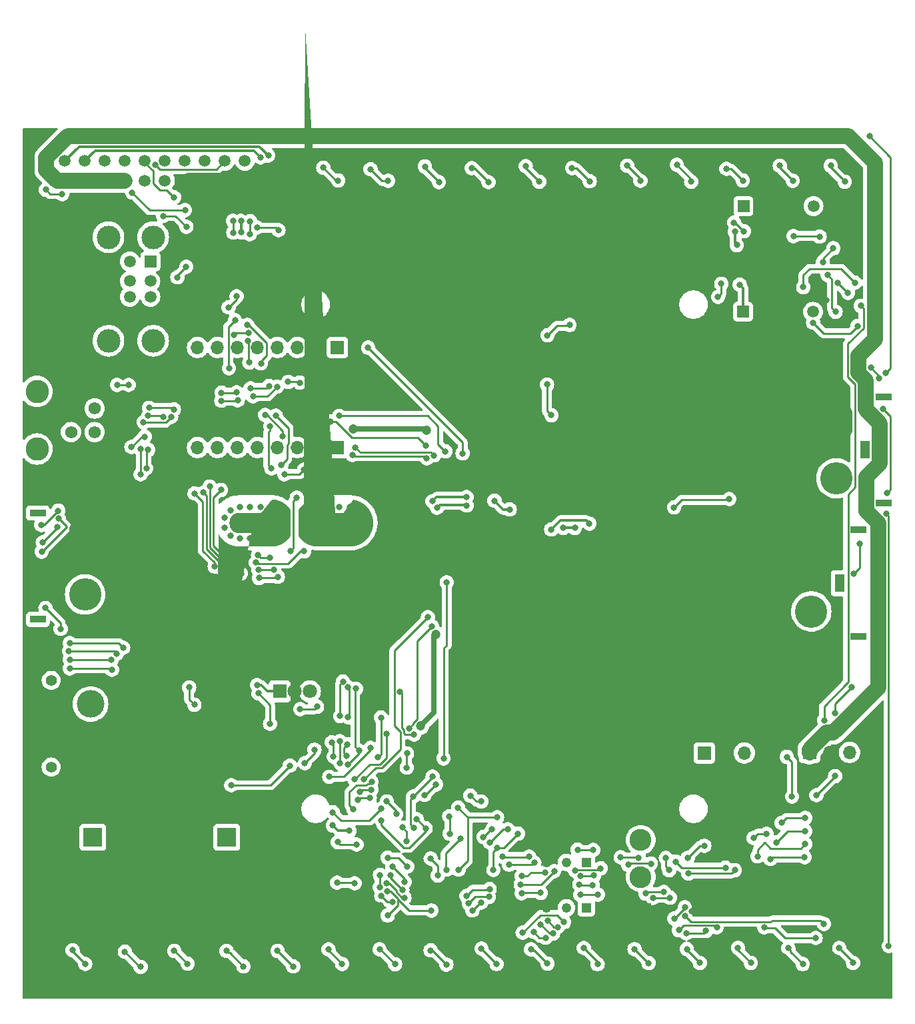
<source format=gbr>
%TF.GenerationSoftware,KiCad,Pcbnew,8.0.3*%
%TF.CreationDate,2025-06-03T15:00:21-07:00*%
%TF.ProjectId,Power_ManagementV2,506f7765-725f-44d6-916e-6167656d656e,rev?*%
%TF.SameCoordinates,Original*%
%TF.FileFunction,Copper,L2,Bot*%
%TF.FilePolarity,Positive*%
%FSLAX46Y46*%
G04 Gerber Fmt 4.6, Leading zero omitted, Abs format (unit mm)*
G04 Created by KiCad (PCBNEW 8.0.3) date 2025-06-03 15:00:21*
%MOMM*%
%LPD*%
G01*
G04 APERTURE LIST*
G04 Aperture macros list*
%AMRoundRect*
0 Rectangle with rounded corners*
0 $1 Rounding radius*
0 $2 $3 $4 $5 $6 $7 $8 $9 X,Y pos of 4 corners*
0 Add a 4 corners polygon primitive as box body*
4,1,4,$2,$3,$4,$5,$6,$7,$8,$9,$2,$3,0*
0 Add four circle primitives for the rounded corners*
1,1,$1+$1,$2,$3*
1,1,$1+$1,$4,$5*
1,1,$1+$1,$6,$7*
1,1,$1+$1,$8,$9*
0 Add four rect primitives between the rounded corners*
20,1,$1+$1,$2,$3,$4,$5,0*
20,1,$1+$1,$4,$5,$6,$7,0*
20,1,$1+$1,$6,$7,$8,$9,0*
20,1,$1+$1,$8,$9,$2,$3,0*%
%AMFreePoly0*
4,1,64,2.219304,2.963065,2.677052,2.853170,3.111972,2.673020,3.513357,2.427051,3.871321,2.121320,4.177052,1.763356,4.423021,1.361971,4.603171,0.927051,4.713066,0.469303,4.750001,0.000000,4.713066,-0.469303,4.603171,-0.927051,4.423021,-1.361971,4.177052,-1.763356,3.871321,-2.121320,3.513357,-2.427051,3.111972,-2.673020,2.677052,-2.853170,2.219304,-2.963065,1.750001,-3.000000,
-2.249999,-3.000000,-2.397706,-2.996361,-2.545055,-2.985454,-2.691689,-2.967306,-2.837251,-2.941960,-2.981388,-2.909478,-3.123751,-2.869938,-3.263995,-2.823437,-3.401780,-2.770088,-3.536770,-2.710019,-3.668639,-2.643376,-3.797067,-2.570322,-3.921743,-2.491033,-4.042363,-2.405702,-4.158636,-2.314536,-4.270279,-2.217755,-4.377022,-2.115595,-4.478605,-2.008303,-4.574782,-1.896139,-4.665320,-1.779377,
-4.750000,-1.658298,-4.750001,1.658297,-4.665322,1.779376,-4.574783,1.896139,-4.478606,2.008302,-4.377023,2.115594,-4.270281,2.217755,-4.158637,2.314535,-4.042365,2.405702,-3.921744,2.491033,-3.797069,2.570322,-3.668640,2.643376,-3.536771,2.710019,-3.401780,2.770087,-3.263996,2.823437,-3.123752,2.869937,-2.981389,2.909477,-2.837251,2.941959,-2.691689,2.967304,-2.545056,2.985452,
-2.397706,2.996359,-2.249999,2.999997,1.750001,3.000000,2.219304,2.963065,2.219304,2.963065,$1*%
%AMFreePoly1*
4,1,64,2.397707,2.996361,2.545056,2.985454,2.691689,2.967306,2.837251,2.941960,2.981388,2.909477,3.123751,2.869938,3.263995,2.823437,3.401779,2.770087,3.536770,2.710019,3.668639,2.643376,3.797067,2.570322,3.921742,2.491033,4.042363,2.405702,4.158635,2.314536,4.270278,2.217755,4.377021,2.115595,4.478604,2.008303,4.574782,1.896140,4.665320,1.779378,4.750000,1.658299,
4.750001,-1.658298,4.665321,-1.779377,4.574783,-1.896139,4.478606,-2.008303,4.377022,-2.115595,4.270280,-2.217755,4.158637,-2.314536,4.042364,-2.405702,3.921744,-2.491033,3.797068,-2.570322,3.668640,-2.643376,3.536771,-2.710019,3.401780,-2.770087,3.263996,-2.823437,3.123752,-2.869937,2.981389,-2.909477,2.837251,-2.941959,2.691689,-2.967305,2.545056,-2.985453,2.397707,-2.996360,
2.250000,-2.999998,-1.750001,-3.000000,-2.219304,-2.963065,-2.677051,-2.853170,-3.111972,-2.673020,-3.513356,-2.427051,-3.871321,-2.121320,-4.177051,-1.763356,-4.423020,-1.361971,-4.603170,-0.927051,-4.713066,-0.469303,-4.750001,0.000000,-4.713066,0.469303,-4.603170,0.927051,-4.423020,1.361971,-4.177051,1.763356,-3.871321,2.121320,-3.513356,2.427051,-3.111972,2.673020,-2.677051,2.853170,
-2.219304,2.963065,-1.750001,3.000000,2.250000,3.000000,2.397707,2.996361,2.397707,2.996361,$1*%
G04 Aperture macros list end*
%TA.AperFunction,ComponentPad*%
%ADD10C,1.498600*%
%TD*%
%TA.AperFunction,ComponentPad*%
%ADD11R,1.498600X1.498600*%
%TD*%
%TA.AperFunction,ComponentPad*%
%ADD12C,1.574800*%
%TD*%
%TA.AperFunction,ComponentPad*%
%ADD13C,2.971800*%
%TD*%
%TA.AperFunction,ComponentPad*%
%ADD14R,1.500000X1.500000*%
%TD*%
%TA.AperFunction,ComponentPad*%
%ADD15C,1.500000*%
%TD*%
%TA.AperFunction,ComponentPad*%
%ADD16C,3.000000*%
%TD*%
%TA.AperFunction,ComponentPad*%
%ADD17R,2.400000X2.400000*%
%TD*%
%TA.AperFunction,ComponentPad*%
%ADD18C,2.400000*%
%TD*%
%TA.AperFunction,ComponentPad*%
%ADD19R,1.508000X1.508000*%
%TD*%
%TA.AperFunction,ComponentPad*%
%ADD20C,1.508000*%
%TD*%
%TA.AperFunction,ComponentPad*%
%ADD21C,1.400000*%
%TD*%
%TA.AperFunction,ComponentPad*%
%ADD22R,3.500000X3.500000*%
%TD*%
%TA.AperFunction,ComponentPad*%
%ADD23C,3.500000*%
%TD*%
%TA.AperFunction,ComponentPad*%
%ADD24R,1.700000X1.700000*%
%TD*%
%TA.AperFunction,ComponentPad*%
%ADD25O,1.700000X1.700000*%
%TD*%
%TA.AperFunction,ComponentPad*%
%ADD26R,1.218000X1.218000*%
%TD*%
%TA.AperFunction,ComponentPad*%
%ADD27C,1.218000*%
%TD*%
%TA.AperFunction,ComponentPad*%
%ADD28R,2.000000X0.900000*%
%TD*%
%TA.AperFunction,ComponentPad*%
%ADD29RoundRect,1.025000X-1.025000X1.025000X-1.025000X-1.025000X1.025000X-1.025000X1.025000X1.025000X0*%
%TD*%
%TA.AperFunction,ComponentPad*%
%ADD30C,4.100000*%
%TD*%
%TA.AperFunction,ComponentPad*%
%ADD31R,1.300000X2.300000*%
%TD*%
%TA.AperFunction,ComponentPad*%
%ADD32RoundRect,1.025000X1.025000X-1.025000X1.025000X1.025000X-1.025000X1.025000X-1.025000X-1.025000X0*%
%TD*%
%TA.AperFunction,CastellatedPad*%
%ADD33R,1.800000X1.800000*%
%TD*%
%TA.AperFunction,CastellatedPad*%
%ADD34C,1.800000*%
%TD*%
%TA.AperFunction,ComponentPad*%
%ADD35C,0.800000*%
%TD*%
%TA.AperFunction,ComponentPad*%
%ADD36RoundRect,1.300000X-2.000000X-0.000010X2.000000X-0.000010X2.000000X0.000010X-2.000000X0.000010X0*%
%TD*%
%TA.AperFunction,SMDPad,CuDef*%
%ADD37FreePoly0,0.000000*%
%TD*%
%TA.AperFunction,SMDPad,CuDef*%
%ADD38FreePoly1,0.000000*%
%TD*%
%TA.AperFunction,ComponentPad*%
%ADD39R,2.775000X2.775000*%
%TD*%
%TA.AperFunction,ComponentPad*%
%ADD40C,2.775000*%
%TD*%
%TA.AperFunction,ViaPad*%
%ADD41C,0.800000*%
%TD*%
%TA.AperFunction,ViaPad*%
%ADD42C,1.400000*%
%TD*%
%TA.AperFunction,ViaPad*%
%ADD43C,1.200000*%
%TD*%
%TA.AperFunction,Conductor*%
%ADD44C,2.000000*%
%TD*%
%TA.AperFunction,Conductor*%
%ADD45C,0.250000*%
%TD*%
%TA.AperFunction,Conductor*%
%ADD46C,0.304800*%
%TD*%
%TA.AperFunction,Conductor*%
%ADD47C,0.635000*%
%TD*%
G04 APERTURE END LIST*
D10*
%TO.P,D2,1,K*%
%TO.N,Batt2GatePreDiv*%
X254594480Y-60500000D03*
D11*
%TO.P,D2,2,A*%
%TO.N,+BATT*%
X245694320Y-60500000D03*
%TD*%
D12*
%TO.P,J9,1,Pin_1*%
%TO.N,Net-(J9-Pin_1)*%
X160274000Y-89183350D03*
%TO.P,J9,2,Pin_2*%
%TO.N,-BATT1*%
X160274000Y-86183351D03*
%TO.P,J9,3,Pin_3*%
%TO.N,I2C1_SDA*%
X163273999Y-89183350D03*
%TO.P,J9,4,Pin_4*%
%TO.N,I2C1_SCL*%
X163273999Y-86183351D03*
D13*
%TO.P,J9,5*%
%TO.N,N/C*%
X155953998Y-84033350D03*
%TO.P,J9,6*%
X155953998Y-91333351D03*
%TD*%
D14*
%TO.P,J7,1,VBUS1*%
%TO.N,unconnected-(J7-VBUS1-Pad1)*%
X170355000Y-67525000D03*
D15*
%TO.P,J7,2,D1-*%
%TO.N,Device_D-*%
X170355000Y-70025000D03*
%TO.P,J7,3,D1+*%
%TO.N,Device_D+*%
X170355000Y-72025000D03*
%TO.P,J7,4,GND1*%
%TO.N,-BATT1*%
X170355000Y-74525000D03*
%TO.P,J7,5,VBUS2*%
%TO.N,unconnected-(J7-VBUS2-Pad5)*%
X167735000Y-67525000D03*
%TO.P,J7,6,D2-*%
%TO.N,Device_D-*%
X167735000Y-70025000D03*
%TO.P,J7,7,D2+*%
%TO.N,Device_D+*%
X167735000Y-72025000D03*
%TO.P,J7,8,GND2*%
%TO.N,-BATT1*%
X167735000Y-74525000D03*
D16*
%TO.P,J7,9,Shield*%
%TO.N,Net-(J7-Shield)*%
X170705000Y-64455000D03*
X165025000Y-64455000D03*
X170705000Y-77595000D03*
X165025000Y-77595000D03*
%TD*%
D17*
%TO.P,C11,1*%
%TO.N,Net-(JP12-A)*%
X163042600Y-140606846D03*
D18*
%TO.P,C11,2*%
%TO.N,-BATT1*%
X163042600Y-148106846D03*
%TD*%
D10*
%TO.P,D1,1,K*%
%TO.N,Batt1GatePreDiv*%
X254543680Y-73915000D03*
D11*
%TO.P,D1,2,A*%
%TO.N,+BATT*%
X245643520Y-73915000D03*
%TD*%
D19*
%TO.P,J8,1,1*%
%TO.N,+5V*%
X159500000Y-57290000D03*
D20*
%TO.P,J8,2,2*%
%TO.N,I2C1_SCL*%
X159500000Y-54750000D03*
%TO.P,J8,3,3*%
%TO.N,+5V*%
X162040000Y-57290000D03*
%TO.P,J8,4,4*%
%TO.N,I2C1_SDA*%
X162040000Y-54750000D03*
%TO.P,J8,5,5*%
%TO.N,+5V*%
X164580000Y-57290000D03*
%TO.P,J8,6,6*%
%TO.N,Dswitch2*%
X164580000Y-54750000D03*
%TO.P,J8,7,7*%
%TO.N,+5V*%
X167120000Y-57290000D03*
%TO.P,J8,8,8*%
%TO.N,Analog_Current*%
X167120000Y-54750000D03*
%TO.P,J8,9,9*%
%TO.N,Device_D-*%
X169660000Y-57290000D03*
%TO.P,J8,10,10*%
%TO.N,Analog_Voltage1*%
X169660000Y-54750000D03*
%TO.P,J8,11,11*%
%TO.N,Device_D+*%
X172200000Y-57290000D03*
%TO.P,J8,12,12*%
%TO.N,D{slash}A23*%
X172200000Y-54750000D03*
%TO.P,J8,13,13*%
%TO.N,-BATT1*%
X174740000Y-57290000D03*
%TO.P,J8,14,14*%
%TO.N,D{slash}A22*%
X174740000Y-54750000D03*
%TO.P,J8,15,15*%
%TO.N,-BATT1*%
X177280000Y-57290000D03*
%TO.P,J8,16,16*%
%TO.N,D{slash}A21*%
X177280000Y-54750000D03*
%TO.P,J8,17,17*%
%TO.N,-BATT1*%
X179820000Y-57290000D03*
%TO.P,J8,18,18*%
%TO.N,D{slash}A20*%
X179820000Y-54750000D03*
%TO.P,J8,19,19*%
%TO.N,-BATT1*%
X182360000Y-57290000D03*
%TO.P,J8,20,20*%
%TO.N,toNEO_CTRL_Orin*%
X182360000Y-54750000D03*
%TD*%
D21*
%TO.P,J6,*%
%TO.N,*%
X157750000Y-131700000D03*
X157750000Y-120700000D03*
D22*
%TO.P,J6,1,Pin_1*%
%TO.N,-BATT1*%
X162750000Y-128700000D03*
D23*
%TO.P,J6,2,Pin_2*%
%TO.N,+BATT*%
X162750000Y-123700000D03*
%TD*%
D24*
%TO.P,J3,1,Pin_1*%
%TO.N,Net-(J3-Pin_1)*%
X194125000Y-78450000D03*
D25*
%TO.P,J3,2,Pin_2*%
%TO.N,-BATT1*%
X191585000Y-78450000D03*
%TO.P,J3,3,Pin_3*%
%TO.N,I2C1_SCL*%
X189045000Y-78450000D03*
%TO.P,J3,4,Pin_4*%
%TO.N,I2C1_SDA*%
X186505000Y-78450000D03*
%TO.P,J3,5,Pin_5*%
%TO.N,REF*%
X183965000Y-78450000D03*
%TO.P,J3,6,Pin_6*%
%TO.N,COM*%
X181425000Y-78450000D03*
%TO.P,J3,7,Pin_7*%
%TO.N,AD0*%
X178885000Y-78450000D03*
%TO.P,J3,8,Pin_8*%
%TO.N,AD1*%
X176345000Y-78450000D03*
%TD*%
D26*
%TO.P,VR2,1*%
%TO.N,+3.3V*%
X225740400Y-149565600D03*
D27*
%TO.P,VR2,2*%
%TO.N,/Battery Control Logic/OCPReference*%
X223200400Y-149565600D03*
%TO.P,VR2,3*%
%TO.N,-BATT1*%
X220660400Y-149565600D03*
%TD*%
D17*
%TO.P,C10,1*%
%TO.N,Net-(JP12-A)*%
X180060600Y-140606292D03*
D18*
%TO.P,C10,2*%
%TO.N,-BATT1*%
X180060600Y-148106292D03*
%TD*%
D24*
%TO.P,J4,1,Pin_1*%
%TO.N,VSampleBatt2*%
X194125000Y-91150000D03*
D25*
%TO.P,J4,2,Pin_2*%
%TO.N,VSampleBatt1*%
X191585000Y-91150000D03*
%TO.P,J4,3,Pin_3*%
%TO.N,/Battery Control Logic/UVPReference*%
X189045000Y-91150000D03*
%TO.P,J4,4,Pin_4*%
%TO.N,/Battery Control Logic/OCPReference*%
X186505000Y-91150000D03*
%TO.P,J4,5,Pin_5*%
%TO.N,/Battery Control Logic/~{OCP}*%
X183965000Y-91150000D03*
%TO.P,J4,6,Pin_6*%
%TO.N,/Battery Control Logic/~{GateDisable}*%
X181425000Y-91150000D03*
%TO.P,J4,7,Pin_7*%
%TO.N,unconnected-(J4-Pin_7-Pad7)*%
X178885000Y-91150000D03*
%TO.P,J4,8,Pin_8*%
%TO.N,Net-(J4-Pin_8)*%
X176345000Y-91150000D03*
%TD*%
D28*
%TO.P,J2,*%
%TO.N,*%
X260317600Y-101606400D03*
X260317600Y-115106400D03*
D29*
%TO.P,J2,1,Pin_1*%
%TO.N,-BATT1*%
X254317600Y-104756400D03*
D30*
%TO.P,J2,2,Pin_2*%
%TO.N,+BATT2*%
X254317600Y-111956400D03*
D31*
%TO.P,J2,3*%
%TO.N,N/C*%
X257967600Y-108356400D03*
%TD*%
D28*
%TO.P,J1,*%
%TO.N,*%
X263499600Y-84696400D03*
X263499600Y-98196400D03*
D29*
%TO.P,J1,1,Pin_1*%
%TO.N,-BATT1*%
X257499600Y-87846400D03*
D30*
%TO.P,J1,2,Pin_2*%
%TO.N,+BATT1*%
X257499600Y-95046400D03*
D31*
%TO.P,J1,3*%
%TO.N,N/C*%
X261149600Y-91446400D03*
%TD*%
D26*
%TO.P,VR1,1*%
%TO.N,+3.3V*%
X225740400Y-143799800D03*
D27*
%TO.P,VR1,2*%
%TO.N,/Battery Control Logic/UVPReference*%
X223200400Y-143799800D03*
%TO.P,VR1,3*%
%TO.N,-BATT1*%
X220660400Y-143799800D03*
%TD*%
D25*
%TO.P,PM2,1,Pin_1*%
%TO.N,+VregDiode*%
X259170000Y-129840000D03*
%TO.P,PM2,2,Pin_2*%
%TO.N,-BATT1*%
X256630000Y-129840000D03*
D24*
%TO.P,PM2,3,Pin_3*%
%TO.N,+5V*%
X254090000Y-129840000D03*
%TD*%
D28*
%TO.P,J5,*%
%TO.N,*%
X156050000Y-112950000D03*
X156050000Y-99450000D03*
D32*
%TO.P,J5,1,Pin_1*%
%TO.N,-BATT1*%
X162050000Y-102600000D03*
D30*
%TO.P,J5,2,Pin_2*%
%TO.N,+BATT*%
X162050000Y-109800000D03*
%TD*%
D33*
%TO.P,U5,1,VCC*%
%TO.N,+5V*%
X186790100Y-122099999D03*
D34*
%TO.P,U5,2,GND*%
%TO.N,-BATT1*%
X188700100Y-122099999D03*
%TO.P,U5,3,VIOUT*%
%TO.N,ISample5V*%
X190610100Y-122099999D03*
D35*
%TO.P,U5,4,IP+*%
%TO.N,+BATTHall*%
X189798100Y-100082000D03*
X189798100Y-101318001D03*
X190524100Y-99082000D03*
X190524100Y-102318000D03*
X191700100Y-98700000D03*
X191700100Y-102700000D03*
X193033400Y-98700000D03*
X193033400Y-102700000D03*
D36*
X193700100Y-100700000D03*
D37*
X193950099Y-100700000D03*
D35*
X194366700Y-98700000D03*
X194366700Y-102700000D03*
X195700000Y-98700000D03*
X195700000Y-102700000D03*
X196876100Y-99082000D03*
X196876100Y-102318000D03*
X197602100Y-100082000D03*
X197602100Y-101318000D03*
%TO.P,U5,5,IP-*%
%TO.N,+BATT*%
X179798100Y-100082000D03*
X179798100Y-101318000D03*
X180524100Y-99082000D03*
X180524100Y-102318000D03*
X181700100Y-98700000D03*
X181700100Y-102700000D03*
X183033400Y-98700000D03*
X183033400Y-102700000D03*
D38*
X183450100Y-100700000D03*
D36*
X183700100Y-100700000D03*
D35*
X184366700Y-98700000D03*
X184366700Y-102700000D03*
X185700000Y-98700000D03*
X185700000Y-102700000D03*
X186876100Y-99082000D03*
X186876100Y-102318000D03*
X187602100Y-100082000D03*
X187602100Y-101318001D03*
%TD*%
D39*
%TO.P,S1,1*%
%TO.N,-BATT1*%
X232650000Y-150350000D03*
D40*
%TO.P,S1,2*%
%TO.N,Net-(D13-A)*%
X232650000Y-145650000D03*
%TO.P,S1,3*%
%TO.N,+3.3V*%
X232650000Y-140950000D03*
%TD*%
D25*
%TO.P,PM1,1,Pin_1*%
%TO.N,+VregDiode*%
X245808300Y-129907700D03*
%TO.P,PM1,2,Pin_2*%
%TO.N,-BATT1*%
X243268300Y-129907700D03*
D24*
%TO.P,PM1,3,Pin_3*%
%TO.N,+5V*%
X240728300Y-129907700D03*
%TD*%
D41*
%TO.N,-BATT1*%
X245313200Y-53594000D03*
X192735200Y-53848000D03*
X206298800Y-53797200D03*
X186650000Y-157800000D03*
X212742179Y-103617179D03*
X239129155Y-149996485D03*
X262548752Y-132740716D03*
X256202356Y-72462947D03*
X199700000Y-157800000D03*
X197800000Y-125853198D03*
X219150000Y-157900000D03*
X255650000Y-54050000D03*
X257150000Y-63600000D03*
X206700000Y-140450000D03*
X180150000Y-157700000D03*
X241322400Y-101735719D03*
D42*
X260100000Y-144900000D03*
D41*
X245200000Y-157950000D03*
X219151200Y-53898800D03*
X189475000Y-129825000D03*
X193100000Y-157950000D03*
X173750000Y-157850000D03*
X160700000Y-157750000D03*
X256940128Y-136413484D03*
X238963200Y-53695600D03*
X238404400Y-131267200D03*
X242350000Y-67500000D03*
X251650000Y-157850000D03*
X155350000Y-157800000D03*
X206250000Y-157900000D03*
X232410000Y-53695600D03*
X199875000Y-140850000D03*
X238750000Y-157900000D03*
X225755200Y-53746400D03*
X170150000Y-80850000D03*
X178935169Y-81698390D03*
X232200000Y-157950000D03*
D42*
X177100000Y-118075000D03*
D41*
X207575000Y-103675000D03*
X212700000Y-157950000D03*
X257423860Y-79297940D03*
X248595851Y-70021860D03*
X251561600Y-53746400D03*
X212547200Y-53746400D03*
X167200000Y-157850000D03*
X225750000Y-158000000D03*
X199440800Y-53848000D03*
X204600000Y-132575000D03*
X258200000Y-158000000D03*
X199633378Y-149277993D03*
X208150000Y-136200000D03*
X203400000Y-128750000D03*
X204715000Y-142831466D03*
%TO.N,+VregDiode*%
X245750000Y-63700000D03*
X255376800Y-64369200D03*
X244500000Y-62600000D03*
X242468400Y-72034400D03*
X242882939Y-70358258D03*
X252049400Y-64318400D03*
D42*
%TO.N,+5V*%
X262237500Y-54837500D03*
D41*
X183896000Y-121310400D03*
D43*
%TO.N,+3.3V*%
X205400000Y-89000000D03*
X196125000Y-88750000D03*
D41*
X214451853Y-141978991D03*
X170075352Y-87103730D03*
X213927217Y-144751448D03*
X195334474Y-128815745D03*
X207964335Y-144728200D03*
X206205959Y-132916507D03*
X195251033Y-130291541D03*
D43*
X206586019Y-114864105D03*
D41*
X171986998Y-87240600D03*
X203743600Y-135450000D03*
X217050000Y-140150000D03*
X203825000Y-139400000D03*
X209780710Y-140761212D03*
D43*
X204690036Y-126485982D03*
D41*
%TO.N,ISample5V*%
X179973417Y-106396621D03*
X170082435Y-91429156D03*
X185499752Y-105139000D03*
X169841400Y-93784761D03*
X177877149Y-96100822D03*
X184035832Y-104786729D03*
%TO.N,+BATT*%
X245222825Y-70471800D03*
X189875000Y-93950000D03*
X187384400Y-94529252D03*
X244600000Y-63750000D03*
X244850000Y-65450000D03*
%TO.N,/Battery Control Logic/Batt2>UVP*%
X202875000Y-141125000D03*
X200824909Y-145443957D03*
X227225000Y-147875000D03*
X224975000Y-147925000D03*
X249125000Y-143375000D03*
X233250000Y-147750000D03*
X213450000Y-147175000D03*
X217500000Y-147725000D03*
X202350000Y-139375000D03*
X235599501Y-147550499D03*
X253475000Y-143150000D03*
X219950000Y-147675000D03*
X244602000Y-144780000D03*
X202363666Y-147283992D03*
X238700000Y-145201777D03*
X210500000Y-148050000D03*
%TO.N,/Battery Control Logic/Batt1>UVP*%
X238250000Y-149500000D03*
X249852416Y-141281884D03*
X198228289Y-135637958D03*
X193531000Y-139105616D03*
X196687156Y-135823898D03*
X253553400Y-139837400D03*
X236894165Y-150938065D03*
X217650000Y-152725000D03*
X222900000Y-151375000D03*
X195640600Y-139783229D03*
%TO.N,Batt2Enable*%
X256387600Y-69240400D03*
X260502400Y-103378000D03*
X257109080Y-65859400D03*
X233930126Y-143950292D03*
X257302000Y-124866400D03*
X257352800Y-132842000D03*
X259435600Y-121513600D03*
X224971535Y-145546980D03*
X255778000Y-67614800D03*
X212375000Y-148901726D03*
X253550800Y-141488400D03*
X254965200Y-135280400D03*
X211261811Y-149898308D03*
X259740400Y-107188000D03*
X262961259Y-82358909D03*
X231050000Y-144100000D03*
X217527113Y-145548152D03*
X237110084Y-143700084D03*
X261900000Y-81000000D03*
X243436075Y-144473577D03*
X247496341Y-143035800D03*
X257403600Y-73914000D03*
X220472737Y-145069537D03*
X226700000Y-145462000D03*
%TO.N,Batt1Enable*%
X236265338Y-144784600D03*
X238630000Y-143210000D03*
X260604000Y-73152000D03*
X213353246Y-148173526D03*
X232400000Y-143200000D03*
X230100000Y-143150000D03*
X253553400Y-138161000D03*
X251866400Y-135432800D03*
X224275000Y-144825000D03*
X248650000Y-140175000D03*
X246975000Y-140700000D03*
X210802096Y-149006637D03*
X206050000Y-149900000D03*
X251206000Y-130403600D03*
X258978400Y-71526400D03*
X221650000Y-144925000D03*
X227560084Y-144560084D03*
X240730000Y-141690000D03*
X200473938Y-147442085D03*
X217400000Y-146575000D03*
X200500000Y-150525000D03*
X255948715Y-125748315D03*
X235852938Y-143222092D03*
X250555091Y-138783811D03*
X257655556Y-70240524D03*
%TO.N,~{OCPLatch}*%
X199288400Y-130454400D03*
X238297085Y-150576915D03*
X224850000Y-146600000D03*
X199644000Y-125425200D03*
X234200000Y-148300000D03*
X215925000Y-144091752D03*
X181305200Y-71932800D03*
X219126569Y-143815153D03*
X186282545Y-87093283D03*
X184404000Y-80467200D03*
X184097273Y-106694184D03*
X186994800Y-93319600D03*
X182676800Y-75590400D03*
X180289200Y-73355200D03*
X186029600Y-106680000D03*
X236370910Y-148271603D03*
X177110747Y-96875000D03*
X195456688Y-125355436D03*
X255925000Y-151600000D03*
X195478945Y-121596351D03*
X180843320Y-107598672D03*
X226550000Y-146675000D03*
%TO.N,/Battery Control Logic/~{OCP}*%
X166100000Y-117300000D03*
X160000000Y-116975000D03*
X185550000Y-126200000D03*
X184096900Y-122356595D03*
X193081000Y-132925000D03*
X198300000Y-129275000D03*
%TO.N,/Battery Control Logic/~{GateDisable}*%
X209505913Y-144728200D03*
X157025000Y-111500000D03*
X160100000Y-115975000D03*
X237490000Y-152400000D03*
X196300000Y-146450000D03*
X175941185Y-123780629D03*
X222091379Y-152007845D03*
X209450000Y-136850000D03*
X158525000Y-101200000D03*
X248332430Y-152044378D03*
X242316000Y-152047578D03*
X220814184Y-151227800D03*
X158950000Y-114150000D03*
X194075000Y-146375000D03*
X202625000Y-148275000D03*
X175283482Y-121580859D03*
X254875000Y-153400000D03*
X166900000Y-116550000D03*
X200357645Y-146429559D03*
X156672584Y-103197584D03*
X214400000Y-138075000D03*
%TO.N,~{SystemKill}*%
X194462400Y-125222000D03*
X196545200Y-141528800D03*
X185724800Y-93776800D03*
X186537600Y-107543600D03*
X194815665Y-120843706D03*
X200507600Y-143205200D03*
X185572400Y-88442800D03*
X181102000Y-74980800D03*
X194157600Y-141224000D03*
X194462400Y-131216400D03*
X202996800Y-144322800D03*
X194411600Y-128422400D03*
X181864000Y-107137200D03*
X184150000Y-107696000D03*
X179324000Y-96520000D03*
X220559777Y-153350000D03*
X180340000Y-81076800D03*
X219025000Y-152600000D03*
%TO.N,I2C1_SCL*%
X187858400Y-82804000D03*
X170180000Y-86106000D03*
X166116000Y-83210400D03*
X207827422Y-91627668D03*
X189331600Y-82905600D03*
X194325000Y-87125000D03*
X186436000Y-83413600D03*
X181457600Y-85140800D03*
X183388000Y-84632800D03*
X179374800Y-85191600D03*
X185326820Y-54086253D03*
X167589200Y-83210400D03*
X173329600Y-86309200D03*
%TO.N,I2C1_SDA*%
X181297094Y-84150521D03*
X184354525Y-54333351D03*
X185433324Y-83330317D03*
X183076924Y-83622189D03*
X205325000Y-90925000D03*
X172986535Y-87275474D03*
X169493351Y-87920854D03*
X193250000Y-87850000D03*
X179392195Y-84190619D03*
%TO.N,VSampleBatt1*%
X205469536Y-92501261D03*
X196025000Y-92075000D03*
X206178200Y-97972169D03*
X205600000Y-112675000D03*
X184925000Y-87000000D03*
X221284800Y-101549200D03*
X214071200Y-97891600D03*
X216001600Y-99009200D03*
X197503201Y-133250000D03*
X210515200Y-97434400D03*
X187181000Y-89750000D03*
X226117716Y-100794116D03*
%TO.N,/Battery Control Logic/OCPReference*%
X196470803Y-121746798D03*
X196843426Y-129626743D03*
X195458510Y-131335480D03*
%TO.N,/Battery Control Logic/UVPReference*%
X188953200Y-97500000D03*
X204170169Y-138304831D03*
X199695575Y-136963536D03*
X191525000Y-124050000D03*
X188122252Y-104294811D03*
X193415654Y-128542840D03*
X205324007Y-139472481D03*
X199713608Y-138450681D03*
X218461132Y-143068186D03*
X189386151Y-124356109D03*
X193531000Y-137442402D03*
X193619037Y-130368320D03*
X215075000Y-143075000D03*
%TO.N,VSampleBatt2*%
X206152108Y-113849819D03*
X224282000Y-101346000D03*
X201583797Y-137675561D03*
X198407770Y-134556412D03*
X222808800Y-101346000D03*
X210527867Y-98502601D03*
X196402801Y-91145655D03*
X196952416Y-134856400D03*
X206773298Y-98779803D03*
X200380672Y-136060059D03*
X191875000Y-87800000D03*
X206400947Y-92135908D03*
X200372200Y-127460953D03*
X203239930Y-126764836D03*
X196283145Y-133275464D03*
%TO.N,Net-(JP1-A)*%
X259854174Y-70215994D03*
X253299080Y-70787000D03*
%TO.N,Batt2Gate*%
X243890800Y-97688400D03*
X236880400Y-98755200D03*
%TO.N,Batt1Gate*%
X260204287Y-75717756D03*
X221300000Y-87050000D03*
X220800000Y-76900000D03*
X220750000Y-83150000D03*
X223600000Y-75600000D03*
X254546972Y-75286707D03*
%TO.N,ISample3.3V*%
X188075000Y-131525000D03*
X189975000Y-131200000D03*
X191200000Y-129500000D03*
X180625000Y-134000000D03*
X165475000Y-119350000D03*
X160100000Y-119175000D03*
X158700000Y-100175000D03*
X156550000Y-104350000D03*
%TO.N,KillSwitch*%
X183909600Y-63222457D03*
X186632800Y-63554922D03*
X240942674Y-152497578D03*
X238425000Y-152775000D03*
X210025000Y-91900000D03*
X207600000Y-130600000D03*
X205175000Y-135250000D03*
X219915294Y-151676894D03*
X198025000Y-78475000D03*
X206647251Y-133900001D03*
X212673013Y-140576987D03*
X213768777Y-139613088D03*
X221501265Y-152819129D03*
X208000000Y-108250000D03*
%TO.N,Dswitch2*%
X174925000Y-63125000D03*
X171975000Y-61739000D03*
%TO.N,Analog_Current*%
X165425000Y-118125000D03*
X160125000Y-118050000D03*
%TO.N,Analog_Voltage1*%
X182766063Y-77582144D03*
X173350000Y-59375000D03*
X182925000Y-80350000D03*
%TO.N,LETeensy*%
X178517017Y-106247822D03*
X174904400Y-68224400D03*
X202082400Y-122123200D03*
X175974958Y-96980958D03*
X202950000Y-129975000D03*
X202925000Y-131775000D03*
X203860400Y-127558800D03*
X169113200Y-94538800D03*
X169084091Y-91330540D03*
X189894714Y-104318010D03*
X173786800Y-69545200D03*
X183757076Y-105750425D03*
%TO.N,D{slash}A21*%
X181902001Y-63853727D03*
X181864000Y-62382400D03*
%TO.N,D{slash}A20*%
X159156400Y-58978800D03*
X180848000Y-62382400D03*
X168046400Y-58775600D03*
X170933796Y-55229636D03*
X174752000Y-61010800D03*
X180898800Y-63855600D03*
X157073600Y-58420000D03*
%TO.N,Net-(JP22-A)*%
X199685489Y-148059162D03*
X201088113Y-148823747D03*
%TO.N,Net-(JP27-B)*%
X212375000Y-136075000D03*
X211000000Y-135325000D03*
%TO.N,Net-(LED1-DOUT)*%
X160470000Y-154940000D03*
X162080000Y-156680000D03*
%TO.N,Net-(LED2-DOUT)*%
X167110000Y-155140000D03*
X169110000Y-157060000D03*
%TO.N,toNEO_CTRL_Orin*%
X169621200Y-89763600D03*
X180978200Y-76887200D03*
X156492200Y-100967800D03*
X167944800Y-91084400D03*
X183032400Y-62433200D03*
X158648400Y-99161600D03*
X182981600Y-64058800D03*
X182833847Y-76581234D03*
%TO.N,Net-(LED3-DOUT)*%
X173380000Y-155040000D03*
X175080000Y-156660000D03*
%TO.N,Net-(LED4-DOUT)*%
X182180000Y-157010000D03*
X180030000Y-155040000D03*
%TO.N,Net-(LED6-DOUT)*%
X192970000Y-154840000D03*
X194710000Y-156680000D03*
%TO.N,Net-(LED10-DIN)*%
X212410000Y-154740000D03*
X214330000Y-156710000D03*
%TO.N,Net-(LED13-DOUT)*%
X240160000Y-156550000D03*
X238500000Y-154790000D03*
%TO.N,Net-(LED14-DOUT)*%
X246630000Y-156550000D03*
X245010000Y-154640000D03*
%TO.N,Net-(LED16-DOUT)*%
X257870000Y-154670000D03*
X259630000Y-156550000D03*
%TO.N,Net-(LED17-DOUT)*%
X263950000Y-96900000D03*
X261700000Y-51650000D03*
X263750000Y-81650000D03*
X263450000Y-86250000D03*
X263850000Y-99500000D03*
X264150000Y-154400000D03*
%TO.N,Net-(LED18-DOUT)*%
X258572000Y-57404000D03*
X256794000Y-55372000D03*
%TO.N,Net-(LED19-DOUT)*%
X250317000Y-55372000D03*
X251968000Y-57277000D03*
%TO.N,Net-(LED21-DOUT)*%
X239064800Y-57404000D03*
X237236000Y-55270400D03*
%TO.N,Net-(LED26-DOUT)*%
X205232000Y-55473600D03*
X207010000Y-57454800D03*
%TO.N,Net-(LED27-DOUT)*%
X200558400Y-57302400D03*
X198323200Y-55829200D03*
%TO.N,Net-(LED28-DOUT)*%
X194208400Y-57251600D03*
X192328800Y-55626000D03*
%TO.N,/Battery Control Logic/VBatt1<VBatt2*%
X199525000Y-145400000D03*
X198458417Y-133556556D03*
X196141400Y-137031360D03*
X199500000Y-146950000D03*
%TO.N,Net-(U7-2C)*%
X202650000Y-146275000D03*
X201090400Y-144325000D03*
%TO.N,Net-(U7-2D)*%
X206856935Y-145456400D03*
X205967159Y-143315345D03*
%TO.N,Net-(D13-A)*%
X224625000Y-142175000D03*
X226625000Y-142225000D03*
X215761774Y-139581943D03*
X208375000Y-140150000D03*
X208332455Y-137954137D03*
X213475000Y-141275000D03*
%TO.N,NeoPass1*%
X188500000Y-157010000D03*
X186500000Y-155040000D03*
%TO.N,Net-(LED7-DOUT)*%
X199470000Y-154840000D03*
X201440000Y-156730000D03*
%TO.N,Net-(LED8-DOUT)*%
X207960000Y-156760000D03*
X205960000Y-154970000D03*
%TO.N,NeoPass2*%
X218700000Y-154840000D03*
X220800000Y-156630000D03*
%TO.N,Net-(LED11-DOUT)*%
X225420000Y-154660000D03*
X227170000Y-156710000D03*
%TO.N,Net-(LED12-DOUT)*%
X233640000Y-156580000D03*
X231870000Y-154810000D03*
%TO.N,NeoPass3*%
X251400000Y-154670000D03*
X253240000Y-156710000D03*
%TO.N,NeoPass4*%
X245618000Y-57251600D03*
X243535200Y-55778400D03*
%TO.N,Net-(LED22-DOUT)*%
X232613200Y-57302400D03*
X230936800Y-55372000D03*
%TO.N,Net-(LED23-DOUT)*%
X226161600Y-57353200D03*
X223926400Y-55676800D03*
%TO.N,Net-(LED24-DOUT)*%
X218033600Y-55422800D03*
X219760800Y-57404000D03*
%TO.N,NeoPass5*%
X213309200Y-57454800D03*
X211175600Y-55676800D03*
%TD*%
D44*
%TO.N,-BATT1*%
X179820000Y-57290000D02*
X177280000Y-57290000D01*
X180574000Y-58044000D02*
X179820000Y-57290000D01*
X182360000Y-57290000D02*
X181606000Y-58044000D01*
X175213346Y-57290000D02*
X174976673Y-57526673D01*
X177280000Y-57290000D02*
X175213346Y-57290000D01*
X181606000Y-58044000D02*
X180574000Y-58044000D01*
D45*
%TO.N,+VregDiode*%
X244650000Y-62600000D02*
X245750000Y-63700000D01*
X242882939Y-71619861D02*
X242882939Y-70358258D01*
X252049400Y-64318400D02*
X255326000Y-64318400D01*
X244500000Y-62600000D02*
X244650000Y-62600000D01*
X242468400Y-72034400D02*
X242882939Y-71619861D01*
X255326000Y-64318400D02*
X255376800Y-64369200D01*
D44*
%TO.N,+5V*%
X256219347Y-127351515D02*
X257084153Y-127351515D01*
X262237500Y-54837500D02*
X258996800Y-51596800D01*
X159500000Y-57290000D02*
X162040000Y-57290000D01*
X254090000Y-129480862D02*
X256219347Y-127351515D01*
X262386200Y-77409232D02*
X262386200Y-54986200D01*
X261299600Y-99216868D02*
X261299600Y-94876568D01*
D46*
X185193599Y-122099999D02*
X186790100Y-122099999D01*
D44*
X157125000Y-54361626D02*
X157125000Y-55925000D01*
X162040000Y-57290000D02*
X164580000Y-57290000D01*
X159889826Y-51596800D02*
X157125000Y-54361626D01*
X261299600Y-94876568D02*
X263025000Y-93151168D01*
X262386200Y-54986200D02*
X262237500Y-54837500D01*
X260296800Y-79498632D02*
X262386200Y-77409232D01*
X164580000Y-57290000D02*
X167120000Y-57290000D01*
X258996800Y-51596800D02*
X159889826Y-51596800D01*
X260296800Y-81664068D02*
X260296800Y-79498632D01*
X261213600Y-86280868D02*
X261213600Y-82580868D01*
X263025000Y-88092268D02*
X261213600Y-86280868D01*
X254090000Y-129840000D02*
X254090000Y-129480862D01*
X262825000Y-100742268D02*
X261299600Y-99216868D01*
D46*
X183896000Y-121310400D02*
X184404000Y-121310400D01*
D44*
X157125000Y-55925000D02*
X158490000Y-57290000D01*
X261213600Y-82580868D02*
X260296800Y-81664068D01*
X158490000Y-57290000D02*
X159500000Y-57290000D01*
X262825000Y-121610668D02*
X262825000Y-100742268D01*
X257084153Y-127351515D02*
X262825000Y-121610668D01*
X263025000Y-93151168D02*
X263025000Y-88092268D01*
D46*
X184404000Y-121310400D02*
X185193599Y-122099999D01*
D47*
%TO.N,+3.3V*%
X196125000Y-88750000D02*
X205150000Y-88750000D01*
D45*
X203413253Y-138988253D02*
X203413253Y-135780347D01*
X203743600Y-135450000D02*
X206205959Y-132987641D01*
X213927217Y-142503627D02*
X213927217Y-144751448D01*
X203413253Y-135780347D02*
X203743600Y-135450000D01*
X194918600Y-129959108D02*
X195251033Y-130291541D01*
D47*
X206378200Y-115071924D02*
X206378200Y-124797818D01*
D45*
X214451853Y-141978991D02*
X213927217Y-142503627D01*
X214455844Y-141975000D02*
X214451853Y-141978991D01*
X215225000Y-141975000D02*
X214455844Y-141975000D01*
X209780710Y-140761212D02*
X207875000Y-142666922D01*
X195334474Y-128815745D02*
X194918600Y-129231619D01*
X206205959Y-132987641D02*
X206205959Y-132916507D01*
D47*
X205150000Y-88750000D02*
X205400000Y-89000000D01*
D45*
X217050000Y-140150000D02*
X215225000Y-141975000D01*
D47*
X206586019Y-114864105D02*
X206378200Y-115071924D01*
D45*
X207875000Y-144638865D02*
X207964335Y-144728200D01*
X207875000Y-142666922D02*
X207875000Y-144638865D01*
X203825000Y-139400000D02*
X203413253Y-138988253D01*
D47*
X206378200Y-124797818D02*
X204690036Y-126485982D01*
D45*
X171850128Y-87103730D02*
X171986998Y-87240600D01*
X170075352Y-87103730D02*
X171850128Y-87103730D01*
X194918600Y-129231619D02*
X194918600Y-129959108D01*
%TO.N,ISample5V*%
X177920114Y-96143787D02*
X177920114Y-103880510D01*
X177920114Y-103880510D02*
X179973417Y-105933813D01*
X179973417Y-105933813D02*
X179973417Y-106396621D01*
X169841400Y-91670191D02*
X170082435Y-91429156D01*
X185499752Y-105139000D02*
X184388103Y-105139000D01*
X169841400Y-93784761D02*
X169841400Y-91670191D01*
X177877149Y-96100822D02*
X177920114Y-96143787D01*
X184388103Y-105139000D02*
X184035832Y-104786729D01*
D46*
%TO.N,+BATT*%
X244600000Y-65200000D02*
X244850000Y-65450000D01*
D45*
X189295748Y-94529252D02*
X187384400Y-94529252D01*
D46*
X244600000Y-63750000D02*
X244600000Y-65200000D01*
D45*
X189875000Y-93950000D02*
X189295748Y-94529252D01*
D46*
X245643520Y-70892495D02*
X245222825Y-70471800D01*
X245643520Y-73915000D02*
X245643520Y-70892495D01*
D45*
%TO.N,/Battery Control Logic/Batt2>UVP*%
X253475000Y-143150000D02*
X249350000Y-143150000D01*
X219950000Y-147675000D02*
X217550000Y-147675000D01*
X227225000Y-147875000D02*
X225025000Y-147875000D01*
X233250000Y-147750000D02*
X233449501Y-147550499D01*
X211275000Y-147275000D02*
X210500000Y-148050000D01*
X249350000Y-143150000D02*
X249125000Y-143375000D01*
X202875000Y-139900000D02*
X202350000Y-139375000D01*
X238700000Y-145201777D02*
X244180223Y-145201777D01*
X200824909Y-145745235D02*
X200824909Y-145443957D01*
X225025000Y-147875000D02*
X224975000Y-147925000D01*
X217550000Y-147675000D02*
X217500000Y-147725000D01*
X244180223Y-145201777D02*
X244602000Y-144780000D01*
X213450000Y-147175000D02*
X213350000Y-147275000D01*
X233449501Y-147550499D02*
X235599501Y-147550499D01*
X202875000Y-141125000D02*
X202875000Y-139900000D01*
X213350000Y-147275000D02*
X211275000Y-147275000D01*
X202363666Y-147283992D02*
X200824909Y-145745235D01*
%TO.N,/Battery Control Logic/Batt1>UVP*%
X238250000Y-149582230D02*
X236894165Y-150938065D01*
D46*
X194208613Y-139783229D02*
X195640600Y-139783229D01*
X193531000Y-139105616D02*
X194208613Y-139783229D01*
D45*
X253553400Y-139837400D02*
X251296900Y-139837400D01*
X217650000Y-152725000D02*
X219875400Y-150499600D01*
X222024600Y-150499600D02*
X222900000Y-151375000D01*
X251296900Y-139837400D02*
X249852416Y-141281884D01*
X196873096Y-135637958D02*
X198228289Y-135637958D01*
X238250000Y-149500000D02*
X238250000Y-149582230D01*
X196687156Y-135823898D02*
X196873096Y-135637958D01*
X219875400Y-150499600D02*
X222024600Y-150499600D01*
%TO.N,Batt2Enable*%
X243436075Y-144473577D02*
X237883577Y-144473577D01*
X231212500Y-143937500D02*
X233917334Y-143937500D01*
X217527113Y-145548152D02*
X218240452Y-145548152D01*
X256930556Y-73440956D02*
X256930556Y-69783356D01*
X261900000Y-81000000D02*
X262961259Y-82061259D01*
X248450000Y-141325000D02*
X248400000Y-141325000D01*
X212258393Y-148901726D02*
X211261811Y-149898308D01*
X231050000Y-144100000D02*
X231212500Y-143937500D01*
X256930556Y-69783356D02*
X256387600Y-69240400D01*
X247496341Y-142228659D02*
X247496341Y-143035800D01*
X224971535Y-145546980D02*
X226615020Y-145546980D01*
X262961259Y-82061259D02*
X262961259Y-82358909D01*
X259740400Y-107188000D02*
X260502400Y-106426000D01*
X218240452Y-145548152D02*
X218719067Y-145069537D01*
X257302000Y-124866400D02*
X257302000Y-123647200D01*
X248400000Y-141325000D02*
X247496341Y-142228659D01*
X257352800Y-132892800D02*
X257352800Y-132842000D01*
X218719067Y-145069537D02*
X220472737Y-145069537D01*
X257403600Y-73914000D02*
X256930556Y-73440956D01*
X254965200Y-135280400D02*
X257352800Y-132892800D01*
X255778000Y-67190480D02*
X257109080Y-65859400D01*
X255778000Y-67614800D02*
X255778000Y-67190480D01*
X253029116Y-142010084D02*
X249135084Y-142010084D01*
X237883577Y-144473577D02*
X237110084Y-143700084D01*
X260502400Y-106426000D02*
X260502400Y-103378000D01*
X249135084Y-142010084D02*
X248450000Y-141325000D01*
X257302000Y-123647200D02*
X259435600Y-121513600D01*
X233917334Y-143937500D02*
X233930126Y-143950292D01*
X212375000Y-148901726D02*
X212258393Y-148901726D01*
X253550800Y-141488400D02*
X253029116Y-142010084D01*
X226615020Y-145546980D02*
X226700000Y-145462000D01*
%TO.N,Batt1Enable*%
X203195169Y-149900000D02*
X206050000Y-149900000D01*
X258758200Y-121161169D02*
X258758200Y-121110369D01*
X247500000Y-140175000D02*
X248650000Y-140175000D01*
X251177902Y-138161000D02*
X250555091Y-138783811D01*
X201816313Y-148416313D02*
X201796800Y-148396800D01*
X200842085Y-147442085D02*
X200473938Y-147442085D01*
X224275000Y-144825000D02*
X224366200Y-144733800D01*
X258971800Y-82212901D02*
X258971800Y-77980074D01*
X211635207Y-148173526D02*
X210802096Y-149006637D01*
X227386368Y-144733800D02*
X227560084Y-144560084D01*
X259874600Y-96182600D02*
X259874600Y-83115701D01*
X258992600Y-120875969D02*
X258992600Y-97064600D01*
X240150000Y-141690000D02*
X240730000Y-141690000D01*
X258941432Y-71526400D02*
X257655556Y-70240524D01*
X255948715Y-123970654D02*
X258758200Y-121161169D01*
X217400000Y-146575000D02*
X220000000Y-146575000D01*
X201796800Y-148396800D02*
X201796800Y-148501631D01*
X224366200Y-144733800D02*
X227386368Y-144733800D01*
X258758200Y-121110369D02*
X258992600Y-120875969D01*
X255948715Y-125748315D02*
X255948715Y-123970654D01*
X220000000Y-146575000D02*
X221650000Y-144925000D01*
X260959600Y-73507600D02*
X260604000Y-73152000D01*
X258978400Y-71526400D02*
X258941432Y-71526400D01*
X201796800Y-148396800D02*
X200842085Y-147442085D01*
X258971800Y-77980074D02*
X260959600Y-75992274D01*
X213353246Y-148173526D02*
X211635207Y-148173526D01*
X238630000Y-143210000D02*
X240150000Y-141690000D01*
X200500000Y-150525000D02*
X201816313Y-149208687D01*
X246975000Y-140700000D02*
X247500000Y-140175000D01*
X235852938Y-144372200D02*
X235852938Y-143222092D01*
X251866400Y-131064000D02*
X251206000Y-130403600D01*
X230100000Y-143150000D02*
X232350000Y-143150000D01*
X201816313Y-149208687D02*
X201816313Y-148416313D01*
X232350000Y-143150000D02*
X232400000Y-143200000D01*
X258992600Y-97064600D02*
X259874600Y-96182600D01*
X201796800Y-148501631D02*
X203195169Y-149900000D01*
X236265338Y-144784600D02*
X235852938Y-144372200D01*
X260959600Y-75992274D02*
X260959600Y-73507600D01*
X253553400Y-138161000D02*
X251177902Y-138161000D01*
X259874600Y-83115701D02*
X258971800Y-82212901D01*
X251866400Y-135432800D02*
X251866400Y-131064000D01*
%TO.N,~{OCPLatch}*%
X185140000Y-77862082D02*
X185140000Y-79477200D01*
X181305200Y-72339200D02*
X180289200Y-73355200D01*
X177110747Y-96875000D02*
X177470114Y-97234367D01*
X187909200Y-88719938D02*
X186282545Y-87093283D01*
X180145637Y-107598672D02*
X180843320Y-107598672D01*
X186029600Y-106680000D02*
X186015416Y-106694184D01*
X226550000Y-146675000D02*
X224925000Y-146675000D01*
X182868318Y-75590400D02*
X185140000Y-77862082D01*
X239039548Y-151319378D02*
X238297085Y-150576915D01*
X186015416Y-106694184D02*
X184097273Y-106694184D01*
X199644000Y-125425200D02*
X199644000Y-130098800D01*
X185140000Y-79477200D02*
X184556400Y-80060800D01*
X219126569Y-143815153D02*
X218849970Y-144091752D01*
X255488800Y-151163800D02*
X249377202Y-151163800D01*
X187706000Y-90827299D02*
X187909200Y-90624099D01*
X184556400Y-80060800D02*
X184556400Y-80314800D01*
X249377202Y-151163800D02*
X249141946Y-151399056D01*
X182676800Y-75590400D02*
X182868318Y-75590400D01*
X181305200Y-71932800D02*
X181305200Y-72339200D01*
X184556400Y-80314800D02*
X184404000Y-80467200D01*
X177470114Y-104066906D02*
X179245217Y-105842009D01*
X249141946Y-151399056D02*
X249062268Y-151319378D01*
X177470114Y-97234367D02*
X177470114Y-104066906D01*
X179245217Y-106698252D02*
X180145637Y-107598672D01*
X187909200Y-90624099D02*
X187909200Y-88719938D01*
X255925000Y-151600000D02*
X255488800Y-151163800D01*
X195597000Y-121714406D02*
X195478945Y-121596351D01*
X236370910Y-148271603D02*
X236342513Y-148300000D01*
X179245217Y-105842009D02*
X179245217Y-106698252D01*
X187706000Y-92608400D02*
X187706000Y-90827299D01*
X218849970Y-144091752D02*
X215925000Y-144091752D01*
X236342513Y-148300000D02*
X234200000Y-148300000D01*
X199644000Y-130098800D02*
X199288400Y-130454400D01*
X195597000Y-125215124D02*
X195597000Y-121714406D01*
X224925000Y-146675000D02*
X224850000Y-146600000D01*
X195456688Y-125355436D02*
X195597000Y-125215124D01*
X249062268Y-151319378D02*
X239039548Y-151319378D01*
X186994800Y-93319600D02*
X187706000Y-92608400D01*
%TO.N,/Battery Control Logic/~{OCP}*%
X198300000Y-129523821D02*
X194898821Y-132925000D01*
X198300000Y-129275000D02*
X198300000Y-129523821D01*
X185550000Y-126200000D02*
X185550000Y-123809695D01*
X160000000Y-116975000D02*
X165775000Y-116975000D01*
X194898821Y-132925000D02*
X193081000Y-132925000D01*
X185550000Y-123809695D02*
X184096900Y-122356595D01*
X165775000Y-116975000D02*
X166100000Y-117300000D01*
%TO.N,/Battery Control Logic/~{GateDisable}*%
X248415308Y-152127256D02*
X248332430Y-152044378D01*
X200694896Y-146429559D02*
X200357645Y-146429559D01*
X214400000Y-138075000D02*
X210675000Y-138075000D01*
X202625000Y-148275000D02*
X202324843Y-148275000D01*
X194075000Y-146375000D02*
X196225000Y-146375000D01*
X238120622Y-151769378D02*
X242037800Y-151769378D01*
X249706222Y-152121778D02*
X249700744Y-152127256D01*
X175283482Y-121580859D02*
X175283482Y-123122926D01*
X158525000Y-101200000D02*
X158525000Y-101345168D01*
X160100000Y-115975000D02*
X166325000Y-115975000D01*
X202324843Y-148275000D02*
X201635466Y-147585623D01*
X249700744Y-152127256D02*
X248415308Y-152127256D01*
X242037800Y-151769378D02*
X242316000Y-152047578D01*
X237490000Y-152400000D02*
X238120622Y-151769378D01*
X175283482Y-123122926D02*
X175941185Y-123780629D01*
X210675000Y-138075000D02*
X209450000Y-136850000D01*
X201635466Y-147370129D02*
X200694896Y-146429559D01*
X210675000Y-143559113D02*
X209505913Y-144728200D01*
X201635466Y-147585623D02*
X201635466Y-147370129D01*
X210675000Y-138075000D02*
X210675000Y-143559113D01*
X250984443Y-153400000D02*
X249706222Y-152121778D01*
X254875000Y-153400000D02*
X250984443Y-153400000D01*
X220814184Y-151227800D02*
X221594229Y-152007845D01*
X158950000Y-113425000D02*
X158950000Y-114150000D01*
X196225000Y-146375000D02*
X196300000Y-146450000D01*
X221594229Y-152007845D02*
X222091379Y-152007845D01*
X157025000Y-111500000D02*
X158950000Y-113425000D01*
X158525000Y-101345168D02*
X156672584Y-103197584D01*
X166325000Y-115975000D02*
X166900000Y-116550000D01*
%TO.N,~{SystemKill}*%
X178370114Y-97473886D02*
X178370114Y-103643314D01*
X179324000Y-96520000D02*
X178370114Y-97473886D01*
X194462400Y-121196971D02*
X194815665Y-120843706D01*
X194157600Y-141224000D02*
X194462400Y-141528800D01*
X194462400Y-125222000D02*
X194462400Y-121196971D01*
X185330000Y-89193200D02*
X185330000Y-93382000D01*
X180250000Y-80986800D02*
X180340000Y-81076800D01*
X180250000Y-75832800D02*
X180250000Y-80986800D01*
X200507600Y-143205200D02*
X201879200Y-143205200D01*
X186385200Y-107696000D02*
X186537600Y-107543600D01*
X201879200Y-143205200D02*
X202996800Y-144322800D01*
X185572400Y-88442800D02*
X185572400Y-88950800D01*
X194411600Y-131165600D02*
X194462400Y-131216400D01*
X194411600Y-128422400D02*
X194411600Y-131165600D01*
X220559777Y-153350000D02*
X219775000Y-153350000D01*
X184150000Y-107696000D02*
X186385200Y-107696000D01*
X181102000Y-74980800D02*
X180250000Y-75832800D01*
X185572400Y-88950800D02*
X185330000Y-89193200D01*
X178370114Y-103643314D02*
X181864000Y-107137200D01*
X219775000Y-153350000D02*
X219025000Y-152600000D01*
X185330000Y-93382000D02*
X185724800Y-93776800D01*
X194462400Y-141528800D02*
X196545200Y-141528800D01*
%TO.N,I2C1_SCL*%
X185216800Y-84632800D02*
X186436000Y-83413600D01*
D46*
X159500000Y-54750000D02*
X161282601Y-52967399D01*
D45*
X181406800Y-85191600D02*
X181457600Y-85140800D01*
X206900000Y-90700246D02*
X207827422Y-91627668D01*
X183388000Y-84632800D02*
X185216800Y-84632800D01*
X173126400Y-86106000D02*
X173329600Y-86309200D01*
X194325000Y-87125000D02*
X205600000Y-87125000D01*
D46*
X161282601Y-52967399D02*
X184207966Y-52967399D01*
D45*
X206900000Y-88425000D02*
X206900000Y-90700246D01*
X170180000Y-86106000D02*
X173126400Y-86106000D01*
X187858400Y-82804000D02*
X189230000Y-82804000D01*
X179374800Y-85191600D02*
X181406800Y-85191600D01*
X189230000Y-82804000D02*
X189331600Y-82905600D01*
D46*
X184207966Y-52967399D02*
X185326820Y-54086253D01*
D45*
X166116000Y-83210400D02*
X167589200Y-83210400D01*
X205600000Y-87125000D02*
X206900000Y-88425000D01*
%TO.N,I2C1_SDA*%
X185433324Y-83330317D02*
X185141452Y-83622189D01*
X204300000Y-89900000D02*
X205325000Y-90925000D01*
X179392195Y-84190619D02*
X181256996Y-84190619D01*
D46*
X163317801Y-53472199D02*
X183493373Y-53472199D01*
D45*
X195975000Y-89900000D02*
X204300000Y-89900000D01*
D46*
X183493373Y-53472199D02*
X184354525Y-54333351D01*
D45*
X169493351Y-87920854D02*
X169541297Y-87968800D01*
X185141452Y-83622189D02*
X183076924Y-83622189D01*
D46*
X162040000Y-54750000D02*
X163317801Y-53472199D01*
D45*
X172293209Y-87968800D02*
X172986535Y-87275474D01*
X181256996Y-84190619D02*
X181297094Y-84150521D01*
X193250000Y-87850000D02*
X193925000Y-87850000D01*
X169541297Y-87968800D02*
X172293209Y-87968800D01*
X193925000Y-87850000D02*
X195975000Y-89900000D01*
%TO.N,VSampleBatt1*%
X205600000Y-112675000D02*
X201354200Y-116920800D01*
X185159431Y-87000000D02*
X187181000Y-89021569D01*
D46*
X206715969Y-97434400D02*
X206178200Y-97972169D01*
D45*
X196175000Y-92225000D02*
X205193275Y-92225000D01*
X199725627Y-131785000D02*
X198968201Y-131785000D01*
X202103037Y-127193004D02*
X202103037Y-129407590D01*
X198968201Y-131785000D02*
X197503201Y-133250000D01*
X196025000Y-92075000D02*
X196175000Y-92225000D01*
D46*
X215188800Y-99009200D02*
X214071200Y-97891600D01*
D45*
X205193275Y-92225000D02*
X205469536Y-92501261D01*
X201354200Y-126444167D02*
X202103037Y-127193004D01*
D46*
X210515200Y-97434400D02*
X206715969Y-97434400D01*
D45*
X187181000Y-89021569D02*
X187181000Y-89750000D01*
X202103037Y-129407590D02*
X199725627Y-131785000D01*
D46*
X222420884Y-100413116D02*
X225736716Y-100413116D01*
D45*
X184925000Y-87000000D02*
X185159431Y-87000000D01*
D46*
X221284800Y-101549200D02*
X222420884Y-100413116D01*
X216001600Y-99009200D02*
X215188800Y-99009200D01*
D45*
X201354200Y-116920800D02*
X201354200Y-126444167D01*
D46*
X225736716Y-100413116D02*
X226117716Y-100794116D01*
D45*
%TO.N,/Battery Control Logic/OCPReference*%
X196375000Y-121842601D02*
X196470803Y-121746798D01*
X196843426Y-129626743D02*
X196843426Y-129950564D01*
X196843426Y-129950564D02*
X195458510Y-131335480D01*
X196843426Y-129626743D02*
X196375000Y-129158317D01*
X196375000Y-129158317D02*
X196375000Y-121842601D01*
%TO.N,/Battery Control Logic/UVPReference*%
X215075000Y-143075000D02*
X215125000Y-143125000D01*
X205324007Y-139828409D02*
X205324007Y-139472481D01*
X203193271Y-141959145D02*
X205324007Y-139828409D01*
X191218891Y-124356109D02*
X189386151Y-124356109D01*
X188534850Y-103882213D02*
X188122252Y-104294811D01*
X204897438Y-139032100D02*
X204170169Y-138304831D01*
X199713608Y-139080092D02*
X202592661Y-141959145D01*
X188953200Y-97500000D02*
X188534850Y-97918350D01*
X199713608Y-138450681D02*
X199713608Y-139080092D01*
X202592661Y-141959145D02*
X203193271Y-141959145D01*
X198186819Y-138472292D02*
X194560890Y-138472292D01*
X218404318Y-143125000D02*
X218461132Y-143068186D01*
X194560890Y-138472292D02*
X193531000Y-137442402D01*
X188534850Y-97918350D02*
X188534850Y-103882213D01*
X191525000Y-124050000D02*
X191218891Y-124356109D01*
X193619037Y-128746223D02*
X193619037Y-130368320D01*
X193415654Y-128542840D02*
X193619037Y-128746223D01*
X215125000Y-143125000D02*
X218404318Y-143125000D01*
X204897438Y-139045912D02*
X204897438Y-139032100D01*
X205324007Y-139472481D02*
X204897438Y-139045912D01*
X199695575Y-136963536D02*
X198186819Y-138472292D01*
%TO.N,VSampleBatt2*%
X197284816Y-134556412D02*
X198407770Y-134556412D01*
X199539231Y-131335000D02*
X200372200Y-130502031D01*
X204275000Y-125588344D02*
X203761836Y-126101508D01*
X200380672Y-136060059D02*
X201583797Y-137263184D01*
X191875000Y-88900000D02*
X194125000Y-91150000D01*
X206152108Y-113849819D02*
X204275000Y-115726927D01*
X197230616Y-134578200D02*
X197263028Y-134578200D01*
X200372200Y-130502031D02*
X200372200Y-127460953D01*
X203761836Y-126101508D02*
X203761836Y-126242930D01*
D46*
X207153501Y-98399600D02*
X206773298Y-98779803D01*
D45*
X196952416Y-134856400D02*
X197230616Y-134578200D01*
D46*
X224282000Y-101346000D02*
X222808800Y-101346000D01*
D45*
X198223609Y-131335000D02*
X199539231Y-131335000D01*
X206040039Y-91775000D02*
X206400947Y-92135908D01*
X204275000Y-115726927D02*
X204275000Y-125588344D01*
X196402801Y-91145655D02*
X197032146Y-91775000D01*
D46*
X210527867Y-98502601D02*
X210424866Y-98399600D01*
D45*
X197263028Y-134578200D02*
X197284816Y-134556412D01*
X197032146Y-91775000D02*
X206040039Y-91775000D01*
X203761836Y-126242930D02*
X203239930Y-126764836D01*
X191875000Y-87800000D02*
X191875000Y-88900000D01*
X201583797Y-137263184D02*
X201583797Y-137675561D01*
X196283145Y-133275464D02*
X198223609Y-131335000D01*
D46*
X210424866Y-98399600D02*
X207153501Y-98399600D01*
D45*
%TO.N,Net-(JP1-A)*%
X254082866Y-68468198D02*
X258106378Y-68468198D01*
X253299080Y-69251984D02*
X254082866Y-68468198D01*
X253299080Y-70787000D02*
X253299080Y-69251984D01*
X258106378Y-68468198D02*
X259854174Y-70215994D01*
%TO.N,Batt2Gate*%
X243789200Y-97790000D02*
X243890800Y-97688400D01*
X237845600Y-97790000D02*
X243789200Y-97790000D01*
X236880400Y-98755200D02*
X237845600Y-97790000D01*
%TO.N,Batt1Gate*%
X223600000Y-75600000D02*
X223500000Y-75700000D01*
X259272043Y-76650000D02*
X260204287Y-75717756D01*
X222000000Y-75700000D02*
X220800000Y-76900000D01*
X220750000Y-83150000D02*
X220750000Y-86500000D01*
X220750000Y-86500000D02*
X221300000Y-87050000D01*
X254546972Y-75286707D02*
X255910265Y-76650000D01*
X255910265Y-76650000D02*
X259272043Y-76650000D01*
X223500000Y-75700000D02*
X222000000Y-75700000D01*
%TO.N,ISample3.3V*%
X158700000Y-100175000D02*
X159673937Y-101148937D01*
X160100000Y-119175000D02*
X165300000Y-119175000D01*
X159673937Y-101148937D02*
X159673937Y-101226063D01*
X165300000Y-119175000D02*
X165475000Y-119350000D01*
X185600000Y-134000000D02*
X188075000Y-131525000D01*
X180625000Y-134000000D02*
X185600000Y-134000000D01*
X159673937Y-101226063D02*
X156550000Y-104350000D01*
X191200000Y-129975000D02*
X189975000Y-131200000D01*
X191200000Y-129500000D02*
X191200000Y-129975000D01*
%TO.N,KillSwitch*%
X240665252Y-152775000D02*
X240942674Y-152497578D01*
X205175000Y-135250000D02*
X205297252Y-135250000D01*
X221057529Y-152819129D02*
X221501265Y-152819129D01*
X205297252Y-135250000D02*
X206647251Y-133900001D01*
X207600000Y-116625000D02*
X207600000Y-130600000D01*
X183909600Y-63222457D02*
X186300335Y-63222457D01*
X213636912Y-139613088D02*
X212673013Y-140576987D01*
X186300335Y-63222457D02*
X186632800Y-63554922D01*
X198025000Y-78475000D02*
X210025000Y-90475000D01*
X219915294Y-151676894D02*
X221057529Y-152819129D01*
X238425000Y-152775000D02*
X240665252Y-152775000D01*
X208000000Y-116225000D02*
X207600000Y-116625000D01*
X208000000Y-108250000D02*
X208000000Y-116225000D01*
X210025000Y-90475000D02*
X210025000Y-91900000D01*
X213768777Y-139613088D02*
X213636912Y-139613088D01*
%TO.N,Dswitch2*%
X174925000Y-63125000D02*
X173539000Y-61739000D01*
X173539000Y-61739000D02*
X171975000Y-61739000D01*
%TO.N,Analog_Current*%
X160200000Y-118125000D02*
X160125000Y-118050000D01*
X165425000Y-118125000D02*
X160200000Y-118125000D01*
%TO.N,Analog_Voltage1*%
X182790000Y-80215000D02*
X182790000Y-77606081D01*
X182925000Y-80350000D02*
X182790000Y-80215000D01*
X170739000Y-56064671D02*
X169660000Y-54985671D01*
X170739000Y-57593569D02*
X170739000Y-56064671D01*
X182790000Y-77606081D02*
X182766063Y-77582144D01*
X173350000Y-59375000D02*
X172428800Y-58453800D01*
X172428800Y-58453800D02*
X171599231Y-58453800D01*
X171599231Y-58453800D02*
X170739000Y-57593569D01*
%TO.N,LETeensy*%
X189393759Y-104318010D02*
X187844569Y-105867200D01*
X202553037Y-127006608D02*
X202285600Y-126739171D01*
X169113200Y-91359649D02*
X169084091Y-91330540D01*
X187844569Y-105867200D02*
X183873851Y-105867200D01*
X189894714Y-104318010D02*
X189393759Y-104318010D01*
X177020114Y-98026114D02*
X177020114Y-104253302D01*
X173786800Y-69545200D02*
X173786800Y-69342000D01*
X202692000Y-127558800D02*
X202553037Y-127419837D01*
X202285600Y-126739171D02*
X202285600Y-122326400D01*
X203860400Y-127558800D02*
X202692000Y-127558800D01*
X202925000Y-131775000D02*
X202925000Y-130000000D01*
X178517017Y-105750205D02*
X178517017Y-106247822D01*
X183873851Y-105867200D02*
X183757076Y-105750425D01*
X202925000Y-130000000D02*
X202950000Y-129975000D01*
X177020114Y-104253302D02*
X178517017Y-105750205D01*
X169113200Y-94538800D02*
X169113200Y-91359649D01*
X202285600Y-122326400D02*
X202082400Y-122123200D01*
X202553037Y-127419837D02*
X202553037Y-127006608D01*
X173786800Y-69342000D02*
X174904400Y-68224400D01*
X175974958Y-96980958D02*
X177020114Y-98026114D01*
D46*
%TO.N,D{slash}A21*%
X181864000Y-62382400D02*
X181864000Y-63815726D01*
X181864000Y-63815726D02*
X181902001Y-63853727D01*
D45*
%TO.N,D{slash}A20*%
X175870001Y-55829200D02*
X178740800Y-55829200D01*
X175869801Y-55829000D02*
X175870001Y-55829200D01*
X180898800Y-62433200D02*
X180848000Y-62382400D01*
X170933796Y-55229636D02*
X171533160Y-55829000D01*
X178740800Y-55829200D02*
X179820000Y-54750000D01*
X174752000Y-61010800D02*
X170281600Y-61010800D01*
X171533160Y-55829000D02*
X175869801Y-55829000D01*
X159156400Y-58978800D02*
X157632400Y-58978800D01*
X170281600Y-61010800D02*
X168046400Y-58775600D01*
X180898800Y-63855600D02*
X180898800Y-62433200D01*
X157632400Y-58978800D02*
X157073600Y-58420000D01*
%TO.N,Net-(JP22-A)*%
X199685489Y-148059162D02*
X200450074Y-148823747D01*
X200450074Y-148823747D02*
X201088113Y-148823747D01*
%TO.N,Net-(JP27-B)*%
X211750000Y-136075000D02*
X211000000Y-135325000D01*
X212375000Y-136075000D02*
X211750000Y-136075000D01*
%TO.N,Net-(LED1-DOUT)*%
X160470000Y-154940000D02*
X160470000Y-155070000D01*
X160470000Y-155070000D02*
X162080000Y-156680000D01*
%TO.N,Net-(LED2-DOUT)*%
X169030000Y-157060000D02*
X169110000Y-157060000D01*
X167110000Y-155140000D02*
X169030000Y-157060000D01*
%TO.N,toNEO_CTRL_Orin*%
X183032400Y-62433200D02*
X183032400Y-64008000D01*
X169265600Y-89763600D02*
X167944800Y-91084400D01*
X158648400Y-99161600D02*
X156842200Y-100967800D01*
X182833847Y-76581234D02*
X181284166Y-76581234D01*
X181284166Y-76581234D02*
X180978200Y-76887200D01*
X183032400Y-64008000D02*
X182981600Y-64058800D01*
X156842200Y-100967800D02*
X156492200Y-100967800D01*
X169621200Y-89763600D02*
X169265600Y-89763600D01*
%TO.N,Net-(LED3-DOUT)*%
X173460000Y-155040000D02*
X175080000Y-156660000D01*
X173380000Y-155040000D02*
X173460000Y-155040000D01*
%TO.N,Net-(LED4-DOUT)*%
X180030000Y-155040000D02*
X180280000Y-155290000D01*
X180280000Y-155290000D02*
X180460000Y-155290000D01*
X180460000Y-155290000D02*
X182180000Y-157010000D01*
%TO.N,Net-(LED6-DOUT)*%
X192970000Y-154940000D02*
X194710000Y-156680000D01*
X192970000Y-154840000D02*
X192970000Y-154940000D01*
%TO.N,Net-(LED10-DIN)*%
X212410000Y-154740000D02*
X212660000Y-154990000D01*
X212660000Y-154990000D02*
X212660000Y-155040000D01*
X212660000Y-155040000D02*
X214330000Y-156710000D01*
%TO.N,Net-(LED13-DOUT)*%
X238500000Y-154790000D02*
X238500000Y-154890000D01*
X238500000Y-154890000D02*
X240160000Y-156550000D01*
%TO.N,Net-(LED14-DOUT)*%
X245010000Y-154930000D02*
X246630000Y-156550000D01*
X245010000Y-154640000D02*
X245010000Y-154930000D01*
%TO.N,Net-(LED16-DOUT)*%
X259630000Y-156430000D02*
X259630000Y-156550000D01*
X257870000Y-154670000D02*
X259630000Y-156430000D01*
%TO.N,Net-(LED17-DOUT)*%
X264150000Y-99800000D02*
X263850000Y-99500000D01*
X263750000Y-81650000D02*
X264350000Y-81050000D01*
X263950000Y-96900000D02*
X264350000Y-96500000D01*
X264350000Y-81050000D02*
X264350000Y-54300000D01*
X264350000Y-87150000D02*
X263450000Y-86250000D01*
X264350000Y-96500000D02*
X264350000Y-87150000D01*
X264150000Y-154400000D02*
X264150000Y-99800000D01*
X264350000Y-54300000D02*
X261700000Y-51650000D01*
%TO.N,Net-(LED18-DOUT)*%
X256794000Y-55626000D02*
X256794000Y-55372000D01*
X258572000Y-57404000D02*
X256794000Y-55626000D01*
%TO.N,Net-(LED19-DOUT)*%
X251968000Y-57277000D02*
X250317000Y-55626000D01*
X250317000Y-55626000D02*
X250317000Y-55372000D01*
%TO.N,Net-(LED21-DOUT)*%
X239064800Y-57404000D02*
X239064800Y-57099200D01*
X239064800Y-57099200D02*
X237236000Y-55270400D01*
%TO.N,Net-(LED26-DOUT)*%
X205232000Y-55676800D02*
X205232000Y-55473600D01*
X207010000Y-57454800D02*
X205232000Y-55676800D01*
%TO.N,Net-(LED27-DOUT)*%
X199796400Y-57302400D02*
X198323200Y-55829200D01*
X200558400Y-57302400D02*
X199796400Y-57302400D01*
%TO.N,Net-(LED28-DOUT)*%
X194208400Y-57251600D02*
X193954400Y-57251600D01*
X193954400Y-57251600D02*
X192328800Y-55626000D01*
%TO.N,/Battery Control Logic/VBatt1<VBatt2*%
X199500000Y-146950000D02*
X199500000Y-145425000D01*
X195625000Y-134875000D02*
X195625000Y-136514960D01*
X198458417Y-133556556D02*
X198161773Y-133853200D01*
X197804832Y-133978200D02*
X196521800Y-133978200D01*
X199500000Y-145425000D02*
X199525000Y-145400000D01*
X197929832Y-133853200D02*
X197804832Y-133978200D01*
X195625000Y-136514960D02*
X196141400Y-137031360D01*
X196521800Y-133978200D02*
X195625000Y-134875000D01*
X198161773Y-133853200D02*
X197929832Y-133853200D01*
%TO.N,Net-(U7-2C)*%
X202650000Y-145884600D02*
X201090400Y-144325000D01*
X202650000Y-146275000D02*
X202650000Y-145884600D01*
%TO.N,Net-(U7-2D)*%
X205967159Y-143315345D02*
X206856935Y-144205121D01*
X206856935Y-144205121D02*
X206856935Y-145456400D01*
%TO.N,Net-(D13-A)*%
X208375000Y-140150000D02*
X208375000Y-137996682D01*
X226625000Y-142225000D02*
X224675000Y-142225000D01*
X215168057Y-139581943D02*
X215761774Y-139581943D01*
X213475000Y-141275000D02*
X215168057Y-139581943D01*
X208375000Y-137996682D02*
X208332455Y-137954137D01*
X224675000Y-142225000D02*
X224625000Y-142175000D01*
%TO.N,NeoPass1*%
X186500000Y-155040000D02*
X188470000Y-157010000D01*
X188470000Y-157010000D02*
X188500000Y-157010000D01*
%TO.N,Net-(LED7-DOUT)*%
X199470000Y-154840000D02*
X199550000Y-154840000D01*
X199550000Y-154840000D02*
X201440000Y-156730000D01*
%TO.N,Net-(LED8-DOUT)*%
X205960000Y-154970000D02*
X206170000Y-154970000D01*
X206170000Y-154970000D02*
X207960000Y-156760000D01*
%TO.N,NeoPass2*%
X219190000Y-155020000D02*
X220800000Y-156630000D01*
X218880000Y-155020000D02*
X219190000Y-155020000D01*
X218700000Y-154840000D02*
X218880000Y-155020000D01*
%TO.N,Net-(LED11-DOUT)*%
X225420000Y-154660000D02*
X227170000Y-156410000D01*
X227170000Y-156410000D02*
X227170000Y-156710000D01*
%TO.N,Net-(LED12-DOUT)*%
X231870000Y-154810000D02*
X233640000Y-156580000D01*
%TO.N,NeoPass3*%
X251660000Y-155130000D02*
X253240000Y-156710000D01*
X251660000Y-154930000D02*
X251660000Y-155130000D01*
X251400000Y-154670000D02*
X251660000Y-154930000D01*
%TO.N,NeoPass4*%
X245618000Y-57251600D02*
X244144800Y-55778400D01*
X244144800Y-55778400D02*
X243535200Y-55778400D01*
%TO.N,Net-(LED22-DOUT)*%
X232613200Y-57302400D02*
X232613200Y-57048400D01*
X232613200Y-57048400D02*
X230936800Y-55372000D01*
%TO.N,Net-(LED23-DOUT)*%
X226161600Y-57353200D02*
X224485200Y-55676800D01*
X224485200Y-55676800D02*
X223926400Y-55676800D01*
%TO.N,Net-(LED24-DOUT)*%
X219760800Y-57404000D02*
X218033600Y-55676800D01*
X218033600Y-55676800D02*
X218033600Y-55422800D01*
%TO.N,NeoPass5*%
X213309200Y-57454800D02*
X211531200Y-55676800D01*
X211531200Y-55676800D02*
X211175600Y-55676800D01*
%TD*%
%TA.AperFunction,Conductor*%
%TO.N,-BATT1*%
G36*
X158529161Y-50611485D02*
G01*
X158574916Y-50664289D01*
X158584860Y-50733447D01*
X158555835Y-50797003D01*
X158549803Y-50803481D01*
X155974382Y-53378901D01*
X155974377Y-53378907D01*
X155953685Y-53407388D01*
X155875614Y-53514844D01*
X155871816Y-53520072D01*
X155834815Y-53570998D01*
X155727019Y-53782560D01*
X155653643Y-54008387D01*
X155653643Y-54008388D01*
X155616499Y-54242904D01*
X155616499Y-54485458D01*
X155616500Y-54485483D01*
X155616500Y-55801862D01*
X155616499Y-55801877D01*
X155616499Y-55806278D01*
X155616499Y-56043722D01*
X155643456Y-56213916D01*
X155647302Y-56238200D01*
X155653644Y-56278241D01*
X155727019Y-56504067D01*
X155832425Y-56710937D01*
X155834815Y-56715627D01*
X155974380Y-56907722D01*
X155974382Y-56907724D01*
X155974383Y-56907725D01*
X156146597Y-57079940D01*
X156146619Y-57079960D01*
X156559764Y-57493105D01*
X156593249Y-57554428D01*
X156588265Y-57624120D01*
X156546393Y-57680053D01*
X156544970Y-57681103D01*
X156462346Y-57741134D01*
X156334559Y-57883057D01*
X156239073Y-58048443D01*
X156239070Y-58048450D01*
X156180527Y-58228628D01*
X156180058Y-58230072D01*
X156160096Y-58420000D01*
X156180058Y-58609928D01*
X156180059Y-58609931D01*
X156239070Y-58791549D01*
X156239073Y-58791556D01*
X156334560Y-58956944D01*
X156462347Y-59098866D01*
X156616848Y-59211118D01*
X156791312Y-59288794D01*
X156978113Y-59328500D01*
X157034833Y-59328500D01*
X157101872Y-59348185D01*
X157122509Y-59364814D01*
X157212159Y-59454464D01*
X157228568Y-59470873D01*
X157332321Y-59540199D01*
X157332323Y-59540199D01*
X157332325Y-59540201D01*
X157413847Y-59573968D01*
X157447615Y-59587955D01*
X157447617Y-59587955D01*
X157447622Y-59587957D01*
X157570001Y-59612299D01*
X157570005Y-59612300D01*
X157570006Y-59612300D01*
X157570007Y-59612300D01*
X157694794Y-59612300D01*
X158449091Y-59612300D01*
X158516130Y-59631985D01*
X158541240Y-59653327D01*
X158545147Y-59657666D01*
X158699648Y-59769918D01*
X158874112Y-59847594D01*
X159060913Y-59887300D01*
X159251887Y-59887300D01*
X159438688Y-59847594D01*
X159613152Y-59769918D01*
X159767653Y-59657666D01*
X159895440Y-59515744D01*
X159990927Y-59350356D01*
X160049942Y-59168728D01*
X160069904Y-58978800D01*
X160065349Y-58935461D01*
X160077919Y-58866731D01*
X160125651Y-58815707D01*
X160188670Y-58798500D01*
X161921278Y-58798500D01*
X164461278Y-58798500D01*
X167023653Y-58798500D01*
X167090692Y-58818185D01*
X167136447Y-58870989D01*
X167146972Y-58909534D01*
X167152858Y-58965528D01*
X167152859Y-58965531D01*
X167211870Y-59147149D01*
X167211873Y-59147156D01*
X167307360Y-59312544D01*
X167435147Y-59454466D01*
X167589648Y-59566718D01*
X167764112Y-59644394D01*
X167950913Y-59684100D01*
X168007634Y-59684100D01*
X168074673Y-59703785D01*
X168095315Y-59720419D01*
X169877763Y-61502868D01*
X169877767Y-61502871D01*
X169981518Y-61572196D01*
X169981524Y-61572199D01*
X169981525Y-61572200D01*
X170096815Y-61619955D01*
X170219201Y-61644299D01*
X170219205Y-61644300D01*
X170219206Y-61644300D01*
X170343994Y-61644300D01*
X170939893Y-61644300D01*
X171006932Y-61663985D01*
X171052687Y-61716789D01*
X171063212Y-61755334D01*
X171081458Y-61928928D01*
X171081459Y-61928931D01*
X171140470Y-62110549D01*
X171140473Y-62110556D01*
X171235958Y-62275942D01*
X171241272Y-62281844D01*
X171271498Y-62344837D01*
X171262871Y-62414172D01*
X171218127Y-62467835D01*
X171151473Y-62488790D01*
X171118788Y-62484612D01*
X171118754Y-62484779D01*
X171116619Y-62484335D01*
X171115660Y-62484213D01*
X171114602Y-62483916D01*
X171114597Y-62483915D01*
X171114596Y-62483915D01*
X170882764Y-62452050D01*
X170842386Y-62446500D01*
X170842385Y-62446500D01*
X170567615Y-62446500D01*
X170567614Y-62446500D01*
X170295404Y-62483915D01*
X170295397Y-62483916D01*
X170030821Y-62558047D01*
X169778801Y-62667514D01*
X169544034Y-62810279D01*
X169330892Y-62983683D01*
X169143340Y-63184500D01*
X168984893Y-63408969D01*
X168984889Y-63408975D01*
X168858476Y-63652943D01*
X168766463Y-63911841D01*
X168766458Y-63911858D01*
X168710558Y-64180867D01*
X168710557Y-64180869D01*
X168691807Y-64455000D01*
X168710557Y-64729130D01*
X168710558Y-64729132D01*
X168766458Y-64998141D01*
X168766463Y-64998158D01*
X168858476Y-65257056D01*
X168984889Y-65501024D01*
X168984893Y-65501030D01*
X169143340Y-65725499D01*
X169143343Y-65725502D01*
X169330889Y-65926314D01*
X169482097Y-66049331D01*
X169506913Y-66069520D01*
X169546493Y-66127097D01*
X169548662Y-66196933D01*
X169512730Y-66256855D01*
X169471993Y-66281889D01*
X169358795Y-66324111D01*
X169241739Y-66411739D01*
X169154111Y-66528795D01*
X169103011Y-66665795D01*
X169103011Y-66665797D01*
X169096500Y-66726345D01*
X169096500Y-66907555D01*
X169076815Y-66974594D01*
X169024011Y-67020349D01*
X168954853Y-67030293D01*
X168891297Y-67001268D01*
X168860118Y-66959960D01*
X168829056Y-66893347D01*
X168829054Y-66893344D01*
X168829053Y-66893342D01*
X168741217Y-66767900D01*
X168702749Y-66712962D01*
X168547038Y-66557251D01*
X168366654Y-66430944D01*
X168356232Y-66426084D01*
X168167081Y-66337882D01*
X168167079Y-66337881D01*
X168167076Y-66337880D01*
X168015777Y-66297339D01*
X167954372Y-66280885D01*
X167954365Y-66280884D01*
X167735002Y-66261693D01*
X167734998Y-66261693D01*
X167515634Y-66280884D01*
X167515627Y-66280885D01*
X167302920Y-66337881D01*
X167103346Y-66430944D01*
X167103342Y-66430946D01*
X166922967Y-66557247D01*
X166922960Y-66557252D01*
X166767252Y-66712960D01*
X166767247Y-66712967D01*
X166640946Y-66893342D01*
X166640944Y-66893346D01*
X166547881Y-67092920D01*
X166490885Y-67305627D01*
X166490884Y-67305634D01*
X166471693Y-67524997D01*
X166471693Y-67525002D01*
X166485905Y-67687457D01*
X166490885Y-67744371D01*
X166547880Y-67957076D01*
X166547881Y-67957079D01*
X166547882Y-67957081D01*
X166556764Y-67976128D01*
X166640944Y-68156654D01*
X166767251Y-68337038D01*
X166922962Y-68492749D01*
X167103346Y-68619056D01*
X167196245Y-68662375D01*
X167196766Y-68662618D01*
X167249205Y-68708790D01*
X167268357Y-68775984D01*
X167248141Y-68842865D01*
X167196766Y-68887382D01*
X167103346Y-68930944D01*
X167103342Y-68930946D01*
X166922967Y-69057247D01*
X166922960Y-69057252D01*
X166767252Y-69212960D01*
X166767247Y-69212967D01*
X166640946Y-69393342D01*
X166640944Y-69393346D01*
X166547881Y-69592920D01*
X166490885Y-69805627D01*
X166490884Y-69805634D01*
X166471693Y-70024997D01*
X166471693Y-70025002D01*
X166490884Y-70244365D01*
X166490885Y-70244372D01*
X166500934Y-70281873D01*
X166547880Y-70457076D01*
X166547881Y-70457079D01*
X166547882Y-70457081D01*
X166614306Y-70599528D01*
X166640944Y-70656654D01*
X166730711Y-70784854D01*
X166767251Y-70837038D01*
X166867532Y-70937319D01*
X166901017Y-70998642D01*
X166896033Y-71068334D01*
X166867532Y-71112681D01*
X166767252Y-71212960D01*
X166767247Y-71212967D01*
X166640946Y-71393342D01*
X166640944Y-71393346D01*
X166547881Y-71592920D01*
X166490885Y-71805627D01*
X166490884Y-71805634D01*
X166471693Y-72024997D01*
X166471693Y-72025002D01*
X166490884Y-72244365D01*
X166490885Y-72244372D01*
X166501291Y-72283205D01*
X166547880Y-72457076D01*
X166547881Y-72457079D01*
X166547882Y-72457081D01*
X166636612Y-72647364D01*
X166640944Y-72656654D01*
X166767251Y-72837038D01*
X166922962Y-72992749D01*
X167103346Y-73119056D01*
X167302924Y-73212120D01*
X167515629Y-73269115D01*
X167672322Y-73282823D01*
X167734998Y-73288307D01*
X167735000Y-73288307D01*
X167735002Y-73288307D01*
X167789842Y-73283509D01*
X167954371Y-73269115D01*
X168167076Y-73212120D01*
X168366654Y-73119056D01*
X168547038Y-72992749D01*
X168702749Y-72837038D01*
X168829056Y-72656654D01*
X168922120Y-72457076D01*
X168925226Y-72445482D01*
X168961591Y-72385825D01*
X169024438Y-72355296D01*
X169093813Y-72363591D01*
X169147691Y-72408077D01*
X169164772Y-72445480D01*
X169167880Y-72457076D01*
X169167881Y-72457079D01*
X169167882Y-72457081D01*
X169256612Y-72647364D01*
X169260944Y-72656654D01*
X169387251Y-72837038D01*
X169542962Y-72992749D01*
X169723346Y-73119056D01*
X169922924Y-73212120D01*
X170135629Y-73269115D01*
X170292322Y-73282823D01*
X170354998Y-73288307D01*
X170355000Y-73288307D01*
X170355002Y-73288307D01*
X170409842Y-73283509D01*
X170574371Y-73269115D01*
X170787076Y-73212120D01*
X170986654Y-73119056D01*
X171167038Y-72992749D01*
X171322749Y-72837038D01*
X171449056Y-72656654D01*
X171542120Y-72457076D01*
X171599115Y-72244371D01*
X171618307Y-72025000D01*
X171599115Y-71805629D01*
X171542120Y-71592924D01*
X171449056Y-71393347D01*
X171449054Y-71393344D01*
X171449053Y-71393342D01*
X171385902Y-71303154D01*
X171322749Y-71212962D01*
X171222468Y-71112681D01*
X171188983Y-71051358D01*
X171193967Y-70981666D01*
X171222468Y-70937319D01*
X171264929Y-70894858D01*
X171322749Y-70837038D01*
X171449056Y-70656654D01*
X171542120Y-70457076D01*
X171599115Y-70244371D01*
X171618307Y-70025000D01*
X171614956Y-69986702D01*
X171609057Y-69919266D01*
X171599115Y-69805629D01*
X171542120Y-69592924D01*
X171519866Y-69545200D01*
X172873296Y-69545200D01*
X172893258Y-69735128D01*
X172893259Y-69735131D01*
X172952270Y-69916749D01*
X172952273Y-69916756D01*
X173047760Y-70082144D01*
X173110911Y-70152280D01*
X173174972Y-70223428D01*
X173175547Y-70224066D01*
X173330048Y-70336318D01*
X173504512Y-70413994D01*
X173691313Y-70453700D01*
X173882287Y-70453700D01*
X174069088Y-70413994D01*
X174243552Y-70336318D01*
X174398053Y-70224066D01*
X174525840Y-70082144D01*
X174621327Y-69916756D01*
X174680342Y-69735128D01*
X174700304Y-69545200D01*
X174685486Y-69404214D01*
X174698054Y-69335490D01*
X174721119Y-69303583D01*
X174855486Y-69169217D01*
X174916809Y-69135734D01*
X174943166Y-69132900D01*
X174999887Y-69132900D01*
X175186688Y-69093194D01*
X175361152Y-69015518D01*
X175515653Y-68903266D01*
X175643440Y-68761344D01*
X175738927Y-68595956D01*
X175797942Y-68414328D01*
X175817904Y-68224400D01*
X175797942Y-68034472D01*
X175738927Y-67852844D01*
X175643440Y-67687456D01*
X175515653Y-67545534D01*
X175361152Y-67433282D01*
X175186688Y-67355606D01*
X175186686Y-67355605D01*
X174999887Y-67315900D01*
X174808913Y-67315900D01*
X174622114Y-67355605D01*
X174447646Y-67433283D01*
X174293145Y-67545535D01*
X174165359Y-67687457D01*
X174069873Y-67852843D01*
X174069870Y-67852850D01*
X174016064Y-68018449D01*
X174010858Y-68034472D01*
X173993419Y-68200396D01*
X173966834Y-68265010D01*
X173957779Y-68275115D01*
X173596492Y-68636402D01*
X173535169Y-68669887D01*
X173534595Y-68670011D01*
X173504512Y-68676406D01*
X173330044Y-68754084D01*
X173175545Y-68866335D01*
X173047759Y-69008257D01*
X172952273Y-69173643D01*
X172952270Y-69173650D01*
X172893259Y-69355268D01*
X172893258Y-69355272D01*
X172873296Y-69545200D01*
X171519866Y-69545200D01*
X171449056Y-69393347D01*
X171449054Y-69393344D01*
X171449053Y-69393342D01*
X171341961Y-69240400D01*
X171322749Y-69212962D01*
X171167038Y-69057251D01*
X171097026Y-69008227D01*
X171053402Y-68953652D01*
X171046210Y-68884153D01*
X171077732Y-68821799D01*
X171137962Y-68786385D01*
X171154885Y-68783365D01*
X171214201Y-68776989D01*
X171214206Y-68776987D01*
X171214207Y-68776987D01*
X171256146Y-68761344D01*
X171351204Y-68725889D01*
X171468261Y-68638261D01*
X171555889Y-68521204D01*
X171606989Y-68384201D01*
X171610591Y-68350692D01*
X171613499Y-68323654D01*
X171613500Y-68323637D01*
X171613500Y-66726362D01*
X171613499Y-66726345D01*
X171610157Y-66695270D01*
X171606989Y-66665799D01*
X171601289Y-66650518D01*
X171584522Y-66605564D01*
X171555889Y-66528796D01*
X171506619Y-66462979D01*
X171482203Y-66397517D01*
X171497055Y-66329244D01*
X171546460Y-66279838D01*
X171556466Y-66274945D01*
X171631200Y-66242484D01*
X171865969Y-66099718D01*
X172079111Y-65926314D01*
X172266657Y-65725502D01*
X172425111Y-65501023D01*
X172551523Y-65257058D01*
X172643538Y-64998153D01*
X172643539Y-64998146D01*
X172643541Y-64998141D01*
X172697026Y-64740756D01*
X172699442Y-64729130D01*
X172718193Y-64455000D01*
X172699442Y-64180870D01*
X172671318Y-64045531D01*
X172643541Y-63911858D01*
X172643536Y-63911841D01*
X172556047Y-63665672D01*
X172551523Y-63652942D01*
X172425111Y-63408977D01*
X172425110Y-63408975D01*
X172425106Y-63408969D01*
X172266659Y-63184500D01*
X172225637Y-63140577D01*
X172079111Y-62983686D01*
X171936529Y-62867687D01*
X171896950Y-62810111D01*
X171894781Y-62740275D01*
X171930712Y-62680353D01*
X171993337Y-62649369D01*
X172014785Y-62647500D01*
X172070487Y-62647500D01*
X172257288Y-62607794D01*
X172431752Y-62530118D01*
X172586253Y-62417866D01*
X172590160Y-62413527D01*
X172649646Y-62376879D01*
X172682309Y-62372500D01*
X173225234Y-62372500D01*
X173292273Y-62392185D01*
X173312915Y-62408819D01*
X173978378Y-63074282D01*
X174011863Y-63135605D01*
X174014018Y-63149001D01*
X174019530Y-63201441D01*
X174031458Y-63314928D01*
X174031459Y-63314931D01*
X174090470Y-63496549D01*
X174090473Y-63496556D01*
X174185960Y-63661944D01*
X174313747Y-63803866D01*
X174468248Y-63916118D01*
X174642712Y-63993794D01*
X174829513Y-64033500D01*
X175020487Y-64033500D01*
X175207288Y-63993794D01*
X175381752Y-63916118D01*
X175536253Y-63803866D01*
X175664040Y-63661944D01*
X175759527Y-63496556D01*
X175818542Y-63314928D01*
X175838504Y-63125000D01*
X175818542Y-62935072D01*
X175759527Y-62753444D01*
X175664040Y-62588056D01*
X175536253Y-62446134D01*
X175448531Y-62382400D01*
X179934496Y-62382400D01*
X179954458Y-62572328D01*
X179954459Y-62572331D01*
X180013470Y-62753949D01*
X180013473Y-62753956D01*
X180108960Y-62919344D01*
X180123122Y-62935072D01*
X180233450Y-63057605D01*
X180263680Y-63120597D01*
X180265300Y-63140577D01*
X180265300Y-63153841D01*
X180245615Y-63220880D01*
X180233450Y-63236813D01*
X180159763Y-63318650D01*
X180159758Y-63318657D01*
X180064273Y-63484043D01*
X180064270Y-63484050D01*
X180013750Y-63639535D01*
X180005258Y-63665672D01*
X179985296Y-63855600D01*
X180005258Y-64045528D01*
X180005259Y-64045531D01*
X180064270Y-64227149D01*
X180064273Y-64227156D01*
X180159760Y-64392544D01*
X180287547Y-64534466D01*
X180442048Y-64646718D01*
X180616512Y-64724394D01*
X180803313Y-64764100D01*
X180994287Y-64764100D01*
X181181088Y-64724394D01*
X181352069Y-64648268D01*
X181421316Y-64638984D01*
X181452937Y-64648268D01*
X181619713Y-64722521D01*
X181806514Y-64762227D01*
X181997488Y-64762227D01*
X182184289Y-64722521D01*
X182225066Y-64704365D01*
X182294313Y-64695080D01*
X182357590Y-64724708D01*
X182367650Y-64734672D01*
X182370340Y-64737660D01*
X182370344Y-64737663D01*
X182370347Y-64737666D01*
X182524848Y-64849918D01*
X182699312Y-64927594D01*
X182886113Y-64967300D01*
X183077087Y-64967300D01*
X183263888Y-64927594D01*
X183438352Y-64849918D01*
X183592853Y-64737666D01*
X183720640Y-64595744D01*
X183816127Y-64430356D01*
X183875142Y-64248728D01*
X183875850Y-64241991D01*
X183902434Y-64177380D01*
X183959732Y-64137396D01*
X183999170Y-64130957D01*
X184005087Y-64130957D01*
X184191888Y-64091251D01*
X184366352Y-64013575D01*
X184520853Y-63901323D01*
X184524760Y-63896984D01*
X184584246Y-63860336D01*
X184616909Y-63855957D01*
X185686349Y-63855957D01*
X185753388Y-63875642D01*
X185793382Y-63921797D01*
X185795024Y-63920850D01*
X185798272Y-63926476D01*
X185798273Y-63926478D01*
X185893760Y-64091866D01*
X185996090Y-64205516D01*
X186015575Y-64227156D01*
X186021547Y-64233788D01*
X186176048Y-64346040D01*
X186350512Y-64423716D01*
X186537313Y-64463422D01*
X186728287Y-64463422D01*
X186915088Y-64423716D01*
X187089552Y-64346040D01*
X187244053Y-64233788D01*
X187371840Y-64091866D01*
X187467327Y-63926478D01*
X187526342Y-63744850D01*
X187546304Y-63554922D01*
X187526342Y-63364994D01*
X187471295Y-63195580D01*
X187467329Y-63183372D01*
X187467328Y-63183371D01*
X187467327Y-63183366D01*
X187371840Y-63017978D01*
X187244053Y-62876056D01*
X187089552Y-62763804D01*
X186915088Y-62686128D01*
X186915086Y-62686127D01*
X186728287Y-62646422D01*
X186589743Y-62646422D01*
X186542290Y-62636983D01*
X186485120Y-62613302D01*
X186485112Y-62613300D01*
X186418249Y-62600000D01*
X243586496Y-62600000D01*
X243606458Y-62789928D01*
X243606459Y-62789931D01*
X243665470Y-62971549D01*
X243665473Y-62971556D01*
X243760960Y-63136944D01*
X243788382Y-63167399D01*
X243818612Y-63230390D01*
X243809987Y-63299725D01*
X243803620Y-63312370D01*
X243765472Y-63378444D01*
X243708131Y-63554922D01*
X243706458Y-63560072D01*
X243686496Y-63750000D01*
X243706458Y-63939928D01*
X243706459Y-63939931D01*
X243765470Y-64121549D01*
X243765473Y-64121556D01*
X243860960Y-64286944D01*
X243907250Y-64338354D01*
X243937480Y-64401345D01*
X243939100Y-64421326D01*
X243939100Y-65265093D01*
X243946442Y-65302007D01*
X243948145Y-65339156D01*
X243936496Y-65450000D01*
X243956458Y-65639928D01*
X243956459Y-65639931D01*
X244015470Y-65821549D01*
X244015473Y-65821556D01*
X244110960Y-65986944D01*
X244238747Y-66128866D01*
X244393248Y-66241118D01*
X244567712Y-66318794D01*
X244754513Y-66358500D01*
X244945487Y-66358500D01*
X245132288Y-66318794D01*
X245306752Y-66241118D01*
X245461253Y-66128866D01*
X245589040Y-65986944D01*
X245684527Y-65821556D01*
X245743542Y-65639928D01*
X245763504Y-65450000D01*
X245743542Y-65260072D01*
X245684527Y-65078444D01*
X245589040Y-64913056D01*
X245489777Y-64802813D01*
X245459547Y-64739821D01*
X245468172Y-64670486D01*
X245512914Y-64616821D01*
X245579566Y-64595863D01*
X245607705Y-64598550D01*
X245654513Y-64608500D01*
X245654514Y-64608500D01*
X245845487Y-64608500D01*
X246032288Y-64568794D01*
X246206752Y-64491118D01*
X246361253Y-64378866D01*
X246415697Y-64318400D01*
X251135896Y-64318400D01*
X251155858Y-64508328D01*
X251155859Y-64508331D01*
X251214870Y-64689949D01*
X251214873Y-64689956D01*
X251310360Y-64855344D01*
X251438147Y-64997266D01*
X251592648Y-65109518D01*
X251767112Y-65187194D01*
X251953913Y-65226900D01*
X252144887Y-65226900D01*
X252331688Y-65187194D01*
X252506152Y-65109518D01*
X252660653Y-64997266D01*
X252664560Y-64992927D01*
X252724046Y-64956279D01*
X252756709Y-64951900D01*
X254623751Y-64951900D01*
X254690790Y-64971585D01*
X254715899Y-64992926D01*
X254765547Y-65048066D01*
X254920048Y-65160318D01*
X255094512Y-65237994D01*
X255281313Y-65277700D01*
X255472287Y-65277700D01*
X255659088Y-65237994D01*
X255833552Y-65160318D01*
X255988053Y-65048066D01*
X256115840Y-64906144D01*
X256211327Y-64740756D01*
X256270342Y-64559128D01*
X256290304Y-64369200D01*
X256270342Y-64179272D01*
X256211327Y-63997644D01*
X256115840Y-63832256D01*
X255988053Y-63690334D01*
X255833552Y-63578082D01*
X255659088Y-63500406D01*
X255659086Y-63500405D01*
X255472287Y-63460700D01*
X255281313Y-63460700D01*
X255094514Y-63500405D01*
X255094512Y-63500406D01*
X254972067Y-63554922D01*
X254920046Y-63578083D01*
X254861922Y-63620312D01*
X254805620Y-63661218D01*
X254739815Y-63684698D01*
X254732736Y-63684900D01*
X252756709Y-63684900D01*
X252689670Y-63665215D01*
X252664560Y-63643873D01*
X252660654Y-63639535D01*
X252551278Y-63560068D01*
X252506152Y-63527282D01*
X252331688Y-63449606D01*
X252331686Y-63449605D01*
X252144887Y-63409900D01*
X251953913Y-63409900D01*
X251767114Y-63449605D01*
X251767112Y-63449606D01*
X251631303Y-63510072D01*
X251592646Y-63527283D01*
X251438145Y-63639535D01*
X251310359Y-63781457D01*
X251214873Y-63946843D01*
X251214870Y-63946850D01*
X251167752Y-64091866D01*
X251155858Y-64128472D01*
X251135896Y-64318400D01*
X246415697Y-64318400D01*
X246489040Y-64236944D01*
X246584527Y-64071556D01*
X246643542Y-63889928D01*
X246663504Y-63700000D01*
X246643542Y-63510072D01*
X246584527Y-63328444D01*
X246489040Y-63163056D01*
X246361253Y-63021134D01*
X246206752Y-62908882D01*
X246032288Y-62831206D01*
X246032286Y-62831205D01*
X245845487Y-62791500D01*
X245788766Y-62791500D01*
X245721727Y-62771815D01*
X245701085Y-62755181D01*
X245429003Y-62483099D01*
X245395518Y-62421776D01*
X245393927Y-62411885D01*
X245393542Y-62410077D01*
X245393542Y-62410072D01*
X245334527Y-62228444D01*
X245239040Y-62063056D01*
X245150545Y-61964772D01*
X245120315Y-61901780D01*
X245128940Y-61832445D01*
X245173682Y-61778780D01*
X245240334Y-61757822D01*
X245242695Y-61757800D01*
X246492258Y-61757800D01*
X246492274Y-61757799D01*
X246519312Y-61754891D01*
X246552821Y-61751289D01*
X246689824Y-61700189D01*
X246806881Y-61612561D01*
X246894509Y-61495504D01*
X246945609Y-61358501D01*
X246950653Y-61311587D01*
X246952119Y-61297954D01*
X246952120Y-61297937D01*
X246952120Y-60499999D01*
X253331875Y-60499999D01*
X253331875Y-60500000D01*
X253351056Y-60719244D01*
X253351058Y-60719254D01*
X253408016Y-60931828D01*
X253408018Y-60931832D01*
X253408019Y-60931836D01*
X253444841Y-61010800D01*
X253501032Y-61131303D01*
X253501034Y-61131307D01*
X253627268Y-61311588D01*
X253782891Y-61467211D01*
X253963172Y-61593445D01*
X253963174Y-61593446D01*
X253963177Y-61593448D01*
X254162644Y-61686461D01*
X254162650Y-61686462D01*
X254162651Y-61686463D01*
X254176408Y-61690149D01*
X254375231Y-61743423D01*
X254539548Y-61757799D01*
X254594479Y-61762605D01*
X254594480Y-61762605D01*
X254594481Y-61762605D01*
X254649149Y-61757822D01*
X254813729Y-61743423D01*
X255026316Y-61686461D01*
X255225783Y-61593448D01*
X255406067Y-61467212D01*
X255561692Y-61311587D01*
X255687928Y-61131303D01*
X255780941Y-60931836D01*
X255837903Y-60719249D01*
X255857085Y-60500000D01*
X255837903Y-60280751D01*
X255780941Y-60068164D01*
X255687928Y-59868698D01*
X255561692Y-59688413D01*
X255561690Y-59688410D01*
X255406068Y-59532788D01*
X255225787Y-59406554D01*
X255225783Y-59406552D01*
X255180864Y-59385606D01*
X255026316Y-59313539D01*
X255026312Y-59313538D01*
X255026308Y-59313536D01*
X254813734Y-59256578D01*
X254813724Y-59256576D01*
X254594481Y-59237395D01*
X254594479Y-59237395D01*
X254375235Y-59256576D01*
X254375225Y-59256578D01*
X254162651Y-59313536D01*
X254162642Y-59313540D01*
X253963179Y-59406551D01*
X253963177Y-59406552D01*
X253782890Y-59532789D01*
X253627269Y-59688410D01*
X253501032Y-59868697D01*
X253501031Y-59868699D01*
X253408020Y-60068162D01*
X253408016Y-60068171D01*
X253351058Y-60280745D01*
X253351056Y-60280755D01*
X253331875Y-60499999D01*
X246952120Y-60499999D01*
X246952120Y-59702062D01*
X246952119Y-59702045D01*
X246947347Y-59657664D01*
X246945609Y-59641499D01*
X246942060Y-59631985D01*
X246907826Y-59540200D01*
X246894509Y-59504496D01*
X246806881Y-59387439D01*
X246689824Y-59299811D01*
X246660287Y-59288794D01*
X246552823Y-59248711D01*
X246492274Y-59242200D01*
X246492258Y-59242200D01*
X244896382Y-59242200D01*
X244896365Y-59242200D01*
X244835817Y-59248711D01*
X244835815Y-59248711D01*
X244698815Y-59299811D01*
X244581759Y-59387439D01*
X244494131Y-59504495D01*
X244443031Y-59641495D01*
X244443031Y-59641497D01*
X244436520Y-59702045D01*
X244436520Y-61297954D01*
X244443031Y-61358502D01*
X244443031Y-61358504D01*
X244494131Y-61495506D01*
X244498383Y-61503292D01*
X244496688Y-61504217D01*
X244517171Y-61559123D01*
X244502322Y-61627396D01*
X244452919Y-61676804D01*
X244410823Y-61689934D01*
X244410869Y-61690149D01*
X244408570Y-61690637D01*
X244406466Y-61691294D01*
X244404517Y-61691499D01*
X244217714Y-61731205D01*
X244190272Y-61743423D01*
X244058890Y-61801918D01*
X244043246Y-61808883D01*
X243888745Y-61921135D01*
X243760959Y-62063057D01*
X243665473Y-62228443D01*
X243665470Y-62228450D01*
X243618666Y-62372500D01*
X243606458Y-62410072D01*
X243586496Y-62600000D01*
X186418249Y-62600000D01*
X186362733Y-62588957D01*
X186362729Y-62588957D01*
X184616909Y-62588957D01*
X184549870Y-62569272D01*
X184524760Y-62547930D01*
X184520854Y-62543592D01*
X184439906Y-62484779D01*
X184366352Y-62431339D01*
X184191888Y-62353663D01*
X184191886Y-62353662D01*
X184191887Y-62353662D01*
X184014767Y-62316014D01*
X183953286Y-62282821D01*
X183922618Y-62233042D01*
X183866929Y-62061650D01*
X183866928Y-62061649D01*
X183866927Y-62061644D01*
X183771440Y-61896256D01*
X183643653Y-61754334D01*
X183489152Y-61642082D01*
X183314688Y-61564406D01*
X183314686Y-61564405D01*
X183127887Y-61524700D01*
X182936913Y-61524700D01*
X182750114Y-61564405D01*
X182575648Y-61642081D01*
X182556041Y-61656326D01*
X182490234Y-61679803D01*
X182422181Y-61663975D01*
X182410275Y-61656323D01*
X182320756Y-61591284D01*
X182277895Y-61572201D01*
X182146288Y-61513606D01*
X182146286Y-61513605D01*
X181959487Y-61473900D01*
X181768513Y-61473900D01*
X181581714Y-61513605D01*
X181406435Y-61591644D01*
X181337185Y-61600928D01*
X181305565Y-61591644D01*
X181232521Y-61559123D01*
X181130288Y-61513606D01*
X181130286Y-61513605D01*
X180943487Y-61473900D01*
X180752513Y-61473900D01*
X180565714Y-61513605D01*
X180391246Y-61591283D01*
X180236745Y-61703535D01*
X180108959Y-61845457D01*
X180013473Y-62010843D01*
X180013470Y-62010850D01*
X179954459Y-62192468D01*
X179954458Y-62192472D01*
X179934496Y-62382400D01*
X175448531Y-62382400D01*
X175381752Y-62333882D01*
X175207288Y-62256206D01*
X175207286Y-62256205D01*
X175020487Y-62216500D01*
X174963766Y-62216500D01*
X174896727Y-62196815D01*
X174876085Y-62180181D01*
X174817410Y-62121506D01*
X174783925Y-62060183D01*
X174788909Y-61990491D01*
X174830781Y-61934558D01*
X174879308Y-61912536D01*
X175001684Y-61886524D01*
X175034284Y-61879595D01*
X175034284Y-61879594D01*
X175034288Y-61879594D01*
X175208752Y-61801918D01*
X175363253Y-61689666D01*
X175491040Y-61547744D01*
X175586527Y-61382356D01*
X175645542Y-61200728D01*
X175665504Y-61010800D01*
X175645542Y-60820872D01*
X175586527Y-60639244D01*
X175491040Y-60473856D01*
X175363253Y-60331934D01*
X175208752Y-60219682D01*
X175034288Y-60142006D01*
X175034286Y-60142005D01*
X174847487Y-60102300D01*
X174656513Y-60102300D01*
X174469714Y-60142005D01*
X174295246Y-60219683D01*
X174140745Y-60331935D01*
X174136840Y-60336273D01*
X174077354Y-60372921D01*
X174044691Y-60377300D01*
X173897718Y-60377300D01*
X173830679Y-60357615D01*
X173784924Y-60304811D01*
X173774980Y-60235653D01*
X173804005Y-60172097D01*
X173824832Y-60152982D01*
X173839939Y-60142006D01*
X173961253Y-60053866D01*
X174089040Y-59911944D01*
X174184527Y-59746556D01*
X174243542Y-59564928D01*
X174263504Y-59375000D01*
X174243542Y-59185072D01*
X174184527Y-59003444D01*
X174089040Y-58838056D01*
X173961253Y-58696134D01*
X173806752Y-58583882D01*
X173632288Y-58506206D01*
X173632286Y-58506205D01*
X173445487Y-58466500D01*
X173388767Y-58466500D01*
X173321728Y-58446815D01*
X173301086Y-58430181D01*
X173160856Y-58289951D01*
X173127371Y-58228628D01*
X173132355Y-58158936D01*
X173160857Y-58114588D01*
X173170826Y-58104620D01*
X173297534Y-57923662D01*
X173390894Y-57723450D01*
X173448070Y-57510068D01*
X173466238Y-57302399D01*
X173467323Y-57290002D01*
X173467323Y-57289997D01*
X173452052Y-57115452D01*
X173448070Y-57069932D01*
X173390894Y-56856550D01*
X173297534Y-56656339D01*
X173297530Y-56656334D01*
X173294828Y-56651653D01*
X173296158Y-56650884D01*
X173276105Y-56591408D01*
X173293121Y-56523642D01*
X173344072Y-56475833D01*
X173400008Y-56462500D01*
X175799483Y-56462500D01*
X175803556Y-56462700D01*
X175807607Y-56462700D01*
X178803195Y-56462700D01*
X178803196Y-56462699D01*
X178925585Y-56438355D01*
X179040875Y-56390600D01*
X179144633Y-56321271D01*
X179445127Y-56020775D01*
X179506449Y-55987292D01*
X179564899Y-55988682D01*
X179599932Y-55998070D01*
X179742491Y-56010542D01*
X179819998Y-56017323D01*
X179820000Y-56017323D01*
X179820002Y-56017323D01*
X179875017Y-56012509D01*
X180040068Y-55998070D01*
X180253450Y-55940894D01*
X180453662Y-55847534D01*
X180634620Y-55720826D01*
X180790826Y-55564620D01*
X180917534Y-55383662D01*
X180977618Y-55254811D01*
X181023790Y-55202371D01*
X181090983Y-55183219D01*
X181157865Y-55203435D01*
X181202382Y-55254811D01*
X181262464Y-55383658D01*
X181262468Y-55383666D01*
X181387289Y-55561928D01*
X181389174Y-55564620D01*
X181545380Y-55720826D01*
X181545382Y-55720827D01*
X181545384Y-55720829D01*
X181726333Y-55847531D01*
X181726335Y-55847532D01*
X181726338Y-55847534D01*
X181926550Y-55940894D01*
X182139932Y-55998070D01*
X182282491Y-56010542D01*
X182359998Y-56017323D01*
X182360000Y-56017323D01*
X182360002Y-56017323D01*
X182415017Y-56012509D01*
X182580068Y-55998070D01*
X182793450Y-55940894D01*
X182993662Y-55847534D01*
X183174620Y-55720826D01*
X183269446Y-55626000D01*
X191415296Y-55626000D01*
X191435258Y-55815928D01*
X191435259Y-55815931D01*
X191494270Y-55997549D01*
X191494273Y-55997556D01*
X191589760Y-56162944D01*
X191717547Y-56304866D01*
X191872048Y-56417118D01*
X192046512Y-56494794D01*
X192233313Y-56534500D01*
X192290034Y-56534500D01*
X192357073Y-56554185D01*
X192377715Y-56570819D01*
X193325782Y-57518887D01*
X193356032Y-57568249D01*
X193373871Y-57623152D01*
X193373873Y-57623156D01*
X193469360Y-57788544D01*
X193597147Y-57930466D01*
X193751648Y-58042718D01*
X193926112Y-58120394D01*
X194112913Y-58160100D01*
X194303887Y-58160100D01*
X194490688Y-58120394D01*
X194665152Y-58042718D01*
X194819653Y-57930466D01*
X194947440Y-57788544D01*
X195042927Y-57623156D01*
X195101942Y-57441528D01*
X195121904Y-57251600D01*
X195101942Y-57061672D01*
X195042927Y-56880044D01*
X194947440Y-56714656D01*
X194830789Y-56585102D01*
X194819654Y-56572735D01*
X194815227Y-56569518D01*
X194665152Y-56460482D01*
X194490688Y-56382806D01*
X194490686Y-56382805D01*
X194303887Y-56343100D01*
X194112913Y-56343100D01*
X194037651Y-56359096D01*
X193967986Y-56353780D01*
X193924192Y-56325487D01*
X193427905Y-55829200D01*
X197409696Y-55829200D01*
X197429658Y-56019128D01*
X197429659Y-56019131D01*
X197488670Y-56200749D01*
X197488673Y-56200756D01*
X197584160Y-56366144D01*
X197671099Y-56462700D01*
X197700632Y-56495500D01*
X197711947Y-56508066D01*
X197866448Y-56620318D01*
X198040912Y-56697994D01*
X198227713Y-56737700D01*
X198284434Y-56737700D01*
X198351473Y-56757385D01*
X198372115Y-56774019D01*
X199304329Y-57706233D01*
X199373645Y-57775549D01*
X199392568Y-57794472D01*
X199496318Y-57863796D01*
X199496324Y-57863799D01*
X199496325Y-57863800D01*
X199611615Y-57911555D01*
X199734001Y-57935899D01*
X199734005Y-57935900D01*
X199734006Y-57935900D01*
X199851091Y-57935900D01*
X199918130Y-57955585D01*
X199943240Y-57976927D01*
X199947147Y-57981266D01*
X200101648Y-58093518D01*
X200276112Y-58171194D01*
X200462913Y-58210900D01*
X200653887Y-58210900D01*
X200840688Y-58171194D01*
X201015152Y-58093518D01*
X201169653Y-57981266D01*
X201297440Y-57839344D01*
X201392927Y-57673956D01*
X201451942Y-57492328D01*
X201471904Y-57302400D01*
X201451942Y-57112472D01*
X201392927Y-56930844D01*
X201297440Y-56765456D01*
X201169653Y-56623534D01*
X201015152Y-56511282D01*
X200840688Y-56433606D01*
X200840686Y-56433605D01*
X200653887Y-56393900D01*
X200462913Y-56393900D01*
X200276114Y-56433605D01*
X200101647Y-56511281D01*
X200101646Y-56511282D01*
X200071221Y-56533388D01*
X200005415Y-56556868D01*
X199937361Y-56541043D01*
X199910655Y-56520751D01*
X199269820Y-55879916D01*
X199236335Y-55818593D01*
X199234183Y-55805215D01*
X199216742Y-55639272D01*
X199162911Y-55473600D01*
X204318496Y-55473600D01*
X204338458Y-55663528D01*
X204338459Y-55663531D01*
X204397470Y-55845149D01*
X204397473Y-55845156D01*
X204492960Y-56010544D01*
X204620747Y-56152466D01*
X204775248Y-56264718D01*
X204949712Y-56342394D01*
X204979793Y-56348787D01*
X205041272Y-56381978D01*
X205041692Y-56382396D01*
X206063379Y-57404084D01*
X206096864Y-57465407D01*
X206099018Y-57478799D01*
X206116458Y-57644728D01*
X206116459Y-57644731D01*
X206175470Y-57826349D01*
X206175473Y-57826356D01*
X206270960Y-57991744D01*
X206398747Y-58133666D01*
X206553248Y-58245918D01*
X206727712Y-58323594D01*
X206914513Y-58363300D01*
X207105487Y-58363300D01*
X207292288Y-58323594D01*
X207466752Y-58245918D01*
X207621253Y-58133666D01*
X207749040Y-57991744D01*
X207844527Y-57826356D01*
X207903542Y-57644728D01*
X207923504Y-57454800D01*
X207903542Y-57264872D01*
X207844527Y-57083244D01*
X207749040Y-56917856D01*
X207621253Y-56775934D01*
X207466752Y-56663682D01*
X207292288Y-56586006D01*
X207292286Y-56586005D01*
X207105487Y-56546300D01*
X207048767Y-56546300D01*
X206981728Y-56526615D01*
X206961086Y-56509981D01*
X206166326Y-55715222D01*
X206145346Y-55676800D01*
X210262096Y-55676800D01*
X210282058Y-55866728D01*
X210282059Y-55866731D01*
X210341070Y-56048349D01*
X210341073Y-56048356D01*
X210436560Y-56213744D01*
X210531490Y-56319175D01*
X210553032Y-56343100D01*
X210564347Y-56355666D01*
X210718848Y-56467918D01*
X210893312Y-56545594D01*
X211080113Y-56585300D01*
X211271087Y-56585300D01*
X211430136Y-56551493D01*
X211499803Y-56556809D01*
X211543598Y-56585102D01*
X212362579Y-57404084D01*
X212396064Y-57465407D01*
X212398218Y-57478799D01*
X212415658Y-57644728D01*
X212415659Y-57644731D01*
X212474670Y-57826349D01*
X212474673Y-57826356D01*
X212570160Y-57991744D01*
X212697947Y-58133666D01*
X212852448Y-58245918D01*
X213026912Y-58323594D01*
X213213713Y-58363300D01*
X213404687Y-58363300D01*
X213591488Y-58323594D01*
X213765952Y-58245918D01*
X213920453Y-58133666D01*
X214048240Y-57991744D01*
X214143727Y-57826356D01*
X214202742Y-57644728D01*
X214222704Y-57454800D01*
X214202742Y-57264872D01*
X214143727Y-57083244D01*
X214048240Y-56917856D01*
X213920453Y-56775934D01*
X213765952Y-56663682D01*
X213591488Y-56586006D01*
X213591486Y-56586005D01*
X213404687Y-56546300D01*
X213347967Y-56546300D01*
X213280928Y-56526615D01*
X213260286Y-56509981D01*
X212173104Y-55422800D01*
X217120096Y-55422800D01*
X217140058Y-55612728D01*
X217140059Y-55612731D01*
X217199070Y-55794349D01*
X217199073Y-55794356D01*
X217294560Y-55959744D01*
X217349701Y-56020984D01*
X217409920Y-56087865D01*
X217422347Y-56101666D01*
X217576848Y-56213918D01*
X217732442Y-56283192D01*
X217769686Y-56308790D01*
X218814179Y-57353284D01*
X218847664Y-57414607D01*
X218849818Y-57427999D01*
X218867258Y-57593928D01*
X218867259Y-57593931D01*
X218926270Y-57775549D01*
X218926273Y-57775556D01*
X219021760Y-57940944D01*
X219149547Y-58082866D01*
X219304048Y-58195118D01*
X219478512Y-58272794D01*
X219665313Y-58312500D01*
X219856287Y-58312500D01*
X220043088Y-58272794D01*
X220217552Y-58195118D01*
X220372053Y-58082866D01*
X220499840Y-57940944D01*
X220595327Y-57775556D01*
X220654342Y-57593928D01*
X220674304Y-57404000D01*
X220654342Y-57214072D01*
X220595327Y-57032444D01*
X220499840Y-56867056D01*
X220372053Y-56725134D01*
X220217552Y-56612882D01*
X220043088Y-56535206D01*
X220043086Y-56535205D01*
X219856287Y-56495500D01*
X219799567Y-56495500D01*
X219732528Y-56475815D01*
X219711886Y-56459181D01*
X218963094Y-55710390D01*
X218944752Y-55676800D01*
X223012896Y-55676800D01*
X223032858Y-55866728D01*
X223032859Y-55866731D01*
X223091870Y-56048349D01*
X223091873Y-56048356D01*
X223187360Y-56213744D01*
X223282290Y-56319175D01*
X223303832Y-56343100D01*
X223315147Y-56355666D01*
X223469648Y-56467918D01*
X223644112Y-56545594D01*
X223830913Y-56585300D01*
X224021887Y-56585300D01*
X224208688Y-56545594D01*
X224303403Y-56503423D01*
X224372652Y-56494140D01*
X224435929Y-56523768D01*
X224441517Y-56529021D01*
X224830351Y-56917856D01*
X225214979Y-57302484D01*
X225248464Y-57363807D01*
X225250618Y-57377199D01*
X225268058Y-57543128D01*
X225268059Y-57543131D01*
X225327070Y-57724749D01*
X225327073Y-57724756D01*
X225422560Y-57890144D01*
X225550347Y-58032066D01*
X225704848Y-58144318D01*
X225879312Y-58221994D01*
X226066113Y-58261700D01*
X226257087Y-58261700D01*
X226443888Y-58221994D01*
X226618352Y-58144318D01*
X226772853Y-58032066D01*
X226900640Y-57890144D01*
X226996127Y-57724756D01*
X227055142Y-57543128D01*
X227075104Y-57353200D01*
X227055142Y-57163272D01*
X226996127Y-56981644D01*
X226900640Y-56816256D01*
X226772853Y-56674334D01*
X226618352Y-56562082D01*
X226443888Y-56484406D01*
X226443886Y-56484405D01*
X226257087Y-56444700D01*
X226200367Y-56444700D01*
X226133328Y-56425015D01*
X226112686Y-56408381D01*
X225076305Y-55372000D01*
X230023296Y-55372000D01*
X230043258Y-55561928D01*
X230043259Y-55561931D01*
X230102270Y-55743549D01*
X230102273Y-55743556D01*
X230197760Y-55908944D01*
X230289239Y-56010542D01*
X230319114Y-56043722D01*
X230325547Y-56050866D01*
X230480048Y-56163118D01*
X230654512Y-56240794D01*
X230841313Y-56280500D01*
X230898034Y-56280500D01*
X230965073Y-56300185D01*
X230985715Y-56316819D01*
X231683705Y-57014810D01*
X231717190Y-57076133D01*
X231719344Y-57115450D01*
X231699696Y-57302400D01*
X231719658Y-57492328D01*
X231719659Y-57492331D01*
X231778670Y-57673949D01*
X231778673Y-57673956D01*
X231874160Y-57839344D01*
X232001947Y-57981266D01*
X232156448Y-58093518D01*
X232330912Y-58171194D01*
X232517713Y-58210900D01*
X232708687Y-58210900D01*
X232895488Y-58171194D01*
X233069952Y-58093518D01*
X233224453Y-57981266D01*
X233352240Y-57839344D01*
X233447727Y-57673956D01*
X233506742Y-57492328D01*
X233526704Y-57302400D01*
X233506742Y-57112472D01*
X233447727Y-56930844D01*
X233352240Y-56765456D01*
X233224453Y-56623534D01*
X233135324Y-56558778D01*
X233069951Y-56511281D01*
X232914359Y-56442007D01*
X232877114Y-56416409D01*
X231883420Y-55422715D01*
X231849935Y-55361392D01*
X231847782Y-55348012D01*
X231839625Y-55270400D01*
X236322496Y-55270400D01*
X236342458Y-55460328D01*
X236342459Y-55460331D01*
X236401470Y-55641949D01*
X236401473Y-55641956D01*
X236496960Y-55807344D01*
X236624747Y-55949266D01*
X236779248Y-56061518D01*
X236953712Y-56139194D01*
X237140513Y-56178900D01*
X237197234Y-56178900D01*
X237264273Y-56198585D01*
X237284915Y-56215219D01*
X238145118Y-57075423D01*
X238178603Y-57136746D01*
X238175369Y-57201419D01*
X238171259Y-57214067D01*
X238171258Y-57214070D01*
X238161974Y-57302400D01*
X238151296Y-57404000D01*
X238171258Y-57593928D01*
X238171259Y-57593931D01*
X238230270Y-57775549D01*
X238230273Y-57775556D01*
X238325760Y-57940944D01*
X238453547Y-58082866D01*
X238608048Y-58195118D01*
X238782512Y-58272794D01*
X238969313Y-58312500D01*
X239160287Y-58312500D01*
X239347088Y-58272794D01*
X239521552Y-58195118D01*
X239676053Y-58082866D01*
X239803840Y-57940944D01*
X239899327Y-57775556D01*
X239958342Y-57593928D01*
X239978304Y-57404000D01*
X239958342Y-57214072D01*
X239899327Y-57032444D01*
X239803840Y-56867056D01*
X239676053Y-56725134D01*
X239581365Y-56656339D01*
X239521551Y-56612881D01*
X239457528Y-56584376D01*
X239420283Y-56558778D01*
X238639905Y-55778400D01*
X242621696Y-55778400D01*
X242641658Y-55968328D01*
X242641659Y-55968331D01*
X242700670Y-56149949D01*
X242700673Y-56149956D01*
X242796160Y-56315344D01*
X242856534Y-56382396D01*
X242912632Y-56444700D01*
X242923947Y-56457266D01*
X243078448Y-56569518D01*
X243252912Y-56647194D01*
X243439713Y-56686900D01*
X243630687Y-56686900D01*
X243817488Y-56647194D01*
X243947355Y-56589373D01*
X244016603Y-56580090D01*
X244079879Y-56609718D01*
X244085469Y-56614973D01*
X244671378Y-57200882D01*
X244704863Y-57262205D01*
X244707018Y-57275601D01*
X244714992Y-57351468D01*
X244724458Y-57441528D01*
X244724459Y-57441531D01*
X244783470Y-57623149D01*
X244783473Y-57623156D01*
X244878960Y-57788544D01*
X245006747Y-57930466D01*
X245161248Y-58042718D01*
X245335712Y-58120394D01*
X245522513Y-58160100D01*
X245713487Y-58160100D01*
X245900288Y-58120394D01*
X246074752Y-58042718D01*
X246229253Y-57930466D01*
X246357040Y-57788544D01*
X246452527Y-57623156D01*
X246511542Y-57441528D01*
X246531504Y-57251600D01*
X246511542Y-57061672D01*
X246452527Y-56880044D01*
X246357040Y-56714656D01*
X246240389Y-56585102D01*
X246229254Y-56572735D01*
X246224827Y-56569518D01*
X246074752Y-56460482D01*
X245900288Y-56382806D01*
X245900286Y-56382805D01*
X245713487Y-56343100D01*
X245656766Y-56343100D01*
X245589727Y-56323415D01*
X245569085Y-56306781D01*
X244634305Y-55372000D01*
X249403496Y-55372000D01*
X249423458Y-55561928D01*
X249423459Y-55561931D01*
X249482470Y-55743549D01*
X249482473Y-55743556D01*
X249577960Y-55908944D01*
X249669439Y-56010542D01*
X249699314Y-56043722D01*
X249705747Y-56050866D01*
X249860248Y-56163118D01*
X250015842Y-56232392D01*
X250053086Y-56257990D01*
X251021379Y-57226284D01*
X251054864Y-57287607D01*
X251057018Y-57300999D01*
X251074458Y-57466928D01*
X251074459Y-57466931D01*
X251133470Y-57648549D01*
X251133473Y-57648556D01*
X251228960Y-57813944D01*
X251291189Y-57883056D01*
X251338769Y-57935900D01*
X251356747Y-57955866D01*
X251511248Y-58068118D01*
X251685712Y-58145794D01*
X251872513Y-58185500D01*
X252063487Y-58185500D01*
X252250288Y-58145794D01*
X252424752Y-58068118D01*
X252579253Y-57955866D01*
X252707040Y-57813944D01*
X252802527Y-57648556D01*
X252861542Y-57466928D01*
X252881504Y-57277000D01*
X252861542Y-57087072D01*
X252802527Y-56905444D01*
X252707040Y-56740056D01*
X252579253Y-56598134D01*
X252424752Y-56485882D01*
X252250288Y-56408206D01*
X252250286Y-56408205D01*
X252063487Y-56368500D01*
X252006767Y-56368500D01*
X251939728Y-56348815D01*
X251919086Y-56332181D01*
X251584454Y-55997549D01*
X251246493Y-55659589D01*
X251213009Y-55598267D01*
X251210854Y-55558955D01*
X251230504Y-55372000D01*
X255880496Y-55372000D01*
X255900458Y-55561928D01*
X255900459Y-55561931D01*
X255959470Y-55743549D01*
X255959473Y-55743556D01*
X256054960Y-55908944D01*
X256146439Y-56010542D01*
X256176314Y-56043722D01*
X256182747Y-56050866D01*
X256337248Y-56163118D01*
X256492842Y-56232392D01*
X256530086Y-56257990D01*
X257625379Y-57353284D01*
X257658864Y-57414607D01*
X257661018Y-57427999D01*
X257678458Y-57593928D01*
X257678459Y-57593931D01*
X257737470Y-57775549D01*
X257737473Y-57775556D01*
X257832960Y-57940944D01*
X257960747Y-58082866D01*
X258115248Y-58195118D01*
X258289712Y-58272794D01*
X258476513Y-58312500D01*
X258667487Y-58312500D01*
X258854288Y-58272794D01*
X259028752Y-58195118D01*
X259183253Y-58082866D01*
X259311040Y-57940944D01*
X259406527Y-57775556D01*
X259465542Y-57593928D01*
X259485504Y-57404000D01*
X259465542Y-57214072D01*
X259406527Y-57032444D01*
X259311040Y-56867056D01*
X259183253Y-56725134D01*
X259028752Y-56612882D01*
X258854288Y-56535206D01*
X258854286Y-56535205D01*
X258667487Y-56495500D01*
X258610767Y-56495500D01*
X258543728Y-56475815D01*
X258523086Y-56459181D01*
X257723494Y-55659590D01*
X257690009Y-55598267D01*
X257687854Y-55558955D01*
X257707504Y-55372000D01*
X257687542Y-55182072D01*
X257628527Y-55000444D01*
X257533040Y-54835056D01*
X257405253Y-54693134D01*
X257250752Y-54580882D01*
X257076288Y-54503206D01*
X257076286Y-54503205D01*
X256889487Y-54463500D01*
X256698513Y-54463500D01*
X256511714Y-54503205D01*
X256337246Y-54580883D01*
X256182745Y-54693135D01*
X256054959Y-54835057D01*
X255959473Y-55000443D01*
X255959470Y-55000450D01*
X255900459Y-55182068D01*
X255900458Y-55182072D01*
X255880496Y-55372000D01*
X251230504Y-55372000D01*
X251210542Y-55182072D01*
X251151527Y-55000444D01*
X251056040Y-54835056D01*
X250928253Y-54693134D01*
X250773752Y-54580882D01*
X250599288Y-54503206D01*
X250599286Y-54503205D01*
X250412487Y-54463500D01*
X250221513Y-54463500D01*
X250034714Y-54503205D01*
X249860246Y-54580883D01*
X249705745Y-54693135D01*
X249577959Y-54835057D01*
X249482473Y-55000443D01*
X249482470Y-55000450D01*
X249423459Y-55182068D01*
X249423458Y-55182072D01*
X249403496Y-55372000D01*
X244634305Y-55372000D01*
X244548636Y-55286331D01*
X244548632Y-55286328D01*
X244444881Y-55217003D01*
X244444872Y-55216998D01*
X244329585Y-55169245D01*
X244329579Y-55169243D01*
X244223357Y-55148114D01*
X244161446Y-55115729D01*
X244155401Y-55109471D01*
X244146455Y-55099536D01*
X244146454Y-55099535D01*
X244146453Y-55099534D01*
X243991952Y-54987282D01*
X243817488Y-54909606D01*
X243817486Y-54909605D01*
X243630687Y-54869900D01*
X243439713Y-54869900D01*
X243252914Y-54909605D01*
X243252912Y-54909606D01*
X243117112Y-54970068D01*
X243078446Y-54987283D01*
X242923945Y-55099535D01*
X242796159Y-55241457D01*
X242700673Y-55406843D01*
X242700670Y-55406850D01*
X242645614Y-55576297D01*
X242641658Y-55588472D01*
X242621696Y-55778400D01*
X238639905Y-55778400D01*
X238182620Y-55321115D01*
X238149135Y-55259792D01*
X238146982Y-55246412D01*
X238129542Y-55080472D01*
X238070527Y-54898844D01*
X237975040Y-54733456D01*
X237847253Y-54591534D01*
X237692752Y-54479282D01*
X237518288Y-54401606D01*
X237518286Y-54401605D01*
X237331487Y-54361900D01*
X237140513Y-54361900D01*
X236953714Y-54401605D01*
X236779246Y-54479283D01*
X236624745Y-54591535D01*
X236496959Y-54733457D01*
X236401473Y-54898843D01*
X236401470Y-54898850D01*
X236342459Y-55080468D01*
X236342458Y-55080472D01*
X236322496Y-55270400D01*
X231839625Y-55270400D01*
X231830342Y-55182072D01*
X231771327Y-55000444D01*
X231675840Y-54835056D01*
X231548053Y-54693134D01*
X231393552Y-54580882D01*
X231219088Y-54503206D01*
X231219086Y-54503205D01*
X231032287Y-54463500D01*
X230841313Y-54463500D01*
X230654514Y-54503205D01*
X230480046Y-54580883D01*
X230325545Y-54693135D01*
X230197759Y-54835057D01*
X230102273Y-55000443D01*
X230102270Y-55000450D01*
X230043259Y-55182068D01*
X230043258Y-55182072D01*
X230023296Y-55372000D01*
X225076305Y-55372000D01*
X224889036Y-55184731D01*
X224889032Y-55184728D01*
X224785281Y-55115403D01*
X224785272Y-55115398D01*
X224669983Y-55067644D01*
X224669981Y-55067643D01*
X224625639Y-55058823D01*
X224563729Y-55026437D01*
X224557681Y-55020177D01*
X224537657Y-54997937D01*
X224537655Y-54997936D01*
X224537654Y-54997935D01*
X224537653Y-54997934D01*
X224383152Y-54885682D01*
X224208688Y-54808006D01*
X224208686Y-54808005D01*
X224021887Y-54768300D01*
X223830913Y-54768300D01*
X223644114Y-54808005D01*
X223644112Y-54808006D01*
X223488320Y-54877369D01*
X223469646Y-54885683D01*
X223315145Y-54997935D01*
X223187359Y-55139857D01*
X223091873Y-55305243D01*
X223091870Y-55305250D01*
X223037170Y-55473600D01*
X223032858Y-55486872D01*
X223012896Y-55676800D01*
X218944752Y-55676800D01*
X218929609Y-55649067D01*
X218927454Y-55609755D01*
X218947104Y-55422800D01*
X218927142Y-55232872D01*
X218868127Y-55051244D01*
X218772640Y-54885856D01*
X218644853Y-54743934D01*
X218490352Y-54631682D01*
X218315888Y-54554006D01*
X218315886Y-54554005D01*
X218129087Y-54514300D01*
X217938113Y-54514300D01*
X217751314Y-54554005D01*
X217576846Y-54631683D01*
X217422345Y-54743935D01*
X217294559Y-54885857D01*
X217199073Y-55051243D01*
X217199070Y-55051250D01*
X217145215Y-55217000D01*
X217140058Y-55232872D01*
X217120096Y-55422800D01*
X212173104Y-55422800D01*
X211959624Y-55209320D01*
X211939917Y-55183638D01*
X211939808Y-55183450D01*
X211914640Y-55139856D01*
X211834859Y-55051250D01*
X211786854Y-54997935D01*
X211782475Y-54994753D01*
X211632352Y-54885682D01*
X211457888Y-54808006D01*
X211457886Y-54808005D01*
X211271087Y-54768300D01*
X211080113Y-54768300D01*
X210893314Y-54808005D01*
X210893312Y-54808006D01*
X210737520Y-54877369D01*
X210718846Y-54885683D01*
X210564345Y-54997935D01*
X210436559Y-55139857D01*
X210341073Y-55305243D01*
X210341070Y-55305250D01*
X210286370Y-55473600D01*
X210282058Y-55486872D01*
X210262096Y-55676800D01*
X206145346Y-55676800D01*
X206132841Y-55653899D01*
X206130686Y-55614583D01*
X206145504Y-55473600D01*
X206125542Y-55283672D01*
X206066527Y-55102044D01*
X205971040Y-54936656D01*
X205843253Y-54794734D01*
X205688752Y-54682482D01*
X205514288Y-54604806D01*
X205514286Y-54604805D01*
X205327487Y-54565100D01*
X205136513Y-54565100D01*
X204949714Y-54604805D01*
X204775246Y-54682483D01*
X204620745Y-54794735D01*
X204492959Y-54936657D01*
X204397473Y-55102043D01*
X204397470Y-55102050D01*
X204346217Y-55259792D01*
X204338458Y-55283672D01*
X204318496Y-55473600D01*
X199162911Y-55473600D01*
X199157727Y-55457644D01*
X199062240Y-55292256D01*
X198934453Y-55150334D01*
X198779952Y-55038082D01*
X198605488Y-54960406D01*
X198605486Y-54960405D01*
X198418687Y-54920700D01*
X198227713Y-54920700D01*
X198040914Y-54960405D01*
X198019211Y-54970068D01*
X197867219Y-55037739D01*
X197866446Y-55038083D01*
X197711945Y-55150335D01*
X197584159Y-55292257D01*
X197488673Y-55457643D01*
X197488670Y-55457650D01*
X197429659Y-55639268D01*
X197429658Y-55639272D01*
X197409696Y-55829200D01*
X193427905Y-55829200D01*
X193275420Y-55676715D01*
X193241935Y-55615392D01*
X193239782Y-55602012D01*
X193222342Y-55436072D01*
X193163327Y-55254444D01*
X193067840Y-55089056D01*
X192940053Y-54947134D01*
X192785552Y-54834882D01*
X192611088Y-54757206D01*
X192611086Y-54757205D01*
X192424287Y-54717500D01*
X192233313Y-54717500D01*
X192046514Y-54757205D01*
X191872046Y-54834883D01*
X191717545Y-54947135D01*
X191589759Y-55089057D01*
X191494273Y-55254443D01*
X191494270Y-55254450D01*
X191439570Y-55422800D01*
X191435258Y-55436072D01*
X191415296Y-55626000D01*
X183269446Y-55626000D01*
X183330826Y-55564620D01*
X183457534Y-55383662D01*
X183550894Y-55183450D01*
X183573951Y-55097397D01*
X183610315Y-55037739D01*
X183673162Y-55007209D01*
X183742538Y-55015503D01*
X183766608Y-55029171D01*
X183897773Y-55124469D01*
X184072237Y-55202145D01*
X184259038Y-55241851D01*
X184450012Y-55241851D01*
X184636813Y-55202145D01*
X184811277Y-55124469D01*
X184965778Y-55012217D01*
X184973730Y-55003384D01*
X185033212Y-54966736D01*
X185091662Y-54965065D01*
X185231333Y-54994753D01*
X185422307Y-54994753D01*
X185609108Y-54955047D01*
X185783572Y-54877371D01*
X185938073Y-54765119D01*
X186065860Y-54623197D01*
X186161347Y-54457809D01*
X186220362Y-54276181D01*
X186240324Y-54086253D01*
X186220362Y-53896325D01*
X186161347Y-53714697D01*
X186065860Y-53549309D01*
X185938073Y-53407387D01*
X185831032Y-53329617D01*
X185788368Y-53274288D01*
X185782389Y-53204674D01*
X185814995Y-53142880D01*
X185875834Y-53108522D01*
X185903919Y-53105300D01*
X258320597Y-53105300D01*
X258387636Y-53124985D01*
X258408278Y-53141619D01*
X260841381Y-55574722D01*
X260874866Y-55636045D01*
X260877700Y-55662403D01*
X260877700Y-69709020D01*
X260858015Y-69776059D01*
X260805211Y-69821814D01*
X260736053Y-69831758D01*
X260672497Y-69802733D01*
X260646313Y-69771020D01*
X260625592Y-69735131D01*
X260593214Y-69679050D01*
X260465427Y-69537128D01*
X260310926Y-69424876D01*
X260136462Y-69347200D01*
X260136460Y-69347199D01*
X259949661Y-69307494D01*
X259892941Y-69307494D01*
X259825902Y-69287809D01*
X259805260Y-69271175D01*
X258510214Y-67976129D01*
X258510210Y-67976126D01*
X258406459Y-67906801D01*
X258406450Y-67906796D01*
X258291163Y-67859043D01*
X258291155Y-67859041D01*
X258168776Y-67834698D01*
X258168772Y-67834698D01*
X256806108Y-67834698D01*
X256739069Y-67815013D01*
X256693314Y-67762209D01*
X256682787Y-67697737D01*
X256691504Y-67614800D01*
X256671542Y-67424872D01*
X256638119Y-67322010D01*
X256636125Y-67252170D01*
X256668368Y-67196014D01*
X257060165Y-66804219D01*
X257121488Y-66770734D01*
X257147846Y-66767900D01*
X257204567Y-66767900D01*
X257391368Y-66728194D01*
X257565832Y-66650518D01*
X257720333Y-66538266D01*
X257848120Y-66396344D01*
X257943607Y-66230956D01*
X258002622Y-66049328D01*
X258022584Y-65859400D01*
X258002622Y-65669472D01*
X257943607Y-65487844D01*
X257848120Y-65322456D01*
X257720333Y-65180534D01*
X257565832Y-65068282D01*
X257391368Y-64990606D01*
X257391366Y-64990605D01*
X257204567Y-64950900D01*
X257013593Y-64950900D01*
X256826794Y-64990605D01*
X256652326Y-65068283D01*
X256497825Y-65180535D01*
X256370039Y-65322457D01*
X256274553Y-65487843D01*
X256274550Y-65487850D01*
X256215539Y-65669468D01*
X256215538Y-65669472D01*
X256209649Y-65725502D01*
X256198099Y-65835396D01*
X256171514Y-65900010D01*
X256162459Y-65910115D01*
X255543781Y-66528795D01*
X255374167Y-66698409D01*
X255346231Y-66726345D01*
X255285929Y-66786646D01*
X255216813Y-66890085D01*
X255186602Y-66921507D01*
X255166747Y-66935933D01*
X255166746Y-66935934D01*
X255038959Y-67077857D01*
X254943473Y-67243243D01*
X254943470Y-67243250D01*
X254884459Y-67424868D01*
X254884458Y-67424872D01*
X254864496Y-67614800D01*
X254872132Y-67687457D01*
X254873213Y-67697737D01*
X254860643Y-67766467D01*
X254812911Y-67817490D01*
X254749892Y-67834698D01*
X254020467Y-67834698D01*
X253898088Y-67859040D01*
X253898079Y-67859043D01*
X253782790Y-67906797D01*
X253782787Y-67906798D01*
X253679033Y-67976125D01*
X253679029Y-67976128D01*
X253018758Y-68636402D01*
X252895247Y-68759913D01*
X252871796Y-68783364D01*
X252807007Y-68848152D01*
X252737683Y-68951902D01*
X252737678Y-68951911D01*
X252689925Y-69067198D01*
X252689923Y-69067206D01*
X252665580Y-69189585D01*
X252665580Y-70085241D01*
X252645895Y-70152280D01*
X252633730Y-70168213D01*
X252560043Y-70250050D01*
X252560038Y-70250057D01*
X252464553Y-70415443D01*
X252464550Y-70415450D01*
X252408632Y-70587550D01*
X252405538Y-70597072D01*
X252385576Y-70787000D01*
X252405538Y-70976928D01*
X252405539Y-70976931D01*
X252464550Y-71158549D01*
X252464553Y-71158556D01*
X252560040Y-71323944D01*
X252687827Y-71465866D01*
X252842328Y-71578118D01*
X253016792Y-71655794D01*
X253203593Y-71695500D01*
X253394567Y-71695500D01*
X253581368Y-71655794D01*
X253755832Y-71578118D01*
X253910333Y-71465866D01*
X254038120Y-71323944D01*
X254133607Y-71158556D01*
X254192622Y-70976928D01*
X254212584Y-70787000D01*
X254192622Y-70597072D01*
X254133607Y-70415444D01*
X254041812Y-70256450D01*
X254038121Y-70250057D01*
X254038116Y-70250050D01*
X253964430Y-70168213D01*
X253934200Y-70105221D01*
X253932580Y-70085241D01*
X253932580Y-69565750D01*
X253952265Y-69498711D01*
X253968899Y-69478069D01*
X254308952Y-69138017D01*
X254370275Y-69104532D01*
X254396633Y-69101698D01*
X255350958Y-69101698D01*
X255417997Y-69121383D01*
X255463752Y-69174187D01*
X255473503Y-69233902D01*
X255474096Y-69233902D01*
X255474096Y-69237534D01*
X255474279Y-69238655D01*
X255474096Y-69240400D01*
X255494058Y-69430328D01*
X255494059Y-69430331D01*
X255553070Y-69611949D01*
X255553073Y-69611956D01*
X255648560Y-69777344D01*
X255776347Y-69919266D01*
X255930848Y-70031518D01*
X256105312Y-70109194D01*
X256105314Y-70109194D01*
X256105315Y-70109195D01*
X256160573Y-70120940D01*
X256198836Y-70129073D01*
X256260318Y-70162265D01*
X256294095Y-70223428D01*
X256297056Y-70250363D01*
X256297056Y-73503354D01*
X256321399Y-73625733D01*
X256321401Y-73625741D01*
X256369154Y-73741028D01*
X256369159Y-73741037D01*
X256438484Y-73844788D01*
X256438486Y-73844791D01*
X256456977Y-73863281D01*
X256490464Y-73924603D01*
X256492618Y-73937996D01*
X256510058Y-74103928D01*
X256510059Y-74103931D01*
X256569070Y-74285549D01*
X256569073Y-74285556D01*
X256664560Y-74450944D01*
X256792347Y-74592866D01*
X256946848Y-74705118D01*
X257121312Y-74782794D01*
X257308113Y-74822500D01*
X257499087Y-74822500D01*
X257685888Y-74782794D01*
X257860352Y-74705118D01*
X258014853Y-74592866D01*
X258142640Y-74450944D01*
X258238127Y-74285556D01*
X258297142Y-74103928D01*
X258317104Y-73914000D01*
X258297142Y-73724072D01*
X258238127Y-73542444D01*
X258142640Y-73377056D01*
X258014853Y-73235134D01*
X257860352Y-73122882D01*
X257685888Y-73045206D01*
X257670200Y-73041871D01*
X257662272Y-73040186D01*
X257600791Y-73006992D01*
X257567016Y-72945828D01*
X257564056Y-72918896D01*
X257564056Y-71344290D01*
X257583741Y-71277251D01*
X257636545Y-71231496D01*
X257705703Y-71221552D01*
X257769259Y-71250577D01*
X257775737Y-71256609D01*
X258036120Y-71516992D01*
X258069605Y-71578315D01*
X258071760Y-71591711D01*
X258084858Y-71716329D01*
X258084859Y-71716332D01*
X258143870Y-71897949D01*
X258143873Y-71897956D01*
X258239360Y-72063344D01*
X258367147Y-72205266D01*
X258521648Y-72317518D01*
X258696112Y-72395194D01*
X258882913Y-72434900D01*
X259073887Y-72434900D01*
X259260688Y-72395194D01*
X259435152Y-72317518D01*
X259589653Y-72205266D01*
X259717440Y-72063344D01*
X259812927Y-71897956D01*
X259871942Y-71716328D01*
X259891904Y-71526400D01*
X259871942Y-71336472D01*
X259855091Y-71284613D01*
X259853096Y-71214775D01*
X259889176Y-71154942D01*
X259947243Y-71125007D01*
X259949657Y-71124494D01*
X259949661Y-71124494D01*
X260111028Y-71090194D01*
X260136458Y-71084789D01*
X260136458Y-71084788D01*
X260136462Y-71084788D01*
X260310926Y-71007112D01*
X260465427Y-70894860D01*
X260593214Y-70752938D01*
X260646314Y-70660965D01*
X260696879Y-70612752D01*
X260765486Y-70599528D01*
X260830351Y-70625496D01*
X260870880Y-70682410D01*
X260877700Y-70722967D01*
X260877700Y-72128253D01*
X260858015Y-72195292D01*
X260805211Y-72241047D01*
X260736053Y-72250991D01*
X260727927Y-72249545D01*
X260699487Y-72243500D01*
X260508513Y-72243500D01*
X260321714Y-72283205D01*
X260274224Y-72304349D01*
X260159795Y-72355296D01*
X260147246Y-72360883D01*
X259992745Y-72473135D01*
X259864959Y-72615057D01*
X259769473Y-72780443D01*
X259769470Y-72780450D01*
X259716687Y-72942900D01*
X259710458Y-72962072D01*
X259690496Y-73152000D01*
X259710458Y-73341928D01*
X259710459Y-73341931D01*
X259769470Y-73523549D01*
X259769473Y-73523556D01*
X259864960Y-73688944D01*
X259992747Y-73830866D01*
X260147248Y-73943118D01*
X260252536Y-73989995D01*
X260305772Y-74035244D01*
X260326094Y-74102093D01*
X260326100Y-74103274D01*
X260326100Y-74685256D01*
X260306415Y-74752295D01*
X260253611Y-74798050D01*
X260202100Y-74809256D01*
X260108800Y-74809256D01*
X259922001Y-74848961D01*
X259921999Y-74848962D01*
X259773336Y-74915151D01*
X259747533Y-74926639D01*
X259593032Y-75038891D01*
X259465246Y-75180813D01*
X259369760Y-75346199D01*
X259369757Y-75346206D01*
X259310746Y-75527824D01*
X259310745Y-75527828D01*
X259293306Y-75693753D01*
X259266721Y-75758367D01*
X259257666Y-75768472D01*
X259045958Y-75980181D01*
X258984635Y-76013666D01*
X258958277Y-76016500D01*
X256224031Y-76016500D01*
X256156992Y-75996815D01*
X256136350Y-75980181D01*
X255493592Y-75337423D01*
X255460107Y-75276100D01*
X255457955Y-75262722D01*
X255440514Y-75096779D01*
X255390468Y-74942757D01*
X255388474Y-74872917D01*
X255420717Y-74816761D01*
X255510892Y-74726587D01*
X255637128Y-74546303D01*
X255730141Y-74346836D01*
X255787103Y-74134249D01*
X255806285Y-73915000D01*
X255787103Y-73695751D01*
X255730141Y-73483164D01*
X255637128Y-73283698D01*
X255521845Y-73119056D01*
X255510890Y-73103410D01*
X255355268Y-72947788D01*
X255174987Y-72821554D01*
X255174983Y-72821552D01*
X255086839Y-72780450D01*
X254975516Y-72728539D01*
X254975512Y-72728538D01*
X254975508Y-72728536D01*
X254762934Y-72671578D01*
X254762924Y-72671576D01*
X254543681Y-72652395D01*
X254543679Y-72652395D01*
X254324435Y-72671576D01*
X254324425Y-72671578D01*
X254111851Y-72728536D01*
X254111842Y-72728540D01*
X253912379Y-72821551D01*
X253912377Y-72821552D01*
X253732090Y-72947789D01*
X253576469Y-73103410D01*
X253450232Y-73283697D01*
X253450231Y-73283699D01*
X253357220Y-73483162D01*
X253357216Y-73483171D01*
X253300258Y-73695745D01*
X253300256Y-73695755D01*
X253281075Y-73914999D01*
X253281075Y-73915000D01*
X253300256Y-74134244D01*
X253300258Y-74134254D01*
X253357216Y-74346828D01*
X253357218Y-74346832D01*
X253357219Y-74346836D01*
X253450232Y-74546303D01*
X253450234Y-74546307D01*
X253576468Y-74726588D01*
X253671609Y-74821729D01*
X253705094Y-74883052D01*
X253701859Y-74947728D01*
X253655358Y-75090845D01*
X253653430Y-75096779D01*
X253633468Y-75286707D01*
X253653430Y-75476635D01*
X253653431Y-75476638D01*
X253712442Y-75658256D01*
X253712445Y-75658263D01*
X253807932Y-75823651D01*
X253935719Y-75965573D01*
X254090220Y-76077825D01*
X254264684Y-76155501D01*
X254451485Y-76195207D01*
X254508206Y-76195207D01*
X254575245Y-76214892D01*
X254595887Y-76231526D01*
X255418194Y-77053833D01*
X255462372Y-77098011D01*
X255506433Y-77142072D01*
X255610183Y-77211396D01*
X255610192Y-77211401D01*
X255636308Y-77222218D01*
X255725480Y-77259155D01*
X255847866Y-77283499D01*
X255847870Y-77283500D01*
X255847871Y-77283500D01*
X258473108Y-77283500D01*
X258540147Y-77303185D01*
X258585902Y-77355989D01*
X258595846Y-77425147D01*
X258566821Y-77488703D01*
X258560802Y-77495167D01*
X258520258Y-77535712D01*
X258479727Y-77576242D01*
X258410403Y-77679992D01*
X258410398Y-77680001D01*
X258362645Y-77795288D01*
X258362643Y-77795296D01*
X258338300Y-77917675D01*
X258338300Y-82275299D01*
X258362643Y-82397678D01*
X258362645Y-82397686D01*
X258410398Y-82512973D01*
X258410403Y-82512982D01*
X258479728Y-82616733D01*
X258479731Y-82616737D01*
X259204781Y-83341786D01*
X259238266Y-83403109D01*
X259241100Y-83429467D01*
X259241100Y-92905829D01*
X259221415Y-92972868D01*
X259168611Y-93018623D01*
X259099453Y-93028567D01*
X259044215Y-93006147D01*
X258873235Y-92881923D01*
X258873228Y-92881918D01*
X258873224Y-92881916D01*
X258640299Y-92753864D01*
X258591107Y-92726820D01*
X258591101Y-92726818D01*
X258291787Y-92608312D01*
X258262088Y-92600686D01*
X257979963Y-92528249D01*
X257979960Y-92528248D01*
X257979953Y-92528247D01*
X257660578Y-92487900D01*
X257660567Y-92487900D01*
X257338633Y-92487900D01*
X257338621Y-92487900D01*
X257019246Y-92528247D01*
X257019237Y-92528249D01*
X256707412Y-92608312D01*
X256408098Y-92726818D01*
X256408092Y-92726820D01*
X256125976Y-92881916D01*
X256125964Y-92881923D01*
X255865534Y-93071137D01*
X255865524Y-93071145D01*
X255677388Y-93247817D01*
X255630846Y-93291523D01*
X255587762Y-93343603D01*
X255425633Y-93539582D01*
X255253137Y-93811393D01*
X255253134Y-93811399D01*
X255116065Y-94102684D01*
X255116063Y-94102689D01*
X255044902Y-94321703D01*
X255016580Y-94408869D01*
X254999938Y-94496109D01*
X254956253Y-94725108D01*
X254936041Y-95046394D01*
X254936041Y-95046405D01*
X254956253Y-95367691D01*
X254956255Y-95367699D01*
X255016580Y-95683931D01*
X255031186Y-95728883D01*
X255116063Y-95990110D01*
X255116065Y-95990115D01*
X255253134Y-96281400D01*
X255253137Y-96281406D01*
X255425633Y-96553217D01*
X255425636Y-96553221D01*
X255425637Y-96553222D01*
X255630846Y-96801277D01*
X255865524Y-97021654D01*
X255865534Y-97021662D01*
X256125964Y-97210876D01*
X256125969Y-97210878D01*
X256125976Y-97210884D01*
X256408090Y-97365978D01*
X256408092Y-97365979D01*
X256408095Y-97365980D01*
X256707417Y-97484489D01*
X257019237Y-97564551D01*
X257086241Y-97573015D01*
X257338621Y-97604899D01*
X257338630Y-97604899D01*
X257338633Y-97604900D01*
X257338635Y-97604900D01*
X257660565Y-97604900D01*
X257660567Y-97604900D01*
X257660570Y-97604899D01*
X257660578Y-97604899D01*
X257851162Y-97580822D01*
X257979963Y-97564551D01*
X258204264Y-97506960D01*
X258274091Y-97509354D01*
X258331540Y-97549120D01*
X258358370Y-97613633D01*
X258359100Y-97627064D01*
X258359100Y-106573900D01*
X258339415Y-106640939D01*
X258286611Y-106686694D01*
X258235100Y-106697900D01*
X257268945Y-106697900D01*
X257208397Y-106704411D01*
X257208395Y-106704411D01*
X257071395Y-106755511D01*
X256954339Y-106843139D01*
X256866711Y-106960195D01*
X256815611Y-107097195D01*
X256815611Y-107097197D01*
X256809100Y-107157745D01*
X256809100Y-109555054D01*
X256815611Y-109615602D01*
X256815611Y-109615604D01*
X256866711Y-109752604D01*
X256954339Y-109869661D01*
X257071396Y-109957289D01*
X257208399Y-110008389D01*
X257235650Y-110011318D01*
X257268945Y-110014899D01*
X257268962Y-110014900D01*
X258235100Y-110014900D01*
X258302139Y-110034585D01*
X258347894Y-110087389D01*
X258359100Y-110138900D01*
X258359100Y-120562202D01*
X258339415Y-120629241D01*
X258322781Y-120649883D01*
X258266131Y-120706532D01*
X258266125Y-120706540D01*
X258196800Y-120810291D01*
X258196799Y-120810294D01*
X258194660Y-120815459D01*
X258167783Y-120855679D01*
X255974829Y-123048636D01*
X255544882Y-123478583D01*
X255521478Y-123501987D01*
X255456642Y-123566822D01*
X255387318Y-123670572D01*
X255387313Y-123670581D01*
X255339560Y-123785868D01*
X255339558Y-123785876D01*
X255315215Y-123908255D01*
X255315215Y-125046556D01*
X255295530Y-125113595D01*
X255283365Y-125129528D01*
X255209678Y-125211365D01*
X255209673Y-125211372D01*
X255114188Y-125376758D01*
X255114185Y-125376765D01*
X255059249Y-125545841D01*
X255055173Y-125558387D01*
X255035211Y-125748315D01*
X255055173Y-125938243D01*
X255055174Y-125938246D01*
X255114188Y-126119873D01*
X255114189Y-126119875D01*
X255141084Y-126166459D01*
X255157557Y-126234359D01*
X255134704Y-126300386D01*
X255121380Y-126316138D01*
X255068728Y-126368792D01*
X255068727Y-126368791D01*
X255068724Y-126368796D01*
X252939382Y-128498137D01*
X252939377Y-128498143D01*
X252804468Y-128683828D01*
X252804469Y-128683829D01*
X252799817Y-128690231D01*
X252692019Y-128901796D01*
X252618643Y-129127623D01*
X252618643Y-129127624D01*
X252581499Y-129362140D01*
X252581499Y-129604694D01*
X252581500Y-129604719D01*
X252581500Y-129958727D01*
X252618643Y-130193241D01*
X252649649Y-130288666D01*
X252692018Y-130419063D01*
X252695369Y-130425639D01*
X252717985Y-130470026D01*
X252731500Y-130526320D01*
X252731500Y-130738654D01*
X252738011Y-130799202D01*
X252738011Y-130799204D01*
X252783151Y-130920224D01*
X252789111Y-130936204D01*
X252876739Y-131053261D01*
X252993796Y-131140889D01*
X253130799Y-131191989D01*
X253158050Y-131194918D01*
X253191345Y-131198499D01*
X253191362Y-131198500D01*
X253403679Y-131198500D01*
X253459974Y-131212015D01*
X253510932Y-131237980D01*
X253510934Y-131237980D01*
X253510937Y-131237982D01*
X253597780Y-131266199D01*
X253736758Y-131311356D01*
X253971273Y-131348500D01*
X253971278Y-131348500D01*
X254208727Y-131348500D01*
X254443241Y-131311356D01*
X254483817Y-131298172D01*
X254669063Y-131237982D01*
X254720026Y-131212014D01*
X254776321Y-131198500D01*
X254988638Y-131198500D01*
X254988654Y-131198499D01*
X255015692Y-131195591D01*
X255049201Y-131191989D01*
X255186204Y-131140889D01*
X255303261Y-131053261D01*
X255390889Y-130936204D01*
X255441989Y-130799201D01*
X255447819Y-130744976D01*
X255448499Y-130738654D01*
X255448500Y-130738637D01*
X255448500Y-130526320D01*
X255462015Y-130470026D01*
X255471546Y-130451320D01*
X255487982Y-130419063D01*
X255561356Y-130193241D01*
X255564537Y-130173154D01*
X255594465Y-130110021D01*
X255599311Y-130104890D01*
X255864207Y-129839994D01*
X257806844Y-129839994D01*
X257806844Y-129840005D01*
X257825434Y-130064359D01*
X257825436Y-130064371D01*
X257880703Y-130282614D01*
X257971140Y-130488792D01*
X258094276Y-130677265D01*
X258094284Y-130677276D01*
X258246756Y-130842902D01*
X258246761Y-130842907D01*
X258277588Y-130866901D01*
X258424424Y-130981189D01*
X258424425Y-130981189D01*
X258424427Y-130981191D01*
X258546372Y-131047184D01*
X258622426Y-131088342D01*
X258835365Y-131161444D01*
X259057431Y-131198500D01*
X259282569Y-131198500D01*
X259504635Y-131161444D01*
X259717574Y-131088342D01*
X259915576Y-130981189D01*
X260093240Y-130842906D01*
X260245722Y-130677268D01*
X260368860Y-130488791D01*
X260459296Y-130282616D01*
X260514564Y-130064368D01*
X260514673Y-130063050D01*
X260533156Y-129840005D01*
X260533156Y-129839994D01*
X260514565Y-129615640D01*
X260514563Y-129615628D01*
X260469596Y-129438057D01*
X260459296Y-129397384D01*
X260368860Y-129191209D01*
X260245722Y-129002732D01*
X260245719Y-129002729D01*
X260245715Y-129002723D01*
X260093243Y-128837097D01*
X260093238Y-128837092D01*
X259928515Y-128708882D01*
X259915576Y-128698811D01*
X259915575Y-128698810D01*
X259915572Y-128698808D01*
X259717580Y-128591661D01*
X259717577Y-128591659D01*
X259717574Y-128591658D01*
X259717571Y-128591657D01*
X259717569Y-128591656D01*
X259504637Y-128518556D01*
X259282569Y-128481500D01*
X259057431Y-128481500D01*
X258835362Y-128518556D01*
X258622430Y-128591656D01*
X258622419Y-128591661D01*
X258424427Y-128698808D01*
X258424422Y-128698812D01*
X258246761Y-128837092D01*
X258246756Y-128837097D01*
X258094284Y-129002723D01*
X258094276Y-129002734D01*
X257971140Y-129191207D01*
X257880703Y-129397385D01*
X257825436Y-129615628D01*
X257825434Y-129615640D01*
X257806844Y-129839994D01*
X255864207Y-129839994D01*
X256807869Y-128896334D01*
X256869192Y-128862849D01*
X256895550Y-128860015D01*
X256960296Y-128860015D01*
X256960320Y-128860016D01*
X256965431Y-128860016D01*
X257202874Y-128860016D01*
X257202875Y-128860016D01*
X257437394Y-128822871D01*
X257663216Y-128749497D01*
X257874780Y-128641700D01*
X257921611Y-128607675D01*
X258066875Y-128502135D01*
X258234773Y-128334237D01*
X258234774Y-128334235D01*
X258241834Y-128327175D01*
X258241839Y-128327168D01*
X263304821Y-123264187D01*
X263366142Y-123230704D01*
X263435834Y-123235688D01*
X263491767Y-123277560D01*
X263516184Y-123343024D01*
X263516500Y-123351870D01*
X263516500Y-153698241D01*
X263496815Y-153765280D01*
X263484650Y-153781213D01*
X263410963Y-153863050D01*
X263410958Y-153863057D01*
X263315473Y-154028443D01*
X263315470Y-154028450D01*
X263258737Y-154203057D01*
X263256458Y-154210072D01*
X263236496Y-154400000D01*
X263256458Y-154589928D01*
X263256459Y-154589931D01*
X263315470Y-154771549D01*
X263315473Y-154771556D01*
X263410960Y-154936944D01*
X263494683Y-155029928D01*
X263516412Y-155054061D01*
X263538747Y-155078866D01*
X263693248Y-155191118D01*
X263867712Y-155268794D01*
X264054513Y-155308500D01*
X264245487Y-155308500D01*
X264432288Y-155268794D01*
X264468164Y-155252820D01*
X264537414Y-155243536D01*
X264600691Y-155273164D01*
X264637904Y-155332299D01*
X264642600Y-155366100D01*
X264642600Y-160967800D01*
X264622915Y-161034839D01*
X264570111Y-161080594D01*
X264518600Y-161091800D01*
X154266600Y-161091800D01*
X154199561Y-161072115D01*
X154153806Y-161019311D01*
X154142600Y-160967800D01*
X154142600Y-154940000D01*
X159556496Y-154940000D01*
X159576458Y-155129928D01*
X159576459Y-155129931D01*
X159635470Y-155311549D01*
X159635473Y-155311556D01*
X159730960Y-155476944D01*
X159858747Y-155618866D01*
X160013248Y-155731118D01*
X160187712Y-155808794D01*
X160310750Y-155834946D01*
X160372232Y-155868138D01*
X160372651Y-155868555D01*
X161133378Y-156629282D01*
X161166863Y-156690605D01*
X161169018Y-156704001D01*
X161172795Y-156739931D01*
X161186458Y-156869928D01*
X161186505Y-156870072D01*
X161245470Y-157051549D01*
X161245473Y-157051556D01*
X161340960Y-157216944D01*
X161468747Y-157358866D01*
X161623248Y-157471118D01*
X161797712Y-157548794D01*
X161984513Y-157588500D01*
X162175487Y-157588500D01*
X162362288Y-157548794D01*
X162536752Y-157471118D01*
X162691253Y-157358866D01*
X162819040Y-157216944D01*
X162914527Y-157051556D01*
X162973542Y-156869928D01*
X162993504Y-156680000D01*
X162973542Y-156490072D01*
X162914527Y-156308444D01*
X162819040Y-156143056D01*
X162691253Y-156001134D01*
X162536752Y-155888882D01*
X162362288Y-155811206D01*
X162362286Y-155811205D01*
X162175487Y-155771500D01*
X162118766Y-155771500D01*
X162051727Y-155751815D01*
X162031085Y-155735181D01*
X161435904Y-155140000D01*
X166196496Y-155140000D01*
X166216458Y-155329928D01*
X166216459Y-155329931D01*
X166275470Y-155511549D01*
X166275473Y-155511556D01*
X166370960Y-155676944D01*
X166498747Y-155818866D01*
X166653248Y-155931118D01*
X166827712Y-156008794D01*
X167014513Y-156048500D01*
X167071234Y-156048500D01*
X167138273Y-156068185D01*
X167158915Y-156084819D01*
X168172774Y-157098678D01*
X168206259Y-157160001D01*
X168208413Y-157173393D01*
X168216458Y-157249928D01*
X168216459Y-157249930D01*
X168216459Y-157249932D01*
X168275470Y-157431549D01*
X168275473Y-157431556D01*
X168370960Y-157596944D01*
X168498747Y-157738866D01*
X168653248Y-157851118D01*
X168827712Y-157928794D01*
X169014513Y-157968500D01*
X169205487Y-157968500D01*
X169392288Y-157928794D01*
X169566752Y-157851118D01*
X169721253Y-157738866D01*
X169849040Y-157596944D01*
X169944527Y-157431556D01*
X170003542Y-157249928D01*
X170023504Y-157060000D01*
X170003542Y-156870072D01*
X169944527Y-156688444D01*
X169849040Y-156523056D01*
X169721253Y-156381134D01*
X169566752Y-156268882D01*
X169392288Y-156191206D01*
X169392286Y-156191205D01*
X169205487Y-156151500D01*
X169068766Y-156151500D01*
X169001727Y-156131815D01*
X168981085Y-156115181D01*
X168056620Y-155190716D01*
X168023135Y-155129393D01*
X168020983Y-155116015D01*
X168012994Y-155040000D01*
X172466496Y-155040000D01*
X172486458Y-155229928D01*
X172486459Y-155229931D01*
X172545470Y-155411549D01*
X172545473Y-155411556D01*
X172640960Y-155576944D01*
X172768747Y-155718866D01*
X172923248Y-155831118D01*
X173097712Y-155908794D01*
X173284513Y-155948500D01*
X173421234Y-155948500D01*
X173488273Y-155968185D01*
X173508915Y-155984819D01*
X174133378Y-156609282D01*
X174166863Y-156670605D01*
X174169018Y-156684001D01*
X174172866Y-156720607D01*
X174186458Y-156849928D01*
X174186459Y-156849931D01*
X174245470Y-157031549D01*
X174245473Y-157031556D01*
X174340960Y-157196944D01*
X174468747Y-157338866D01*
X174623248Y-157451118D01*
X174797712Y-157528794D01*
X174984513Y-157568500D01*
X175175487Y-157568500D01*
X175362288Y-157528794D01*
X175536752Y-157451118D01*
X175691253Y-157338866D01*
X175819040Y-157196944D01*
X175914527Y-157031556D01*
X175973542Y-156849928D01*
X175993504Y-156660000D01*
X175973542Y-156470072D01*
X175914527Y-156288444D01*
X175819040Y-156123056D01*
X175691253Y-155981134D01*
X175536752Y-155868882D01*
X175362288Y-155791206D01*
X175362286Y-155791205D01*
X175175487Y-155751500D01*
X175118766Y-155751500D01*
X175051727Y-155731815D01*
X175031085Y-155715181D01*
X174355904Y-155040000D01*
X179116496Y-155040000D01*
X179136458Y-155229928D01*
X179136459Y-155229931D01*
X179195470Y-155411549D01*
X179195473Y-155411556D01*
X179290960Y-155576944D01*
X179418747Y-155718866D01*
X179573248Y-155831118D01*
X179747712Y-155908794D01*
X179934513Y-155948500D01*
X180125486Y-155948500D01*
X180125487Y-155948500D01*
X180139717Y-155945475D01*
X180209385Y-155950791D01*
X180253180Y-155979084D01*
X181233378Y-156959282D01*
X181266863Y-157020605D01*
X181269018Y-157034001D01*
X181271134Y-157054129D01*
X181286458Y-157199928D01*
X181286459Y-157199930D01*
X181286459Y-157199931D01*
X181345470Y-157381549D01*
X181345473Y-157381556D01*
X181440960Y-157546944D01*
X181568747Y-157688866D01*
X181723248Y-157801118D01*
X181897712Y-157878794D01*
X182084513Y-157918500D01*
X182275487Y-157918500D01*
X182462288Y-157878794D01*
X182636752Y-157801118D01*
X182791253Y-157688866D01*
X182919040Y-157546944D01*
X183014527Y-157381556D01*
X183073542Y-157199928D01*
X183093504Y-157010000D01*
X183073542Y-156820072D01*
X183014527Y-156638444D01*
X182919040Y-156473056D01*
X182791253Y-156331134D01*
X182636752Y-156218882D01*
X182462288Y-156141206D01*
X182462286Y-156141205D01*
X182275487Y-156101500D01*
X182218766Y-156101500D01*
X182151727Y-156081815D01*
X182131085Y-156065181D01*
X181105904Y-155040000D01*
X185586496Y-155040000D01*
X185606458Y-155229928D01*
X185606459Y-155229931D01*
X185665470Y-155411549D01*
X185665473Y-155411556D01*
X185760960Y-155576944D01*
X185888747Y-155718866D01*
X186043248Y-155831118D01*
X186217712Y-155908794D01*
X186404513Y-155948500D01*
X186461234Y-155948500D01*
X186528273Y-155968185D01*
X186548914Y-155984818D01*
X187556903Y-156992808D01*
X187590387Y-157054129D01*
X187592541Y-157067520D01*
X187594583Y-157086942D01*
X187606458Y-157199930D01*
X187606459Y-157199932D01*
X187665470Y-157381549D01*
X187665473Y-157381556D01*
X187760960Y-157546944D01*
X187888747Y-157688866D01*
X188043248Y-157801118D01*
X188217712Y-157878794D01*
X188404513Y-157918500D01*
X188595487Y-157918500D01*
X188782288Y-157878794D01*
X188956752Y-157801118D01*
X189111253Y-157688866D01*
X189239040Y-157546944D01*
X189334527Y-157381556D01*
X189393542Y-157199928D01*
X189413504Y-157010000D01*
X189393542Y-156820072D01*
X189334527Y-156638444D01*
X189239040Y-156473056D01*
X189111253Y-156331134D01*
X188956752Y-156218882D01*
X188782288Y-156141206D01*
X188782286Y-156141205D01*
X188595487Y-156101500D01*
X188508767Y-156101500D01*
X188441728Y-156081815D01*
X188421086Y-156065181D01*
X187446620Y-155090715D01*
X187413135Y-155029392D01*
X187410982Y-155016012D01*
X187393542Y-154850072D01*
X187390269Y-154840000D01*
X192056496Y-154840000D01*
X192076458Y-155029928D01*
X192076459Y-155029931D01*
X192135470Y-155211549D01*
X192135473Y-155211556D01*
X192230960Y-155376944D01*
X192331733Y-155488864D01*
X192348010Y-155506942D01*
X192358747Y-155518866D01*
X192513248Y-155631118D01*
X192687712Y-155708794D01*
X192848850Y-155743045D01*
X192910332Y-155776237D01*
X192910750Y-155776654D01*
X193763379Y-156629284D01*
X193796864Y-156690607D01*
X193799018Y-156703999D01*
X193816458Y-156869928D01*
X193816505Y-156870072D01*
X193875470Y-157051549D01*
X193875473Y-157051556D01*
X193970960Y-157216944D01*
X194098747Y-157358866D01*
X194253248Y-157471118D01*
X194427712Y-157548794D01*
X194614513Y-157588500D01*
X194805487Y-157588500D01*
X194992288Y-157548794D01*
X195166752Y-157471118D01*
X195321253Y-157358866D01*
X195449040Y-157216944D01*
X195544527Y-157051556D01*
X195603542Y-156869928D01*
X195623504Y-156680000D01*
X195603542Y-156490072D01*
X195544527Y-156308444D01*
X195449040Y-156143056D01*
X195321253Y-156001134D01*
X195166752Y-155888882D01*
X194992288Y-155811206D01*
X194992286Y-155811205D01*
X194805487Y-155771500D01*
X194748767Y-155771500D01*
X194681728Y-155751815D01*
X194661086Y-155735181D01*
X193914141Y-154988237D01*
X193880656Y-154926914D01*
X193878501Y-154887597D01*
X193883504Y-154840000D01*
X198556496Y-154840000D01*
X198576458Y-155029928D01*
X198576459Y-155029931D01*
X198635470Y-155211549D01*
X198635473Y-155211556D01*
X198730960Y-155376944D01*
X198831733Y-155488864D01*
X198848010Y-155506942D01*
X198858747Y-155518866D01*
X199013248Y-155631118D01*
X199187712Y-155708794D01*
X199374513Y-155748500D01*
X199511234Y-155748500D01*
X199578273Y-155768185D01*
X199598915Y-155784819D01*
X200493379Y-156679284D01*
X200526864Y-156740607D01*
X200529018Y-156753999D01*
X200546458Y-156919928D01*
X200546459Y-156919931D01*
X200605470Y-157101549D01*
X200605473Y-157101556D01*
X200700960Y-157266944D01*
X200828747Y-157408866D01*
X200983248Y-157521118D01*
X201157712Y-157598794D01*
X201344513Y-157638500D01*
X201535487Y-157638500D01*
X201722288Y-157598794D01*
X201896752Y-157521118D01*
X202051253Y-157408866D01*
X202179040Y-157266944D01*
X202274527Y-157101556D01*
X202333542Y-156919928D01*
X202353504Y-156730000D01*
X202333542Y-156540072D01*
X202274527Y-156358444D01*
X202179040Y-156193056D01*
X202051253Y-156051134D01*
X201896752Y-155938882D01*
X201722288Y-155861206D01*
X201722286Y-155861205D01*
X201535487Y-155821500D01*
X201478767Y-155821500D01*
X201411728Y-155801815D01*
X201391086Y-155785181D01*
X200575904Y-154970000D01*
X205046496Y-154970000D01*
X205066458Y-155159928D01*
X205066459Y-155159931D01*
X205125470Y-155341549D01*
X205125473Y-155341556D01*
X205220960Y-155506944D01*
X205294110Y-155588185D01*
X205342114Y-155641500D01*
X205348747Y-155648866D01*
X205503248Y-155761118D01*
X205677712Y-155838794D01*
X205864513Y-155878500D01*
X206055486Y-155878500D01*
X206055487Y-155878500D01*
X206094459Y-155870216D01*
X206164126Y-155875532D01*
X206207921Y-155903825D01*
X207013378Y-156709282D01*
X207046863Y-156770605D01*
X207049018Y-156784001D01*
X207055948Y-156849928D01*
X207066458Y-156949928D01*
X207066459Y-156949931D01*
X207125470Y-157131549D01*
X207125473Y-157131556D01*
X207220960Y-157296944D01*
X207348747Y-157438866D01*
X207503248Y-157551118D01*
X207677712Y-157628794D01*
X207864513Y-157668500D01*
X208055487Y-157668500D01*
X208242288Y-157628794D01*
X208416752Y-157551118D01*
X208571253Y-157438866D01*
X208699040Y-157296944D01*
X208794527Y-157131556D01*
X208853542Y-156949928D01*
X208873504Y-156760000D01*
X208853542Y-156570072D01*
X208794527Y-156388444D01*
X208699040Y-156223056D01*
X208571253Y-156081134D01*
X208416752Y-155968882D01*
X208242288Y-155891206D01*
X208242286Y-155891205D01*
X208055487Y-155851500D01*
X207998766Y-155851500D01*
X207931727Y-155831815D01*
X207911085Y-155815181D01*
X206863794Y-154767890D01*
X206846703Y-154740000D01*
X211496496Y-154740000D01*
X211516458Y-154929928D01*
X211516459Y-154929931D01*
X211575470Y-155111549D01*
X211575473Y-155111556D01*
X211670960Y-155276944D01*
X211798747Y-155418866D01*
X211953248Y-155531118D01*
X212127712Y-155608794D01*
X212314513Y-155648500D01*
X212321234Y-155648500D01*
X212388273Y-155668185D01*
X212408915Y-155684819D01*
X213383379Y-156659284D01*
X213416864Y-156720607D01*
X213419018Y-156733999D01*
X213436458Y-156899928D01*
X213436459Y-156899931D01*
X213495470Y-157081549D01*
X213495473Y-157081556D01*
X213590960Y-157246944D01*
X213718747Y-157388866D01*
X213873248Y-157501118D01*
X214047712Y-157578794D01*
X214234513Y-157618500D01*
X214425487Y-157618500D01*
X214612288Y-157578794D01*
X214786752Y-157501118D01*
X214941253Y-157388866D01*
X215069040Y-157246944D01*
X215164527Y-157081556D01*
X215223542Y-156899928D01*
X215243504Y-156710000D01*
X215223542Y-156520072D01*
X215164527Y-156338444D01*
X215069040Y-156173056D01*
X214941253Y-156031134D01*
X214786752Y-155918882D01*
X214612288Y-155841206D01*
X214612286Y-155841205D01*
X214425487Y-155801500D01*
X214368767Y-155801500D01*
X214301728Y-155781815D01*
X214281086Y-155765181D01*
X213358896Y-154842992D01*
X213357262Y-154840000D01*
X217786496Y-154840000D01*
X217806458Y-155029928D01*
X217806459Y-155029931D01*
X217865470Y-155211549D01*
X217865473Y-155211556D01*
X217960960Y-155376944D01*
X218061733Y-155488864D01*
X218078010Y-155506942D01*
X218088747Y-155518866D01*
X218243248Y-155631118D01*
X218417712Y-155708794D01*
X218604513Y-155748500D01*
X218795486Y-155748500D01*
X218795487Y-155748500D01*
X218916930Y-155722686D01*
X218986595Y-155728002D01*
X219030391Y-155756295D01*
X219853378Y-156579282D01*
X219886863Y-156640605D01*
X219889018Y-156654001D01*
X219892866Y-156690607D01*
X219906458Y-156819928D01*
X219906505Y-156820072D01*
X219965470Y-157001549D01*
X219965473Y-157001556D01*
X220060960Y-157166944D01*
X220132992Y-157246944D01*
X220178010Y-157296942D01*
X220188747Y-157308866D01*
X220343248Y-157421118D01*
X220517712Y-157498794D01*
X220704513Y-157538500D01*
X220895487Y-157538500D01*
X221082288Y-157498794D01*
X221256752Y-157421118D01*
X221411253Y-157308866D01*
X221539040Y-157166944D01*
X221634527Y-157001556D01*
X221693542Y-156819928D01*
X221713504Y-156630000D01*
X221693542Y-156440072D01*
X221634527Y-156258444D01*
X221539040Y-156093056D01*
X221411253Y-155951134D01*
X221256752Y-155838882D01*
X221082288Y-155761206D01*
X221082286Y-155761205D01*
X220895487Y-155721500D01*
X220838766Y-155721500D01*
X220771727Y-155701815D01*
X220751085Y-155685181D01*
X219725905Y-154660000D01*
X224506496Y-154660000D01*
X224526458Y-154849928D01*
X224526504Y-154850069D01*
X224585470Y-155031549D01*
X224585473Y-155031556D01*
X224680960Y-155196944D01*
X224752992Y-155276944D01*
X224798010Y-155326942D01*
X224808747Y-155338866D01*
X224963248Y-155451118D01*
X225137712Y-155528794D01*
X225324513Y-155568500D01*
X225381234Y-155568500D01*
X225448273Y-155588185D01*
X225468915Y-155604819D01*
X226249141Y-156385046D01*
X226282626Y-156446369D01*
X226279392Y-156511042D01*
X226276459Y-156520067D01*
X226276458Y-156520070D01*
X226259724Y-156679284D01*
X226256496Y-156710000D01*
X226276458Y-156899928D01*
X226276459Y-156899931D01*
X226335470Y-157081549D01*
X226335473Y-157081556D01*
X226430960Y-157246944D01*
X226558747Y-157388866D01*
X226713248Y-157501118D01*
X226887712Y-157578794D01*
X227074513Y-157618500D01*
X227265487Y-157618500D01*
X227452288Y-157578794D01*
X227626752Y-157501118D01*
X227781253Y-157388866D01*
X227909040Y-157246944D01*
X228004527Y-157081556D01*
X228063542Y-156899928D01*
X228083504Y-156710000D01*
X228063542Y-156520072D01*
X228004527Y-156338444D01*
X227909040Y-156173056D01*
X227781253Y-156031134D01*
X227695571Y-155968882D01*
X227626751Y-155918881D01*
X227554076Y-155886524D01*
X227516831Y-155860926D01*
X226465905Y-154810000D01*
X230956496Y-154810000D01*
X230976458Y-154999928D01*
X230976459Y-154999931D01*
X231035470Y-155181549D01*
X231035473Y-155181556D01*
X231130960Y-155346944D01*
X231189131Y-155411549D01*
X231251527Y-155480848D01*
X231258747Y-155488866D01*
X231413248Y-155601118D01*
X231587712Y-155678794D01*
X231774513Y-155718500D01*
X231831234Y-155718500D01*
X231898273Y-155738185D01*
X231918915Y-155754819D01*
X232693378Y-156529282D01*
X232726863Y-156590605D01*
X232729018Y-156604001D01*
X232733230Y-156644073D01*
X232746458Y-156769928D01*
X232746459Y-156769931D01*
X232805470Y-156951549D01*
X232805473Y-156951556D01*
X232900960Y-157116944D01*
X232972992Y-157196944D01*
X233018010Y-157246942D01*
X233028747Y-157258866D01*
X233183248Y-157371118D01*
X233357712Y-157448794D01*
X233544513Y-157488500D01*
X233735487Y-157488500D01*
X233922288Y-157448794D01*
X234096752Y-157371118D01*
X234251253Y-157258866D01*
X234379040Y-157116944D01*
X234474527Y-156951556D01*
X234533542Y-156769928D01*
X234553504Y-156580000D01*
X234533542Y-156390072D01*
X234474527Y-156208444D01*
X234379040Y-156043056D01*
X234251253Y-155901134D01*
X234096752Y-155788882D01*
X233922288Y-155711206D01*
X233922286Y-155711205D01*
X233735487Y-155671500D01*
X233678766Y-155671500D01*
X233611727Y-155651815D01*
X233591085Y-155635181D01*
X232816620Y-154860716D01*
X232783135Y-154799393D01*
X232780983Y-154786015D01*
X232763542Y-154620072D01*
X232704527Y-154438444D01*
X232609040Y-154273056D01*
X232482986Y-154133059D01*
X232481254Y-154131135D01*
X232470135Y-154123056D01*
X232326752Y-154018882D01*
X232152288Y-153941206D01*
X232152286Y-153941205D01*
X231965487Y-153901500D01*
X231774513Y-153901500D01*
X231587714Y-153941205D01*
X231413246Y-154018883D01*
X231258745Y-154131135D01*
X231130959Y-154273057D01*
X231035473Y-154438443D01*
X231035470Y-154438450D01*
X230976459Y-154620068D01*
X230976458Y-154620072D01*
X230956496Y-154810000D01*
X226465905Y-154810000D01*
X226366620Y-154710715D01*
X226333135Y-154649392D01*
X226330982Y-154636012D01*
X226313542Y-154470072D01*
X226254527Y-154288444D01*
X226159040Y-154123056D01*
X226033383Y-153983500D01*
X226031254Y-153981135D01*
X226004092Y-153961400D01*
X225876752Y-153868882D01*
X225702288Y-153791206D01*
X225702286Y-153791205D01*
X225515487Y-153751500D01*
X225324513Y-153751500D01*
X225137714Y-153791205D01*
X225114674Y-153801463D01*
X224976334Y-153863056D01*
X224963246Y-153868883D01*
X224808745Y-153981135D01*
X224680959Y-154123057D01*
X224585473Y-154288443D01*
X224585470Y-154288450D01*
X224526987Y-154468443D01*
X224526458Y-154470072D01*
X224506496Y-154660000D01*
X219725905Y-154660000D01*
X219593839Y-154527934D01*
X219593836Y-154527932D01*
X219593833Y-154527929D01*
X219576917Y-154516626D01*
X219539985Y-154472796D01*
X219537777Y-154474072D01*
X219465498Y-154348883D01*
X219439040Y-154303056D01*
X219434887Y-154298443D01*
X219311254Y-154161135D01*
X219294390Y-154148882D01*
X219156752Y-154048882D01*
X218982288Y-153971206D01*
X218982286Y-153971205D01*
X218795487Y-153931500D01*
X218604513Y-153931500D01*
X218417714Y-153971205D01*
X218355550Y-153998882D01*
X218257848Y-154042382D01*
X218243246Y-154048883D01*
X218088745Y-154161135D01*
X217960959Y-154303057D01*
X217865473Y-154468443D01*
X217865470Y-154468450D01*
X217807782Y-154645996D01*
X217806458Y-154650072D01*
X217786496Y-154840000D01*
X213357262Y-154840000D01*
X213325411Y-154781669D01*
X213323258Y-154742337D01*
X213323504Y-154740000D01*
X213303542Y-154550072D01*
X213244527Y-154368444D01*
X213149040Y-154203056D01*
X213021253Y-154061134D01*
X212866752Y-153948882D01*
X212692288Y-153871206D01*
X212692286Y-153871205D01*
X212505487Y-153831500D01*
X212314513Y-153831500D01*
X212127714Y-153871205D01*
X211953246Y-153948883D01*
X211798745Y-154061135D01*
X211670959Y-154203057D01*
X211575473Y-154368443D01*
X211575470Y-154368450D01*
X211523651Y-154527934D01*
X211516458Y-154550072D01*
X211496496Y-154740000D01*
X206846703Y-154740000D01*
X206833545Y-154718528D01*
X206806728Y-154635995D01*
X206794529Y-154598449D01*
X206794526Y-154598443D01*
X206789610Y-154589928D01*
X206699040Y-154433056D01*
X206571253Y-154291134D01*
X206416752Y-154178882D01*
X206242288Y-154101206D01*
X206242286Y-154101205D01*
X206055487Y-154061500D01*
X205864513Y-154061500D01*
X205677714Y-154101205D01*
X205503246Y-154178883D01*
X205348745Y-154291135D01*
X205220959Y-154433057D01*
X205125473Y-154598443D01*
X205125470Y-154598450D01*
X205069227Y-154771549D01*
X205066458Y-154780072D01*
X205046496Y-154970000D01*
X200575904Y-154970000D01*
X200407224Y-154801320D01*
X200373739Y-154739997D01*
X200371587Y-154726617D01*
X200363542Y-154650072D01*
X200304527Y-154468444D01*
X200209040Y-154303056D01*
X200081253Y-154161134D01*
X199926752Y-154048882D01*
X199752288Y-153971206D01*
X199752286Y-153971205D01*
X199565487Y-153931500D01*
X199374513Y-153931500D01*
X199187714Y-153971205D01*
X199125550Y-153998882D01*
X199027848Y-154042382D01*
X199013246Y-154048883D01*
X198858745Y-154161135D01*
X198730959Y-154303057D01*
X198635473Y-154468443D01*
X198635470Y-154468450D01*
X198577782Y-154645996D01*
X198576458Y-154650072D01*
X198556496Y-154840000D01*
X193883504Y-154840000D01*
X193863542Y-154650072D01*
X193804527Y-154468444D01*
X193709040Y-154303056D01*
X193581253Y-154161134D01*
X193426752Y-154048882D01*
X193252288Y-153971206D01*
X193252286Y-153971205D01*
X193065487Y-153931500D01*
X192874513Y-153931500D01*
X192687714Y-153971205D01*
X192625550Y-153998882D01*
X192527848Y-154042382D01*
X192513246Y-154048883D01*
X192358745Y-154161135D01*
X192230959Y-154303057D01*
X192135473Y-154468443D01*
X192135470Y-154468450D01*
X192077782Y-154645996D01*
X192076458Y-154650072D01*
X192056496Y-154840000D01*
X187390269Y-154840000D01*
X187334527Y-154668444D01*
X187239040Y-154503056D01*
X187111253Y-154361134D01*
X186956752Y-154248882D01*
X186782288Y-154171206D01*
X186782286Y-154171205D01*
X186595487Y-154131500D01*
X186404513Y-154131500D01*
X186217714Y-154171205D01*
X186043246Y-154248883D01*
X185888745Y-154361135D01*
X185760959Y-154503057D01*
X185665473Y-154668443D01*
X185665470Y-154668450D01*
X185606504Y-154849931D01*
X185606458Y-154850072D01*
X185586496Y-155040000D01*
X181105904Y-155040000D01*
X180948234Y-154882330D01*
X180917984Y-154832967D01*
X180864529Y-154668449D01*
X180864526Y-154668443D01*
X180769040Y-154503056D01*
X180641253Y-154361134D01*
X180486752Y-154248882D01*
X180312288Y-154171206D01*
X180312286Y-154171205D01*
X180125487Y-154131500D01*
X179934513Y-154131500D01*
X179747714Y-154171205D01*
X179573246Y-154248883D01*
X179418745Y-154361135D01*
X179290959Y-154503057D01*
X179195473Y-154668443D01*
X179195470Y-154668450D01*
X179136504Y-154849931D01*
X179136458Y-154850072D01*
X179116496Y-155040000D01*
X174355904Y-155040000D01*
X174317224Y-155001320D01*
X174283739Y-154939997D01*
X174281587Y-154926617D01*
X174273542Y-154850072D01*
X174240000Y-154746840D01*
X174214529Y-154668450D01*
X174214528Y-154668449D01*
X174214527Y-154668444D01*
X174119040Y-154503056D01*
X173991253Y-154361134D01*
X173836752Y-154248882D01*
X173662288Y-154171206D01*
X173662286Y-154171205D01*
X173475487Y-154131500D01*
X173284513Y-154131500D01*
X173097714Y-154171205D01*
X172923246Y-154248883D01*
X172768745Y-154361135D01*
X172640959Y-154503057D01*
X172545473Y-154668443D01*
X172545470Y-154668450D01*
X172486504Y-154849931D01*
X172486458Y-154850072D01*
X172466496Y-155040000D01*
X168012994Y-155040000D01*
X168003542Y-154950072D01*
X167944527Y-154768444D01*
X167849040Y-154603056D01*
X167721253Y-154461134D01*
X167566752Y-154348882D01*
X167392288Y-154271206D01*
X167392286Y-154271205D01*
X167205487Y-154231500D01*
X167014513Y-154231500D01*
X166827714Y-154271205D01*
X166653246Y-154348883D01*
X166498745Y-154461135D01*
X166370959Y-154603057D01*
X166275473Y-154768443D01*
X166275470Y-154768450D01*
X166217646Y-154946415D01*
X166216458Y-154950072D01*
X166196496Y-155140000D01*
X161435904Y-155140000D01*
X161411288Y-155115384D01*
X161377803Y-155054061D01*
X161375648Y-155014741D01*
X161375983Y-155011556D01*
X161383504Y-154940000D01*
X161363542Y-154750072D01*
X161304527Y-154568444D01*
X161209040Y-154403056D01*
X161081253Y-154261134D01*
X160926752Y-154148882D01*
X160752288Y-154071206D01*
X160752286Y-154071205D01*
X160565487Y-154031500D01*
X160374513Y-154031500D01*
X160187714Y-154071205D01*
X160187712Y-154071206D01*
X160030687Y-154141118D01*
X160013246Y-154148883D01*
X159858745Y-154261135D01*
X159730959Y-154403057D01*
X159635473Y-154568443D01*
X159635470Y-154568450D01*
X159579730Y-154740001D01*
X159576458Y-154750072D01*
X159556496Y-154940000D01*
X154142600Y-154940000D01*
X154142600Y-152725000D01*
X216736496Y-152725000D01*
X216756458Y-152914928D01*
X216756459Y-152914931D01*
X216815470Y-153096549D01*
X216815473Y-153096556D01*
X216910960Y-153261944D01*
X216969490Y-153326948D01*
X217030804Y-153395045D01*
X217038747Y-153403866D01*
X217193248Y-153516118D01*
X217367712Y-153593794D01*
X217554513Y-153633500D01*
X217745487Y-153633500D01*
X217932288Y-153593794D01*
X218106752Y-153516118D01*
X218261253Y-153403866D01*
X218314892Y-153344293D01*
X218374377Y-153307646D01*
X218444234Y-153308975D01*
X218479923Y-153326946D01*
X218568248Y-153391118D01*
X218742712Y-153468794D01*
X218929513Y-153508500D01*
X218986234Y-153508500D01*
X219053273Y-153528185D01*
X219073915Y-153544819D01*
X219371163Y-153842068D01*
X219371167Y-153842071D01*
X219474918Y-153911396D01*
X219474924Y-153911399D01*
X219474925Y-153911400D01*
X219590215Y-153959155D01*
X219712601Y-153983499D01*
X219712605Y-153983500D01*
X219712606Y-153983500D01*
X219837394Y-153983500D01*
X219852468Y-153983500D01*
X219919507Y-154003185D01*
X219944617Y-154024527D01*
X219948524Y-154028866D01*
X220103025Y-154141118D01*
X220277489Y-154218794D01*
X220464290Y-154258500D01*
X220655264Y-154258500D01*
X220842065Y-154218794D01*
X221016529Y-154141118D01*
X221171030Y-154028866D01*
X221298817Y-153886944D01*
X221355002Y-153789629D01*
X221405569Y-153741413D01*
X221462389Y-153727629D01*
X221596752Y-153727629D01*
X221783553Y-153687923D01*
X221958017Y-153610247D01*
X222112518Y-153497995D01*
X222240305Y-153356073D01*
X222335792Y-153190685D01*
X222394807Y-153009057D01*
X222402962Y-152931464D01*
X222429546Y-152866850D01*
X222475849Y-152831145D01*
X222548127Y-152798965D01*
X222548127Y-152798964D01*
X222548131Y-152798963D01*
X222702632Y-152686711D01*
X222830419Y-152544789D01*
X222925906Y-152379401D01*
X222932092Y-152360359D01*
X222971529Y-152302685D01*
X223024240Y-152277388D01*
X223182288Y-152243794D01*
X223356752Y-152166118D01*
X223511253Y-152053866D01*
X223639040Y-151911944D01*
X223734527Y-151746556D01*
X223793542Y-151564928D01*
X223813504Y-151375000D01*
X223793542Y-151185072D01*
X223734527Y-151003444D01*
X223696780Y-150938065D01*
X235980661Y-150938065D01*
X236000623Y-151127993D01*
X236000624Y-151127996D01*
X236059635Y-151309614D01*
X236059638Y-151309621D01*
X236155125Y-151475009D01*
X236282912Y-151616931D01*
X236437413Y-151729183D01*
X236611877Y-151806859D01*
X236611878Y-151806859D01*
X236617814Y-151809502D01*
X236617182Y-151810919D01*
X236668348Y-151845899D01*
X236695551Y-151910256D01*
X236683642Y-151979103D01*
X236679748Y-151986399D01*
X236655472Y-152028446D01*
X236655470Y-152028450D01*
X236603611Y-152188056D01*
X236596458Y-152210072D01*
X236576496Y-152400000D01*
X236596458Y-152589928D01*
X236596459Y-152589931D01*
X236655470Y-152771549D01*
X236655473Y-152771556D01*
X236750960Y-152936944D01*
X236878747Y-153078866D01*
X237033248Y-153191118D01*
X237207712Y-153268794D01*
X237394513Y-153308500D01*
X237585487Y-153308500D01*
X237597186Y-153306013D01*
X237666852Y-153311326D01*
X237715120Y-153344330D01*
X237772899Y-153408500D01*
X237813747Y-153453866D01*
X237968248Y-153566118D01*
X238142712Y-153643794D01*
X238142714Y-153643794D01*
X238142715Y-153643795D01*
X238187147Y-153653239D01*
X238262146Y-153669180D01*
X238323627Y-153702372D01*
X238357404Y-153763535D01*
X238352752Y-153833249D01*
X238311148Y-153889382D01*
X238262148Y-153911760D01*
X238217713Y-153921205D01*
X238043246Y-153998883D01*
X237888745Y-154111135D01*
X237760959Y-154253057D01*
X237665473Y-154418443D01*
X237665470Y-154418450D01*
X237609754Y-154589928D01*
X237606458Y-154600072D01*
X237586496Y-154790000D01*
X237606458Y-154979928D01*
X237606459Y-154979931D01*
X237665470Y-155161549D01*
X237665473Y-155161556D01*
X237760960Y-155326944D01*
X237888747Y-155468866D01*
X238043248Y-155581118D01*
X238217712Y-155658794D01*
X238378850Y-155693045D01*
X238440332Y-155726237D01*
X238440750Y-155726654D01*
X239213379Y-156499284D01*
X239246864Y-156560607D01*
X239249018Y-156573999D01*
X239266458Y-156739928D01*
X239266459Y-156739931D01*
X239325470Y-156921549D01*
X239325473Y-156921556D01*
X239420960Y-157086944D01*
X239492992Y-157166944D01*
X239538010Y-157216942D01*
X239548747Y-157228866D01*
X239703248Y-157341118D01*
X239877712Y-157418794D01*
X240064513Y-157458500D01*
X240255487Y-157458500D01*
X240442288Y-157418794D01*
X240616752Y-157341118D01*
X240771253Y-157228866D01*
X240899040Y-157086944D01*
X240994527Y-156921556D01*
X241053542Y-156739928D01*
X241073504Y-156550000D01*
X241053542Y-156360072D01*
X240994527Y-156178444D01*
X240899040Y-156013056D01*
X240771253Y-155871134D01*
X240616752Y-155758882D01*
X240442288Y-155681206D01*
X240442286Y-155681205D01*
X240255487Y-155641500D01*
X240198767Y-155641500D01*
X240131728Y-155621815D01*
X240111086Y-155605181D01*
X239444141Y-154938237D01*
X239410656Y-154876914D01*
X239408501Y-154837597D01*
X239413504Y-154790000D01*
X239397739Y-154640000D01*
X244096496Y-154640000D01*
X244116458Y-154829928D01*
X244116459Y-154829931D01*
X244175470Y-155011549D01*
X244175473Y-155011556D01*
X244270960Y-155176944D01*
X244398747Y-155318866D01*
X244553248Y-155431118D01*
X244643950Y-155471501D01*
X244681195Y-155497099D01*
X245683378Y-156499282D01*
X245716863Y-156560605D01*
X245719018Y-156574001D01*
X245723230Y-156614073D01*
X245736458Y-156739928D01*
X245736459Y-156739931D01*
X245795470Y-156921549D01*
X245795473Y-156921556D01*
X245890960Y-157086944D01*
X245962992Y-157166944D01*
X246008010Y-157216942D01*
X246018747Y-157228866D01*
X246173248Y-157341118D01*
X246347712Y-157418794D01*
X246534513Y-157458500D01*
X246725487Y-157458500D01*
X246912288Y-157418794D01*
X247086752Y-157341118D01*
X247241253Y-157228866D01*
X247369040Y-157086944D01*
X247464527Y-156921556D01*
X247523542Y-156739928D01*
X247543504Y-156550000D01*
X247523542Y-156360072D01*
X247464527Y-156178444D01*
X247369040Y-156013056D01*
X247241253Y-155871134D01*
X247086752Y-155758882D01*
X246912288Y-155681206D01*
X246912286Y-155681205D01*
X246725487Y-155641500D01*
X246668766Y-155641500D01*
X246601727Y-155621815D01*
X246581085Y-155605181D01*
X245933311Y-154957407D01*
X245899826Y-154896084D01*
X245902811Y-154836422D01*
X245902190Y-154836290D01*
X245903011Y-154832422D01*
X245903063Y-154831402D01*
X245903542Y-154829928D01*
X245923504Y-154640000D01*
X245903542Y-154450072D01*
X245844527Y-154268444D01*
X245749040Y-154103056D01*
X245621253Y-153961134D01*
X245466752Y-153848882D01*
X245292288Y-153771206D01*
X245292286Y-153771205D01*
X245105487Y-153731500D01*
X244914513Y-153731500D01*
X244727714Y-153771205D01*
X244726926Y-153771556D01*
X244588361Y-153833249D01*
X244553246Y-153848883D01*
X244398745Y-153961135D01*
X244270959Y-154103057D01*
X244175473Y-154268443D01*
X244175470Y-154268450D01*
X244120236Y-154438444D01*
X244116458Y-154450072D01*
X244096496Y-154640000D01*
X239397739Y-154640000D01*
X239393542Y-154600072D01*
X239334527Y-154418444D01*
X239239040Y-154253056D01*
X239111253Y-154111134D01*
X238956752Y-153998882D01*
X238782288Y-153921206D01*
X238782286Y-153921205D01*
X238782285Y-153921205D01*
X238662853Y-153895819D01*
X238601371Y-153862627D01*
X238567595Y-153801463D01*
X238572247Y-153731749D01*
X238613852Y-153675617D01*
X238662853Y-153653239D01*
X238707288Y-153643794D01*
X238881752Y-153566118D01*
X239036253Y-153453866D01*
X239040160Y-153449527D01*
X239099646Y-153412879D01*
X239132309Y-153408500D01*
X240727645Y-153408500D01*
X240727646Y-153408500D01*
X240770264Y-153400022D01*
X240820235Y-153400348D01*
X240847187Y-153406078D01*
X240847189Y-153406078D01*
X241038161Y-153406078D01*
X241224962Y-153366372D01*
X241399426Y-153288696D01*
X241553927Y-153176444D01*
X241681714Y-153034522D01*
X241752134Y-152912550D01*
X241802699Y-152864337D01*
X241871306Y-152851113D01*
X241909954Y-152861271D01*
X242033712Y-152916372D01*
X242220513Y-152956078D01*
X242411487Y-152956078D01*
X242598288Y-152916372D01*
X242772752Y-152838696D01*
X242927253Y-152726444D01*
X243055040Y-152584522D01*
X243150527Y-152419134D01*
X243209542Y-152237506D01*
X243227786Y-152063914D01*
X243254370Y-151999302D01*
X243311668Y-151959317D01*
X243351107Y-151952878D01*
X247297659Y-151952878D01*
X247364698Y-151972563D01*
X247410453Y-152025367D01*
X247420979Y-152063913D01*
X247438888Y-152234306D01*
X247438889Y-152234309D01*
X247497900Y-152415927D01*
X247497903Y-152415934D01*
X247593390Y-152581322D01*
X247721177Y-152723244D01*
X247875678Y-152835496D01*
X248050142Y-152913172D01*
X248236943Y-152952878D01*
X248427917Y-152952878D01*
X248614718Y-152913172D01*
X248789182Y-152835496D01*
X248795871Y-152830635D01*
X248859458Y-152784438D01*
X248925264Y-152760958D01*
X248932343Y-152760756D01*
X249397933Y-152760756D01*
X249464972Y-152780441D01*
X249485614Y-152797075D01*
X250492372Y-153803833D01*
X250537421Y-153848882D01*
X250580611Y-153892072D01*
X250647124Y-153936515D01*
X250691929Y-153990127D01*
X250700636Y-154059452D01*
X250670481Y-154122480D01*
X250670387Y-154122584D01*
X250660965Y-154133048D01*
X250660957Y-154133059D01*
X250565473Y-154298443D01*
X250565470Y-154298450D01*
X250506459Y-154480068D01*
X250506458Y-154480072D01*
X250486496Y-154670000D01*
X250506458Y-154859928D01*
X250506459Y-154859931D01*
X250565470Y-155041549D01*
X250565473Y-155041556D01*
X250660960Y-155206944D01*
X250752401Y-155308500D01*
X250787014Y-155346942D01*
X250788747Y-155348866D01*
X250943248Y-155461118D01*
X251117712Y-155538794D01*
X251151858Y-155546051D01*
X251213337Y-155579242D01*
X251213756Y-155579660D01*
X252293378Y-156659282D01*
X252326863Y-156720605D01*
X252329018Y-156734001D01*
X252334274Y-156784001D01*
X252346458Y-156899928D01*
X252346459Y-156899931D01*
X252405470Y-157081549D01*
X252405473Y-157081556D01*
X252500960Y-157246944D01*
X252628747Y-157388866D01*
X252783248Y-157501118D01*
X252957712Y-157578794D01*
X253144513Y-157618500D01*
X253335487Y-157618500D01*
X253522288Y-157578794D01*
X253696752Y-157501118D01*
X253851253Y-157388866D01*
X253979040Y-157246944D01*
X254074527Y-157081556D01*
X254133542Y-156899928D01*
X254153504Y-156710000D01*
X254133542Y-156520072D01*
X254074527Y-156338444D01*
X253979040Y-156173056D01*
X253851253Y-156031134D01*
X253696752Y-155918882D01*
X253522288Y-155841206D01*
X253522286Y-155841205D01*
X253335487Y-155801500D01*
X253278766Y-155801500D01*
X253211727Y-155781815D01*
X253191085Y-155765181D01*
X252334630Y-154908726D01*
X252301145Y-154847403D01*
X252298990Y-154808089D01*
X252313504Y-154670000D01*
X256956496Y-154670000D01*
X256976458Y-154859928D01*
X256976459Y-154859931D01*
X257035470Y-155041549D01*
X257035473Y-155041556D01*
X257130960Y-155206944D01*
X257222401Y-155308500D01*
X257257014Y-155346942D01*
X257258747Y-155348866D01*
X257413248Y-155461118D01*
X257587712Y-155538794D01*
X257774513Y-155578500D01*
X257831234Y-155578500D01*
X257898273Y-155598185D01*
X257918915Y-155614819D01*
X258687760Y-156383664D01*
X258721245Y-156444987D01*
X258723400Y-156484305D01*
X258718673Y-156529282D01*
X258716496Y-156550000D01*
X258736458Y-156739928D01*
X258736459Y-156739931D01*
X258795470Y-156921549D01*
X258795473Y-156921556D01*
X258890960Y-157086944D01*
X258962992Y-157166944D01*
X259008010Y-157216942D01*
X259018747Y-157228866D01*
X259173248Y-157341118D01*
X259347712Y-157418794D01*
X259534513Y-157458500D01*
X259725487Y-157458500D01*
X259912288Y-157418794D01*
X260086752Y-157341118D01*
X260241253Y-157228866D01*
X260369040Y-157086944D01*
X260464527Y-156921556D01*
X260523542Y-156739928D01*
X260543504Y-156550000D01*
X260523542Y-156360072D01*
X260464527Y-156178444D01*
X260369040Y-156013056D01*
X260241253Y-155871134D01*
X260122451Y-155784819D01*
X260086755Y-155758884D01*
X260086754Y-155758883D01*
X260086752Y-155758882D01*
X259912288Y-155681206D01*
X259912286Y-155681205D01*
X259776546Y-155652352D01*
X259715064Y-155619159D01*
X259714647Y-155618743D01*
X258816620Y-154720716D01*
X258783135Y-154659393D01*
X258780983Y-154646015D01*
X258763542Y-154480072D01*
X258704527Y-154298444D01*
X258609040Y-154133056D01*
X258481253Y-153991134D01*
X258326752Y-153878882D01*
X258152288Y-153801206D01*
X258152286Y-153801205D01*
X257965487Y-153761500D01*
X257774513Y-153761500D01*
X257587714Y-153801205D01*
X257519670Y-153831500D01*
X257435709Y-153868882D01*
X257413246Y-153878883D01*
X257258745Y-153991135D01*
X257130959Y-154133057D01*
X257035473Y-154298443D01*
X257035470Y-154298450D01*
X256976459Y-154480068D01*
X256976458Y-154480072D01*
X256956496Y-154670000D01*
X252313504Y-154670000D01*
X252293542Y-154480072D01*
X252234527Y-154298444D01*
X252188948Y-154219499D01*
X252172476Y-154151599D01*
X252195329Y-154085572D01*
X252250251Y-154042382D01*
X252296336Y-154033500D01*
X254167691Y-154033500D01*
X254234730Y-154053185D01*
X254259840Y-154074527D01*
X254263747Y-154078866D01*
X254418248Y-154191118D01*
X254592712Y-154268794D01*
X254779513Y-154308500D01*
X254970487Y-154308500D01*
X255157288Y-154268794D01*
X255331752Y-154191118D01*
X255486253Y-154078866D01*
X255614040Y-153936944D01*
X255709527Y-153771556D01*
X255768542Y-153589928D01*
X255788504Y-153400000D01*
X255768542Y-153210072D01*
X255709527Y-153028444D01*
X255614040Y-152863056D01*
X255486253Y-152721134D01*
X255331752Y-152608882D01*
X255157288Y-152531206D01*
X255157286Y-152531205D01*
X254970487Y-152491500D01*
X254779513Y-152491500D01*
X254592714Y-152531205D01*
X254592712Y-152531206D01*
X254438198Y-152600000D01*
X254418246Y-152608883D01*
X254263745Y-152721135D01*
X254259840Y-152725473D01*
X254200354Y-152762121D01*
X254167691Y-152766500D01*
X251298209Y-152766500D01*
X251231170Y-152746815D01*
X251210528Y-152730181D01*
X250489329Y-152008981D01*
X250455844Y-151947658D01*
X250460828Y-151877966D01*
X250502700Y-151822033D01*
X250568164Y-151797616D01*
X250577010Y-151797300D01*
X254943762Y-151797300D01*
X255010801Y-151816985D01*
X255056556Y-151869789D01*
X255061693Y-151882982D01*
X255090470Y-151971549D01*
X255090473Y-151971556D01*
X255185960Y-152136944D01*
X255313747Y-152278866D01*
X255468248Y-152391118D01*
X255642712Y-152468794D01*
X255829513Y-152508500D01*
X256020487Y-152508500D01*
X256207288Y-152468794D01*
X256381752Y-152391118D01*
X256536253Y-152278866D01*
X256664040Y-152136944D01*
X256759527Y-151971556D01*
X256818542Y-151789928D01*
X256838504Y-151600000D01*
X256818542Y-151410072D01*
X256759527Y-151228444D01*
X256664040Y-151063056D01*
X256536253Y-150921134D01*
X256381752Y-150808882D01*
X256207288Y-150731206D01*
X256207286Y-150731205D01*
X256020487Y-150691500D01*
X255959838Y-150691500D01*
X255892799Y-150671815D01*
X255890947Y-150670602D01*
X255788881Y-150602403D01*
X255788872Y-150602398D01*
X255673585Y-150554645D01*
X255673577Y-150554643D01*
X255551198Y-150530300D01*
X255551194Y-150530300D01*
X249439596Y-150530300D01*
X249314808Y-150530300D01*
X249314803Y-150530300D01*
X249192424Y-150554643D01*
X249192416Y-150554645D01*
X249077129Y-150602398D01*
X249077120Y-150602403D01*
X248983469Y-150664980D01*
X248916792Y-150685858D01*
X248914578Y-150685878D01*
X239353314Y-150685878D01*
X239286275Y-150666193D01*
X239265633Y-150649559D01*
X239243705Y-150627631D01*
X239210220Y-150566308D01*
X239208068Y-150552930D01*
X239190627Y-150386987D01*
X239131612Y-150205359D01*
X239047503Y-150059679D01*
X239031031Y-149991780D01*
X239047502Y-149935683D01*
X239084527Y-149871556D01*
X239143542Y-149689928D01*
X239163504Y-149500000D01*
X239143542Y-149310072D01*
X239084527Y-149128444D01*
X238989040Y-148963056D01*
X238861253Y-148821134D01*
X238706752Y-148708882D01*
X238532288Y-148631206D01*
X238532286Y-148631205D01*
X238345487Y-148591500D01*
X238154513Y-148591500D01*
X237967714Y-148631205D01*
X237793246Y-148708883D01*
X237638745Y-148821135D01*
X237510959Y-148963057D01*
X237415473Y-149128443D01*
X237415470Y-149128450D01*
X237356459Y-149310068D01*
X237356458Y-149310072D01*
X237340195Y-149464810D01*
X237336496Y-149500000D01*
X237339808Y-149531515D01*
X237327238Y-149600245D01*
X237304168Y-149632156D01*
X236943080Y-149993246D01*
X236881757Y-150026731D01*
X236855399Y-150029565D01*
X236798678Y-150029565D01*
X236611879Y-150069270D01*
X236437411Y-150146948D01*
X236282910Y-150259200D01*
X236155124Y-150401122D01*
X236059638Y-150566508D01*
X236059635Y-150566515D01*
X236006124Y-150731206D01*
X236000623Y-150748137D01*
X235980661Y-150938065D01*
X223696780Y-150938065D01*
X223639040Y-150838056D01*
X223596511Y-150790823D01*
X223566282Y-150727833D01*
X223574907Y-150658497D01*
X223619649Y-150604832D01*
X223643870Y-150592225D01*
X223700637Y-150570234D01*
X223700641Y-150570231D01*
X223700646Y-150570230D01*
X223876729Y-150461204D01*
X224029780Y-150321680D01*
X224154588Y-150156408D01*
X224246901Y-149971017D01*
X224303578Y-149771820D01*
X224322687Y-149565600D01*
X224320646Y-149543579D01*
X224303578Y-149359380D01*
X224291183Y-149315818D01*
X224246901Y-149160183D01*
X224231096Y-149128443D01*
X224188213Y-149042320D01*
X224154588Y-148974792D01*
X224029780Y-148809520D01*
X224028710Y-148808545D01*
X223876729Y-148669996D01*
X223876727Y-148669994D01*
X223700649Y-148560971D01*
X223700640Y-148560967D01*
X223577905Y-148513420D01*
X223507528Y-148486156D01*
X223303952Y-148448100D01*
X223096848Y-148448100D01*
X222893272Y-148486156D01*
X222700159Y-148560967D01*
X222700150Y-148560971D01*
X222524072Y-148669994D01*
X222524070Y-148669996D01*
X222371021Y-148809518D01*
X222246212Y-148974791D01*
X222153903Y-149160172D01*
X222153898Y-149160185D01*
X222097221Y-149359380D01*
X222080153Y-149543581D01*
X222078113Y-149565600D01*
X222085601Y-149646414D01*
X222093408Y-149730659D01*
X222079993Y-149799228D01*
X222031636Y-149849660D01*
X221969937Y-149866100D01*
X219813001Y-149866100D01*
X219690622Y-149890443D01*
X219690614Y-149890445D01*
X219575327Y-149938198D01*
X219575318Y-149938203D01*
X219471567Y-150007528D01*
X219471563Y-150007531D01*
X217698915Y-151780181D01*
X217637592Y-151813666D01*
X217611234Y-151816500D01*
X217554513Y-151816500D01*
X217367714Y-151856205D01*
X217193246Y-151933883D01*
X217038745Y-152046135D01*
X216910959Y-152188057D01*
X216815473Y-152353443D01*
X216815470Y-152353450D01*
X216757714Y-152531205D01*
X216756458Y-152535072D01*
X216736496Y-152725000D01*
X154142600Y-152725000D01*
X154142600Y-146375000D01*
X193161496Y-146375000D01*
X193181458Y-146564928D01*
X193181459Y-146564931D01*
X193240470Y-146746549D01*
X193240473Y-146746556D01*
X193335960Y-146911944D01*
X193463747Y-147053866D01*
X193618248Y-147166118D01*
X193792712Y-147243794D01*
X193979513Y-147283500D01*
X194170487Y-147283500D01*
X194357288Y-147243794D01*
X194531752Y-147166118D01*
X194686253Y-147053866D01*
X194690160Y-147049527D01*
X194749646Y-147012879D01*
X194782309Y-147008500D01*
X195525160Y-147008500D01*
X195592199Y-147028185D01*
X195617310Y-147049528D01*
X195688741Y-147128861D01*
X195688744Y-147128863D01*
X195688747Y-147128866D01*
X195843248Y-147241118D01*
X196017712Y-147318794D01*
X196204513Y-147358500D01*
X196395487Y-147358500D01*
X196582288Y-147318794D01*
X196756752Y-147241118D01*
X196911253Y-147128866D01*
X197039040Y-146986944D01*
X197134527Y-146821556D01*
X197193542Y-146639928D01*
X197213504Y-146450000D01*
X197193542Y-146260072D01*
X197134527Y-146078444D01*
X197039040Y-145913056D01*
X196911253Y-145771134D01*
X196756752Y-145658882D01*
X196582288Y-145581206D01*
X196582286Y-145581205D01*
X196395487Y-145541500D01*
X196204513Y-145541500D01*
X196017714Y-145581205D01*
X195843243Y-145658884D01*
X195762129Y-145717818D01*
X195696323Y-145741298D01*
X195689244Y-145741500D01*
X194782309Y-145741500D01*
X194715270Y-145721815D01*
X194690160Y-145700473D01*
X194686254Y-145696135D01*
X194683107Y-145693848D01*
X194531752Y-145583882D01*
X194357288Y-145506206D01*
X194357286Y-145506205D01*
X194170487Y-145466500D01*
X193979513Y-145466500D01*
X193792714Y-145506205D01*
X193792712Y-145506206D01*
X193624259Y-145581206D01*
X193618246Y-145583883D01*
X193463745Y-145696135D01*
X193335959Y-145838057D01*
X193240473Y-146003443D01*
X193240470Y-146003450D01*
X193181459Y-146185068D01*
X193181458Y-146185072D01*
X193161496Y-146375000D01*
X154142600Y-146375000D01*
X154142600Y-139358191D01*
X161334100Y-139358191D01*
X161334100Y-141855500D01*
X161340611Y-141916048D01*
X161340611Y-141916050D01*
X161366356Y-141985072D01*
X161391711Y-142053050D01*
X161479339Y-142170107D01*
X161596396Y-142257735D01*
X161659324Y-142281206D01*
X161731913Y-142308281D01*
X161733399Y-142308835D01*
X161760650Y-142311764D01*
X161793945Y-142315345D01*
X161793962Y-142315346D01*
X164291238Y-142315346D01*
X164291254Y-142315345D01*
X164318292Y-142312437D01*
X164351801Y-142308835D01*
X164353287Y-142308281D01*
X164379065Y-142298666D01*
X164488804Y-142257735D01*
X164605861Y-142170107D01*
X164693489Y-142053050D01*
X164744589Y-141916047D01*
X164748472Y-141879928D01*
X164751099Y-141855500D01*
X164751100Y-141855483D01*
X164751100Y-139358208D01*
X164751099Y-139358191D01*
X164751039Y-139357637D01*
X178352100Y-139357637D01*
X178352100Y-141854946D01*
X178358611Y-141915494D01*
X178358611Y-141915496D01*
X178403212Y-142035072D01*
X178409711Y-142052496D01*
X178497339Y-142169553D01*
X178614396Y-142257181D01*
X178751399Y-142308281D01*
X178778650Y-142311210D01*
X178811945Y-142314791D01*
X178811962Y-142314792D01*
X181309238Y-142314792D01*
X181309254Y-142314791D01*
X181336292Y-142311883D01*
X181369801Y-142308281D01*
X181506804Y-142257181D01*
X181623861Y-142169553D01*
X181711489Y-142052496D01*
X181762589Y-141915493D01*
X181768560Y-141859956D01*
X181769099Y-141854946D01*
X181769100Y-141854929D01*
X181769100Y-139357654D01*
X181769099Y-139357637D01*
X181765133Y-139320753D01*
X181762589Y-139297091D01*
X181762013Y-139295547D01*
X181740122Y-139236856D01*
X181711489Y-139160088D01*
X181623861Y-139043031D01*
X181506804Y-138955403D01*
X181488144Y-138948443D01*
X181369803Y-138904303D01*
X181309254Y-138897792D01*
X181309238Y-138897792D01*
X178811962Y-138897792D01*
X178811945Y-138897792D01*
X178751397Y-138904303D01*
X178751395Y-138904303D01*
X178614395Y-138955403D01*
X178497339Y-139043031D01*
X178409711Y-139160087D01*
X178358611Y-139297087D01*
X178358611Y-139297089D01*
X178352100Y-139357637D01*
X164751039Y-139357637D01*
X164747757Y-139327116D01*
X164744589Y-139297645D01*
X164744382Y-139297091D01*
X164714260Y-139216330D01*
X164693489Y-139160642D01*
X164605861Y-139043585D01*
X164488804Y-138955957D01*
X164478511Y-138952118D01*
X164351803Y-138904857D01*
X164291254Y-138898346D01*
X164291238Y-138898346D01*
X161793962Y-138898346D01*
X161793945Y-138898346D01*
X161733397Y-138904857D01*
X161733395Y-138904857D01*
X161596395Y-138955957D01*
X161479339Y-139043585D01*
X161391711Y-139160641D01*
X161340611Y-139297641D01*
X161340611Y-139297643D01*
X161334100Y-139358191D01*
X154142600Y-139358191D01*
X154142600Y-136881771D01*
X189546300Y-136881771D01*
X189546300Y-137118228D01*
X189577161Y-137352635D01*
X189638359Y-137581028D01*
X189728837Y-137799461D01*
X189728841Y-137799471D01*
X189847059Y-138004231D01*
X189990995Y-138191812D01*
X189991001Y-138191819D01*
X190158180Y-138358998D01*
X190158187Y-138359004D01*
X190345768Y-138502940D01*
X190550528Y-138621158D01*
X190550529Y-138621158D01*
X190550532Y-138621160D01*
X190676755Y-138673443D01*
X190761390Y-138708500D01*
X190768976Y-138711642D01*
X190997361Y-138772838D01*
X191231779Y-138803700D01*
X191231786Y-138803700D01*
X191468214Y-138803700D01*
X191468221Y-138803700D01*
X191702639Y-138772838D01*
X191931024Y-138711642D01*
X192149468Y-138621160D01*
X192354232Y-138502940D01*
X192541814Y-138359003D01*
X192709003Y-138191814D01*
X192745656Y-138144045D01*
X192802084Y-138102842D01*
X192871830Y-138098687D01*
X192916919Y-138119213D01*
X192919746Y-138121267D01*
X192919747Y-138121268D01*
X192974433Y-138161000D01*
X192991901Y-138173691D01*
X193034566Y-138229021D01*
X193040545Y-138298635D01*
X193007939Y-138360430D01*
X192991901Y-138374327D01*
X192919745Y-138426751D01*
X192791959Y-138568673D01*
X192696473Y-138734059D01*
X192696470Y-138734066D01*
X192641555Y-138903078D01*
X192637458Y-138915688D01*
X192617496Y-139105616D01*
X192637458Y-139295544D01*
X192637459Y-139295547D01*
X192696470Y-139477165D01*
X192696473Y-139477172D01*
X192791960Y-139642560D01*
X192919747Y-139784482D01*
X193074248Y-139896734D01*
X193248712Y-139974410D01*
X193435513Y-140014116D01*
X193453484Y-140014116D01*
X193520523Y-140033801D01*
X193541165Y-140050435D01*
X193727806Y-140237076D01*
X193761291Y-140298399D01*
X193756307Y-140368091D01*
X193714435Y-140424024D01*
X193702130Y-140432141D01*
X193700854Y-140432877D01*
X193546345Y-140545135D01*
X193418559Y-140687057D01*
X193323073Y-140852443D01*
X193323070Y-140852450D01*
X193264059Y-141034068D01*
X193264058Y-141034072D01*
X193244096Y-141224000D01*
X193264058Y-141413928D01*
X193264059Y-141413931D01*
X193323070Y-141595549D01*
X193323073Y-141595556D01*
X193418560Y-141760944D01*
X193546347Y-141902866D01*
X193700848Y-142015118D01*
X193875312Y-142092794D01*
X194062113Y-142132500D01*
X194241238Y-142132500D01*
X194271593Y-142137002D01*
X194271640Y-142136767D01*
X194276434Y-142137720D01*
X194277232Y-142137839D01*
X194277618Y-142137956D01*
X194400001Y-142162299D01*
X194400005Y-142162300D01*
X194400006Y-142162300D01*
X195837891Y-142162300D01*
X195904930Y-142181985D01*
X195930040Y-142203327D01*
X195933947Y-142207666D01*
X196088448Y-142319918D01*
X196262912Y-142397594D01*
X196449713Y-142437300D01*
X196640687Y-142437300D01*
X196827488Y-142397594D01*
X197001952Y-142319918D01*
X197156453Y-142207666D01*
X197284240Y-142065744D01*
X197379727Y-141900356D01*
X197438742Y-141718728D01*
X197458704Y-141528800D01*
X197438742Y-141338872D01*
X197379727Y-141157244D01*
X197284240Y-140991856D01*
X197156453Y-140849934D01*
X197001952Y-140737682D01*
X196827488Y-140660006D01*
X196827486Y-140660005D01*
X196640687Y-140620300D01*
X196449713Y-140620300D01*
X196402149Y-140630409D01*
X196332483Y-140625093D01*
X196276749Y-140582955D01*
X196252645Y-140517375D01*
X196267823Y-140449174D01*
X196284217Y-140426150D01*
X196379640Y-140320173D01*
X196475127Y-140154785D01*
X196534142Y-139973157D01*
X196554104Y-139783229D01*
X196534142Y-139593301D01*
X196475127Y-139411673D01*
X196433127Y-139338927D01*
X196405914Y-139291792D01*
X196389441Y-139223891D01*
X196412294Y-139157865D01*
X196467215Y-139114674D01*
X196513301Y-139105792D01*
X198249214Y-139105792D01*
X198249215Y-139105791D01*
X198371604Y-139081447D01*
X198486894Y-139033692D01*
X198590652Y-138964363D01*
X198711264Y-138843750D01*
X198772584Y-138810267D01*
X198842276Y-138815251D01*
X198898210Y-138857122D01*
X198906330Y-138869433D01*
X198974567Y-138987624D01*
X199048684Y-139069940D01*
X199078914Y-139132932D01*
X199079936Y-139140746D01*
X199080107Y-139142486D01*
X199104451Y-139264869D01*
X199104453Y-139264877D01*
X199152206Y-139380164D01*
X199152211Y-139380173D01*
X199221536Y-139483924D01*
X199221539Y-139483928D01*
X202111568Y-142373958D01*
X202145053Y-142435281D01*
X202140069Y-142504973D01*
X202098197Y-142560906D01*
X202032733Y-142585323D01*
X201999697Y-142583257D01*
X201962066Y-142575772D01*
X201941594Y-142571700D01*
X201941593Y-142571700D01*
X201214909Y-142571700D01*
X201147870Y-142552015D01*
X201122760Y-142530673D01*
X201118854Y-142526335D01*
X201110887Y-142520546D01*
X200964352Y-142414082D01*
X200789888Y-142336406D01*
X200789886Y-142336405D01*
X200603087Y-142296700D01*
X200412113Y-142296700D01*
X200225314Y-142336405D01*
X200156956Y-142366840D01*
X200112662Y-142386561D01*
X200050846Y-142414083D01*
X199896345Y-142526335D01*
X199768559Y-142668257D01*
X199673073Y-142833643D01*
X199673070Y-142833650D01*
X199614059Y-143015268D01*
X199614058Y-143015272D01*
X199594096Y-143205200D01*
X199614058Y-143395128D01*
X199614059Y-143395131D01*
X199673070Y-143576749D01*
X199673073Y-143576756D01*
X199768560Y-143742144D01*
X199834298Y-143815153D01*
X199893783Y-143881219D01*
X199896347Y-143884066D01*
X200050848Y-143996318D01*
X200121959Y-144027978D01*
X200175196Y-144073227D01*
X200195519Y-144140076D01*
X200194846Y-144154211D01*
X200176896Y-144325000D01*
X200196221Y-144508873D01*
X200183653Y-144577601D01*
X200135920Y-144628625D01*
X200068180Y-144645743D01*
X200001939Y-144623521D01*
X200000016Y-144622151D01*
X199981756Y-144608884D01*
X199981752Y-144608882D01*
X199807288Y-144531206D01*
X199807286Y-144531205D01*
X199620487Y-144491500D01*
X199429513Y-144491500D01*
X199242714Y-144531205D01*
X199068246Y-144608883D01*
X198913745Y-144721135D01*
X198785959Y-144863057D01*
X198690473Y-145028443D01*
X198690470Y-145028450D01*
X198634308Y-145201301D01*
X198631458Y-145210072D01*
X198611496Y-145400000D01*
X198631458Y-145589928D01*
X198631459Y-145589931D01*
X198690470Y-145771549D01*
X198690473Y-145771556D01*
X198778900Y-145924717D01*
X198785960Y-145936944D01*
X198827084Y-145982617D01*
X198834649Y-145991018D01*
X198864880Y-146054010D01*
X198866500Y-146073991D01*
X198866500Y-146248241D01*
X198846815Y-146315280D01*
X198834650Y-146331213D01*
X198760963Y-146413050D01*
X198760958Y-146413057D01*
X198665473Y-146578443D01*
X198665470Y-146578450D01*
X198606682Y-146759382D01*
X198606458Y-146760072D01*
X198586496Y-146950000D01*
X198606458Y-147139928D01*
X198606459Y-147139931D01*
X198665470Y-147321549D01*
X198665473Y-147321556D01*
X198760960Y-147486944D01*
X198798560Y-147528703D01*
X198827102Y-147560402D01*
X198857332Y-147623393D01*
X198852883Y-147681692D01*
X198794925Y-147860068D01*
X198791947Y-147869234D01*
X198771985Y-148059162D01*
X198791947Y-148249090D01*
X198791948Y-148249093D01*
X198850959Y-148430711D01*
X198850962Y-148430718D01*
X198946449Y-148596106D01*
X199020353Y-148678185D01*
X199069358Y-148732611D01*
X199074236Y-148738028D01*
X199228737Y-148850280D01*
X199403201Y-148927956D01*
X199590002Y-148967662D01*
X199646723Y-148967662D01*
X199713762Y-148987347D01*
X199734404Y-149003981D01*
X199958003Y-149227580D01*
X200003699Y-149273276D01*
X200046242Y-149315819D01*
X200149992Y-149385143D01*
X200150004Y-149385150D01*
X200206271Y-149408455D01*
X200236485Y-149420971D01*
X200290888Y-149464810D01*
X200312953Y-149531104D01*
X200295674Y-149598804D01*
X200244537Y-149646414D01*
X200223730Y-149653701D01*
X200223892Y-149654198D01*
X200217714Y-149656205D01*
X200043246Y-149733883D01*
X199888745Y-149846135D01*
X199760959Y-149988057D01*
X199665473Y-150153443D01*
X199665470Y-150153450D01*
X199623116Y-150283804D01*
X199606458Y-150335072D01*
X199586496Y-150525000D01*
X199606458Y-150714928D01*
X199606459Y-150714931D01*
X199665470Y-150896549D01*
X199665473Y-150896556D01*
X199760960Y-151061944D01*
X199888747Y-151203866D01*
X200043248Y-151316118D01*
X200217712Y-151393794D01*
X200404513Y-151433500D01*
X200595487Y-151433500D01*
X200782288Y-151393794D01*
X200956752Y-151316118D01*
X201111253Y-151203866D01*
X201239040Y-151061944D01*
X201334527Y-150896556D01*
X201393542Y-150714928D01*
X201410981Y-150548999D01*
X201437564Y-150484388D01*
X201446611Y-150474292D01*
X202072404Y-149848498D01*
X202133725Y-149815015D01*
X202203416Y-149819999D01*
X202247764Y-149848500D01*
X202791332Y-150392068D01*
X202791336Y-150392071D01*
X202895087Y-150461396D01*
X202895093Y-150461399D01*
X202895094Y-150461400D01*
X203010384Y-150509155D01*
X203132770Y-150533499D01*
X203132774Y-150533500D01*
X203132775Y-150533500D01*
X203257562Y-150533500D01*
X205342691Y-150533500D01*
X205409730Y-150553185D01*
X205434840Y-150574527D01*
X205437223Y-150577174D01*
X205438747Y-150578866D01*
X205593248Y-150691118D01*
X205767712Y-150768794D01*
X205954513Y-150808500D01*
X206145487Y-150808500D01*
X206332288Y-150768794D01*
X206506752Y-150691118D01*
X206661253Y-150578866D01*
X206789040Y-150436944D01*
X206884527Y-150271556D01*
X206943542Y-150089928D01*
X206963504Y-149900000D01*
X206943542Y-149710072D01*
X206884527Y-149528444D01*
X206789040Y-149363056D01*
X206661253Y-149221134D01*
X206506752Y-149108882D01*
X206332288Y-149031206D01*
X206332286Y-149031205D01*
X206145487Y-148991500D01*
X205954513Y-148991500D01*
X205767714Y-149031205D01*
X205593246Y-149108883D01*
X205438745Y-149221135D01*
X205434840Y-149225473D01*
X205375354Y-149262121D01*
X205342691Y-149266500D01*
X203508935Y-149266500D01*
X203441896Y-149246815D01*
X203421254Y-149230181D01*
X203276195Y-149085122D01*
X203242710Y-149023799D01*
X203247694Y-148954107D01*
X203271726Y-148914469D01*
X203292293Y-148891627D01*
X203364040Y-148811944D01*
X203459527Y-148646556D01*
X203518542Y-148464928D01*
X203538504Y-148275000D01*
X203518542Y-148085072D01*
X203507146Y-148050000D01*
X209586496Y-148050000D01*
X209606458Y-148239928D01*
X209606459Y-148239931D01*
X209665470Y-148421549D01*
X209665473Y-148421556D01*
X209760960Y-148586944D01*
X209872183Y-148710470D01*
X209877810Y-148716719D01*
X209908040Y-148779710D01*
X209908981Y-148812653D01*
X209908555Y-148816705D01*
X209908554Y-148816709D01*
X209888592Y-149006637D01*
X209908554Y-149196565D01*
X209908555Y-149196568D01*
X209967566Y-149378186D01*
X209967569Y-149378193D01*
X210063056Y-149543581D01*
X210190843Y-149685503D01*
X210299997Y-149764808D01*
X210342662Y-149820138D01*
X210350432Y-149878085D01*
X210349133Y-149890445D01*
X210348307Y-149898308D01*
X210368269Y-150088236D01*
X210368270Y-150088239D01*
X210427281Y-150269857D01*
X210427284Y-150269864D01*
X210522771Y-150435252D01*
X210625101Y-150548902D01*
X210648174Y-150574527D01*
X210650558Y-150577174D01*
X210805059Y-150689426D01*
X210979523Y-150767102D01*
X211166324Y-150806808D01*
X211357298Y-150806808D01*
X211544099Y-150767102D01*
X211718563Y-150689426D01*
X211873064Y-150577174D01*
X212000851Y-150435252D01*
X212096338Y-150269864D01*
X212155353Y-150088236D01*
X212172792Y-149922307D01*
X212199375Y-149857696D01*
X212208510Y-149847512D01*
X212208802Y-149847219D01*
X212209563Y-149846461D01*
X212270918Y-149813035D01*
X212297160Y-149810226D01*
X212470487Y-149810226D01*
X212657288Y-149770520D01*
X212831752Y-149692844D01*
X212986253Y-149580592D01*
X213114040Y-149438670D01*
X213209527Y-149273282D01*
X213243830Y-149167707D01*
X213283267Y-149110033D01*
X213347626Y-149082834D01*
X213361761Y-149082026D01*
X213448733Y-149082026D01*
X213635534Y-149042320D01*
X213809998Y-148964644D01*
X213964499Y-148852392D01*
X214092286Y-148710470D01*
X214187773Y-148545082D01*
X214246788Y-148363454D01*
X214266750Y-148173526D01*
X214246788Y-147983598D01*
X214187773Y-147801970D01*
X214186572Y-147798273D01*
X214184577Y-147728432D01*
X214197114Y-147697958D01*
X214284527Y-147546556D01*
X214343542Y-147364928D01*
X214363504Y-147175000D01*
X214343542Y-146985072D01*
X214284527Y-146803444D01*
X214189040Y-146638056D01*
X214061253Y-146496134D01*
X213906752Y-146383882D01*
X213732288Y-146306206D01*
X213732286Y-146306205D01*
X213545487Y-146266500D01*
X213354513Y-146266500D01*
X213167714Y-146306205D01*
X213167712Y-146306206D01*
X213013198Y-146375000D01*
X212993246Y-146383883D01*
X212838745Y-146496135D01*
X212744801Y-146600472D01*
X212685315Y-146637121D01*
X212652651Y-146641500D01*
X211212601Y-146641500D01*
X211090222Y-146665843D01*
X211090210Y-146665846D01*
X211068112Y-146675000D01*
X210974924Y-146713599D01*
X210974921Y-146713600D01*
X210871167Y-146782927D01*
X210871163Y-146782930D01*
X210548914Y-147105181D01*
X210487591Y-147138666D01*
X210461233Y-147141500D01*
X210404513Y-147141500D01*
X210217714Y-147181205D01*
X210154499Y-147209350D01*
X210077137Y-147243794D01*
X210043246Y-147258883D01*
X209888745Y-147371135D01*
X209760959Y-147513057D01*
X209665473Y-147678443D01*
X209665470Y-147678450D01*
X209606459Y-147860068D01*
X209606458Y-147860072D01*
X209586496Y-148050000D01*
X203507146Y-148050000D01*
X203459527Y-147903444D01*
X203364040Y-147738056D01*
X203270375Y-147634030D01*
X203240145Y-147571038D01*
X203244593Y-147512741D01*
X203257208Y-147473920D01*
X203277170Y-147283992D01*
X203257208Y-147094064D01*
X203246929Y-147062431D01*
X203244933Y-146992592D01*
X203272709Y-146941142D01*
X203389040Y-146811944D01*
X203484527Y-146646556D01*
X203543542Y-146464928D01*
X203563504Y-146275000D01*
X203543542Y-146085072D01*
X203484527Y-145903444D01*
X203389040Y-145738056D01*
X203261253Y-145596134D01*
X203197351Y-145549705D01*
X203167137Y-145518281D01*
X203142071Y-145480767D01*
X203142069Y-145480764D01*
X203089096Y-145427791D01*
X203055611Y-145366468D01*
X203060595Y-145296776D01*
X203102467Y-145240843D01*
X203150993Y-145218821D01*
X203257391Y-145196205D01*
X203279084Y-145191595D01*
X203279084Y-145191594D01*
X203279088Y-145191594D01*
X203453552Y-145113918D01*
X203608053Y-145001666D01*
X203735840Y-144859744D01*
X203831327Y-144694356D01*
X203890342Y-144512728D01*
X203910304Y-144322800D01*
X203890342Y-144132872D01*
X203831327Y-143951244D01*
X203735840Y-143785856D01*
X203608053Y-143643934D01*
X203453552Y-143531682D01*
X203279088Y-143454006D01*
X203279086Y-143454005D01*
X203092287Y-143414300D01*
X203035566Y-143414300D01*
X202968527Y-143394615D01*
X202947885Y-143377981D01*
X202885249Y-143315345D01*
X205053655Y-143315345D01*
X205073617Y-143505273D01*
X205073618Y-143505276D01*
X205132629Y-143686894D01*
X205132632Y-143686901D01*
X205228119Y-143852289D01*
X205317218Y-143951244D01*
X205351108Y-143988883D01*
X205355906Y-143994211D01*
X205510407Y-144106463D01*
X205684871Y-144184139D01*
X205871672Y-144223845D01*
X205928393Y-144223845D01*
X205995432Y-144243530D01*
X206016074Y-144260164D01*
X206187116Y-144431206D01*
X206220601Y-144492529D01*
X206223435Y-144518887D01*
X206223435Y-144754641D01*
X206203750Y-144821680D01*
X206191585Y-144837613D01*
X206117898Y-144919450D01*
X206117893Y-144919457D01*
X206022408Y-145084843D01*
X206022405Y-145084850D01*
X205971720Y-145240843D01*
X205963393Y-145266472D01*
X205943431Y-145456400D01*
X205963393Y-145646328D01*
X205963394Y-145646331D01*
X206022405Y-145827949D01*
X206022408Y-145827956D01*
X206117895Y-145993344D01*
X206245682Y-146135266D01*
X206400183Y-146247518D01*
X206574647Y-146325194D01*
X206761448Y-146364900D01*
X206952422Y-146364900D01*
X207139223Y-146325194D01*
X207313687Y-146247518D01*
X207468188Y-146135266D01*
X207595975Y-145993344D01*
X207691462Y-145827956D01*
X207726548Y-145719970D01*
X207765985Y-145662297D01*
X207830344Y-145635098D01*
X207862325Y-145636621D01*
X207862389Y-145636021D01*
X207868847Y-145636700D01*
X207868848Y-145636700D01*
X208059822Y-145636700D01*
X208246623Y-145596994D01*
X208421087Y-145519318D01*
X208575588Y-145407066D01*
X208642974Y-145332225D01*
X208702460Y-145295577D01*
X208772317Y-145296907D01*
X208827274Y-145332226D01*
X208880831Y-145391708D01*
X208894660Y-145407066D01*
X209049161Y-145519318D01*
X209223625Y-145596994D01*
X209410426Y-145636700D01*
X209601400Y-145636700D01*
X209788201Y-145596994D01*
X209962665Y-145519318D01*
X210117166Y-145407066D01*
X210244953Y-145265144D01*
X210340440Y-145099756D01*
X210399455Y-144918128D01*
X210416894Y-144752199D01*
X210443477Y-144687588D01*
X210452523Y-144677493D01*
X211167072Y-143962946D01*
X211236401Y-143859188D01*
X211266776Y-143785856D01*
X211276905Y-143761402D01*
X211284153Y-143743902D01*
X211284155Y-143743898D01*
X211308500Y-143621507D01*
X211308500Y-138832500D01*
X211328185Y-138765461D01*
X211380989Y-138719706D01*
X211432500Y-138708500D01*
X213086571Y-138708500D01*
X213153610Y-138728185D01*
X213199365Y-138780989D01*
X213209309Y-138850147D01*
X213180284Y-138913703D01*
X213159458Y-138932817D01*
X213157523Y-138934222D01*
X213029736Y-139076145D01*
X212934250Y-139241531D01*
X212934247Y-139241538D01*
X212875236Y-139423155D01*
X212875234Y-139423165D01*
X212873282Y-139441735D01*
X212846696Y-139506349D01*
X212837644Y-139516450D01*
X212721929Y-139632167D01*
X212660606Y-139665653D01*
X212634247Y-139668487D01*
X212577526Y-139668487D01*
X212390727Y-139708192D01*
X212390725Y-139708193D01*
X212219377Y-139784482D01*
X212216259Y-139785870D01*
X212061758Y-139898122D01*
X211933972Y-140040044D01*
X211838486Y-140205430D01*
X211838483Y-140205437D01*
X211785634Y-140368091D01*
X211779471Y-140387059D01*
X211759509Y-140576987D01*
X211779471Y-140766915D01*
X211779472Y-140766918D01*
X211838483Y-140948536D01*
X211838486Y-140948543D01*
X211933973Y-141113931D01*
X212061760Y-141255853D01*
X212216261Y-141368105D01*
X212390725Y-141445781D01*
X212518898Y-141473025D01*
X212580380Y-141506217D01*
X212611048Y-141555997D01*
X212640470Y-141646549D01*
X212640473Y-141646556D01*
X212735960Y-141811944D01*
X212863747Y-141953866D01*
X213018248Y-142066118D01*
X213192712Y-142143794D01*
X213228725Y-142151448D01*
X213290204Y-142184640D01*
X213323981Y-142245802D01*
X213319502Y-142312915D01*
X213319830Y-142313015D01*
X213319401Y-142314426D01*
X213319329Y-142315517D01*
X213318174Y-142318473D01*
X213318060Y-142318849D01*
X213293717Y-142441228D01*
X213293717Y-144049689D01*
X213274032Y-144116728D01*
X213261867Y-144132661D01*
X213188180Y-144214498D01*
X213188175Y-144214505D01*
X213092690Y-144379891D01*
X213092687Y-144379898D01*
X213033676Y-144561516D01*
X213033675Y-144561520D01*
X213013713Y-144751448D01*
X213033675Y-144941376D01*
X213033676Y-144941379D01*
X213092687Y-145122997D01*
X213092690Y-145123004D01*
X213188177Y-145288392D01*
X213315964Y-145430314D01*
X213470465Y-145542566D01*
X213644929Y-145620242D01*
X213831730Y-145659948D01*
X214022704Y-145659948D01*
X214209505Y-145620242D01*
X214383969Y-145542566D01*
X214538470Y-145430314D01*
X214666257Y-145288392D01*
X214761744Y-145123004D01*
X214820759Y-144941376D01*
X214840721Y-144751448D01*
X214820759Y-144561520D01*
X214761744Y-144379892D01*
X214705041Y-144281680D01*
X214666258Y-144214505D01*
X214666253Y-144214498D01*
X214592567Y-144132661D01*
X214562337Y-144069669D01*
X214560717Y-144049689D01*
X214560717Y-144031446D01*
X214580402Y-143964407D01*
X214633206Y-143918652D01*
X214702364Y-143908708D01*
X214735151Y-143918166D01*
X214792712Y-143943794D01*
X214827790Y-143951250D01*
X214913277Y-143969421D01*
X214974759Y-144002613D01*
X215008535Y-144063776D01*
X215011496Y-144090711D01*
X215011496Y-144091748D01*
X215011496Y-144091752D01*
X215031458Y-144281680D01*
X215031459Y-144281683D01*
X215090470Y-144463301D01*
X215090473Y-144463308D01*
X215185960Y-144628696D01*
X215271078Y-144723229D01*
X215310912Y-144767470D01*
X215313747Y-144770618D01*
X215468248Y-144882870D01*
X215642712Y-144960546D01*
X215829513Y-145000252D01*
X216020487Y-145000252D01*
X216207288Y-144960546D01*
X216381752Y-144882870D01*
X216536253Y-144770618D01*
X216540160Y-144766279D01*
X216599646Y-144729631D01*
X216632309Y-144725252D01*
X216767040Y-144725252D01*
X216834079Y-144744937D01*
X216879834Y-144797741D01*
X216889778Y-144866899D01*
X216860753Y-144930455D01*
X216859190Y-144932224D01*
X216788072Y-145011209D01*
X216692586Y-145176595D01*
X216692583Y-145176602D01*
X216633572Y-145358220D01*
X216633571Y-145358224D01*
X216613609Y-145548152D01*
X216633571Y-145738080D01*
X216633572Y-145738083D01*
X216690333Y-145912776D01*
X216692328Y-145982617D01*
X216664555Y-146034063D01*
X216660961Y-146038054D01*
X216660957Y-146038059D01*
X216565473Y-146203443D01*
X216565470Y-146203450D01*
X216506844Y-146383883D01*
X216506458Y-146385072D01*
X216486496Y-146575000D01*
X216506458Y-146764928D01*
X216506459Y-146764931D01*
X216565470Y-146946549D01*
X216565473Y-146946556D01*
X216660960Y-147111944D01*
X216688382Y-147142399D01*
X216718612Y-147205390D01*
X216709987Y-147274725D01*
X216703620Y-147287370D01*
X216665472Y-147353444D01*
X216613611Y-147513056D01*
X216606458Y-147535072D01*
X216586496Y-147725000D01*
X216606458Y-147914928D01*
X216606459Y-147914931D01*
X216665470Y-148096549D01*
X216665473Y-148096556D01*
X216760960Y-148261944D01*
X216888747Y-148403866D01*
X217043248Y-148516118D01*
X217217712Y-148593794D01*
X217404513Y-148633500D01*
X217595487Y-148633500D01*
X217782288Y-148593794D01*
X217956752Y-148516118D01*
X218111253Y-148403866D01*
X218111258Y-148403861D01*
X218160180Y-148349528D01*
X218219667Y-148312879D01*
X218252330Y-148308500D01*
X219242691Y-148308500D01*
X219309730Y-148328185D01*
X219334840Y-148349527D01*
X219338747Y-148353866D01*
X219493248Y-148466118D01*
X219667712Y-148543794D01*
X219854513Y-148583500D01*
X220045487Y-148583500D01*
X220232288Y-148543794D01*
X220406752Y-148466118D01*
X220561253Y-148353866D01*
X220689040Y-148211944D01*
X220784527Y-148046556D01*
X220843542Y-147864928D01*
X220863504Y-147675000D01*
X220843542Y-147485072D01*
X220784527Y-147303444D01*
X220689040Y-147138056D01*
X220599013Y-147038071D01*
X220568784Y-146975081D01*
X220577409Y-146905745D01*
X220603480Y-146867422D01*
X221601085Y-145869819D01*
X221662408Y-145836334D01*
X221688766Y-145833500D01*
X221745487Y-145833500D01*
X221932288Y-145793794D01*
X222106752Y-145716118D01*
X222261253Y-145603866D01*
X222389040Y-145461944D01*
X222484527Y-145296556D01*
X222543542Y-145114928D01*
X222563504Y-144925000D01*
X222563503Y-144924994D01*
X222564080Y-144919508D01*
X222590664Y-144854893D01*
X222647962Y-144814908D01*
X222717781Y-144812248D01*
X222732184Y-144816838D01*
X222893272Y-144879244D01*
X223096848Y-144917300D01*
X223096851Y-144917300D01*
X223260294Y-144917300D01*
X223327333Y-144936985D01*
X223373088Y-144989789D01*
X223379357Y-145008778D01*
X223379450Y-145008748D01*
X223440470Y-145196549D01*
X223440473Y-145196556D01*
X223535960Y-145361944D01*
X223663747Y-145503866D01*
X223818248Y-145616118D01*
X223992712Y-145693794D01*
X223999241Y-145695181D01*
X224060722Y-145728370D01*
X224091394Y-145778153D01*
X224137008Y-145918536D01*
X224138690Y-145922314D01*
X224139009Y-145924695D01*
X224139016Y-145924716D01*
X224139012Y-145924717D01*
X224147976Y-145991564D01*
X224118348Y-146054841D01*
X224117567Y-146055716D01*
X224110965Y-146063048D01*
X224110957Y-146063059D01*
X224015473Y-146228443D01*
X224015470Y-146228450D01*
X223964967Y-146383883D01*
X223956458Y-146410072D01*
X223936496Y-146600000D01*
X223956458Y-146789928D01*
X223956459Y-146789931D01*
X224015470Y-146971549D01*
X224015473Y-146971556D01*
X224110959Y-147136943D01*
X224215176Y-147252689D01*
X224245406Y-147315681D01*
X224236780Y-147385016D01*
X224230414Y-147397660D01*
X224140472Y-147553446D01*
X224140470Y-147553450D01*
X224083615Y-147728432D01*
X224081458Y-147735072D01*
X224061496Y-147925000D01*
X224081458Y-148114928D01*
X224081459Y-148114931D01*
X224140470Y-148296549D01*
X224140473Y-148296556D01*
X224235960Y-148461944D01*
X224310818Y-148545082D01*
X224348508Y-148586942D01*
X224363747Y-148603866D01*
X224518248Y-148716118D01*
X224518249Y-148716118D01*
X224518250Y-148716119D01*
X224555292Y-148732611D01*
X224608529Y-148777860D01*
X224628852Y-148844709D01*
X224628148Y-148859145D01*
X224622900Y-148907959D01*
X224622900Y-150223254D01*
X224629411Y-150283802D01*
X224629411Y-150283804D01*
X224673170Y-150401122D01*
X224680511Y-150420804D01*
X224768139Y-150537861D01*
X224885196Y-150625489D01*
X224994327Y-150666193D01*
X225009399Y-150671815D01*
X225022199Y-150676589D01*
X225049450Y-150679518D01*
X225082745Y-150683099D01*
X225082762Y-150683100D01*
X226398038Y-150683100D01*
X226398054Y-150683099D01*
X226425092Y-150680191D01*
X226458601Y-150676589D01*
X226595604Y-150625489D01*
X226712661Y-150537861D01*
X226800289Y-150420804D01*
X226851389Y-150283801D01*
X226854991Y-150250292D01*
X226857899Y-150223254D01*
X226857900Y-150223237D01*
X226857900Y-148907962D01*
X226857899Y-148907950D01*
X226856144Y-148891627D01*
X226868548Y-148822867D01*
X226916157Y-148771729D01*
X226983856Y-148754448D01*
X227005210Y-148757078D01*
X227129513Y-148783500D01*
X227320487Y-148783500D01*
X227507288Y-148743794D01*
X227681752Y-148666118D01*
X227836253Y-148553866D01*
X227964040Y-148411944D01*
X228059527Y-148246556D01*
X228118542Y-148064928D01*
X228138504Y-147875000D01*
X228118542Y-147685072D01*
X228059527Y-147503444D01*
X227964040Y-147338056D01*
X227836253Y-147196134D01*
X227720373Y-147111942D01*
X227681751Y-147083881D01*
X227513351Y-147008904D01*
X227460114Y-146963654D01*
X227439793Y-146896805D01*
X227442497Y-146869843D01*
X227443538Y-146864938D01*
X227443542Y-146864928D01*
X227463504Y-146675000D01*
X227443542Y-146485072D01*
X227384527Y-146303444D01*
X227343751Y-146232818D01*
X227327279Y-146164921D01*
X227350131Y-146098894D01*
X227358983Y-146087855D01*
X227439040Y-145998944D01*
X227534527Y-145833556D01*
X227593542Y-145651928D01*
X227602418Y-145567474D01*
X227629001Y-145502863D01*
X227686299Y-145462878D01*
X227699950Y-145459150D01*
X227842372Y-145428878D01*
X228016836Y-145351202D01*
X228171337Y-145238950D01*
X228299124Y-145097028D01*
X228394611Y-144931640D01*
X228453626Y-144750012D01*
X228473588Y-144560084D01*
X228453626Y-144370156D01*
X228394611Y-144188528D01*
X228299124Y-144023140D01*
X228171337Y-143881218D01*
X228016836Y-143768966D01*
X227842372Y-143691290D01*
X227842370Y-143691289D01*
X227655571Y-143651584D01*
X227464597Y-143651584D01*
X227277798Y-143691289D01*
X227232556Y-143711432D01*
X227120324Y-143761401D01*
X227103330Y-143768967D01*
X227054786Y-143804237D01*
X226988979Y-143827717D01*
X226920925Y-143811892D01*
X226872230Y-143761786D01*
X226857900Y-143703919D01*
X226857900Y-143196309D01*
X226871498Y-143150000D01*
X229186496Y-143150000D01*
X229206458Y-143339928D01*
X229206459Y-143339931D01*
X229265470Y-143521549D01*
X229265473Y-143521556D01*
X229360960Y-143686944D01*
X229428002Y-143761402D01*
X229473463Y-143811892D01*
X229488747Y-143828866D01*
X229643248Y-143941118D01*
X229817712Y-144018794D01*
X230004513Y-144058500D01*
X230020484Y-144058500D01*
X230087523Y-144078185D01*
X230133278Y-144130989D01*
X230143804Y-144169535D01*
X230156458Y-144289928D01*
X230156459Y-144289931D01*
X230215470Y-144471549D01*
X230215473Y-144471556D01*
X230310960Y-144636944D01*
X230438747Y-144778866D01*
X230593248Y-144891118D01*
X230758120Y-144964523D01*
X230811357Y-145009773D01*
X230831679Y-145076623D01*
X230827026Y-145110129D01*
X230827095Y-145110144D01*
X230826899Y-145111043D01*
X230826666Y-145112724D01*
X230826155Y-145114464D01*
X230768506Y-145379474D01*
X230768505Y-145379481D01*
X230749157Y-145649998D01*
X230749157Y-145650001D01*
X230768505Y-145920518D01*
X230768506Y-145920525D01*
X230826152Y-146185524D01*
X230920932Y-146439640D01*
X230920934Y-146439644D01*
X231050905Y-146677667D01*
X231050910Y-146677675D01*
X231213432Y-146894779D01*
X231213448Y-146894797D01*
X231405202Y-147086551D01*
X231405220Y-147086567D01*
X231622324Y-147249089D01*
X231622332Y-147249094D01*
X231860355Y-147379065D01*
X231860359Y-147379067D01*
X231860361Y-147379068D01*
X232114471Y-147473846D01*
X232251330Y-147503617D01*
X232312653Y-147537101D01*
X232346139Y-147598424D01*
X232348294Y-147637744D01*
X232338763Y-147728432D01*
X232336496Y-147750000D01*
X232356458Y-147939928D01*
X232356459Y-147939931D01*
X232415470Y-148121549D01*
X232415473Y-148121556D01*
X232510960Y-148286944D01*
X232548094Y-148328185D01*
X232623508Y-148411942D01*
X232638747Y-148428866D01*
X232793248Y-148541118D01*
X232967712Y-148618794D01*
X233154513Y-148658500D01*
X233286344Y-148658500D01*
X233353383Y-148678185D01*
X233393730Y-148720499D01*
X233460960Y-148836944D01*
X233547899Y-148933500D01*
X233574512Y-148963057D01*
X233588747Y-148978866D01*
X233743248Y-149091118D01*
X233917712Y-149168794D01*
X234104513Y-149208500D01*
X234295487Y-149208500D01*
X234482288Y-149168794D01*
X234656752Y-149091118D01*
X234811253Y-148978866D01*
X234815160Y-148974527D01*
X234874646Y-148937879D01*
X234907309Y-148933500D01*
X235696011Y-148933500D01*
X235763050Y-148953185D01*
X235768890Y-148957177D01*
X235914158Y-149062721D01*
X236088622Y-149140397D01*
X236275423Y-149180103D01*
X236466397Y-149180103D01*
X236653198Y-149140397D01*
X236827662Y-149062721D01*
X236982163Y-148950469D01*
X237109950Y-148808547D01*
X237205437Y-148643159D01*
X237264452Y-148461531D01*
X237284414Y-148271603D01*
X237264452Y-148081675D01*
X237205437Y-147900047D01*
X237109950Y-147734659D01*
X236982163Y-147592737D01*
X236827662Y-147480485D01*
X236653198Y-147402809D01*
X236653196Y-147402808D01*
X236653197Y-147402808D01*
X236565929Y-147384259D01*
X236504448Y-147351066D01*
X236473780Y-147301287D01*
X236434030Y-147178948D01*
X236434027Y-147178942D01*
X236338541Y-147013555D01*
X236210754Y-146871633D01*
X236056253Y-146759381D01*
X235881789Y-146681705D01*
X235881787Y-146681704D01*
X235694988Y-146641999D01*
X235504014Y-146641999D01*
X235317215Y-146681704D01*
X235142747Y-146759382D01*
X234988246Y-146871634D01*
X234984341Y-146875972D01*
X234924855Y-146912620D01*
X234892192Y-146916999D01*
X234317654Y-146916999D01*
X234250615Y-146897314D01*
X234204860Y-146844510D01*
X234194916Y-146775352D01*
X234218387Y-146718688D01*
X234222196Y-146713600D01*
X234249091Y-146677673D01*
X234379068Y-146439639D01*
X234473846Y-146185529D01*
X234531495Y-145920518D01*
X234549551Y-145668057D01*
X234550843Y-145650001D01*
X234550843Y-145649998D01*
X234546547Y-145589931D01*
X234531495Y-145379482D01*
X234473946Y-145114931D01*
X234473847Y-145114475D01*
X234473639Y-145113918D01*
X234379068Y-144860361D01*
X234379067Y-144860359D01*
X234378750Y-144859509D01*
X234373766Y-144789818D01*
X234407251Y-144728495D01*
X234422047Y-144715858D01*
X234426980Y-144712274D01*
X234541379Y-144629158D01*
X234669166Y-144487236D01*
X234764653Y-144321848D01*
X234823668Y-144140220D01*
X234843630Y-143950292D01*
X234823668Y-143760364D01*
X234813678Y-143729621D01*
X234811684Y-143659782D01*
X234847502Y-143600383D01*
X234803182Y-143595298D01*
X234774689Y-143571999D01*
X234935561Y-143571999D01*
X234979879Y-143577084D01*
X235033968Y-143621312D01*
X235038997Y-143629304D01*
X235108536Y-143749750D01*
X235113898Y-143759036D01*
X235187587Y-143840876D01*
X235217818Y-143903867D01*
X235219438Y-143923848D01*
X235219438Y-144434598D01*
X235243781Y-144556977D01*
X235243783Y-144556985D01*
X235291538Y-144672276D01*
X235291538Y-144672277D01*
X235332062Y-144732925D01*
X235352281Y-144788853D01*
X235371796Y-144974528D01*
X235371797Y-144974531D01*
X235430808Y-145156149D01*
X235430811Y-145156156D01*
X235526298Y-145321544D01*
X235603302Y-145407066D01*
X235653555Y-145462878D01*
X235654085Y-145463466D01*
X235808586Y-145575718D01*
X235983050Y-145653394D01*
X236169851Y-145693100D01*
X236360825Y-145693100D01*
X236547626Y-145653394D01*
X236722090Y-145575718D01*
X236876591Y-145463466D01*
X237004378Y-145321544D01*
X237099865Y-145156156D01*
X237158880Y-144974528D01*
X237163067Y-144934689D01*
X237189650Y-144870077D01*
X237246947Y-144830092D01*
X237316766Y-144827432D01*
X237374066Y-144859970D01*
X237431396Y-144917300D01*
X237479745Y-144965649D01*
X237583495Y-145034973D01*
X237583504Y-145034978D01*
X237704420Y-145085063D01*
X237703943Y-145086214D01*
X237756927Y-145120935D01*
X237785386Y-145184746D01*
X237786496Y-145201301D01*
X237786496Y-145201774D01*
X237786496Y-145201777D01*
X237806458Y-145391705D01*
X237806459Y-145391708D01*
X237865470Y-145573326D01*
X237865473Y-145573333D01*
X237960960Y-145738721D01*
X238088747Y-145880643D01*
X238243248Y-145992895D01*
X238417712Y-146070571D01*
X238604513Y-146110277D01*
X238795487Y-146110277D01*
X238982288Y-146070571D01*
X239156752Y-145992895D01*
X239311253Y-145880643D01*
X239315160Y-145876304D01*
X239374646Y-145839656D01*
X239407309Y-145835277D01*
X244242618Y-145835277D01*
X244242619Y-145835276D01*
X244365008Y-145810932D01*
X244480298Y-145763177D01*
X244550730Y-145716116D01*
X244560784Y-145709398D01*
X244627461Y-145688520D01*
X244629675Y-145688500D01*
X244697487Y-145688500D01*
X244884288Y-145648794D01*
X245058752Y-145571118D01*
X245213253Y-145458866D01*
X245341040Y-145316944D01*
X245436527Y-145151556D01*
X245495542Y-144969928D01*
X245515504Y-144780000D01*
X245495542Y-144590072D01*
X245436527Y-144408444D01*
X245341040Y-144243056D01*
X245218051Y-144106463D01*
X245213254Y-144101135D01*
X245207961Y-144097289D01*
X245058752Y-143988882D01*
X244884288Y-143911206D01*
X244884286Y-143911205D01*
X244697487Y-143871500D01*
X244506513Y-143871500D01*
X244319713Y-143911205D01*
X244319708Y-143911207D01*
X244282449Y-143927795D01*
X244213199Y-143937078D01*
X244149923Y-143907447D01*
X244139867Y
... [181780 chars truncated]
</source>
